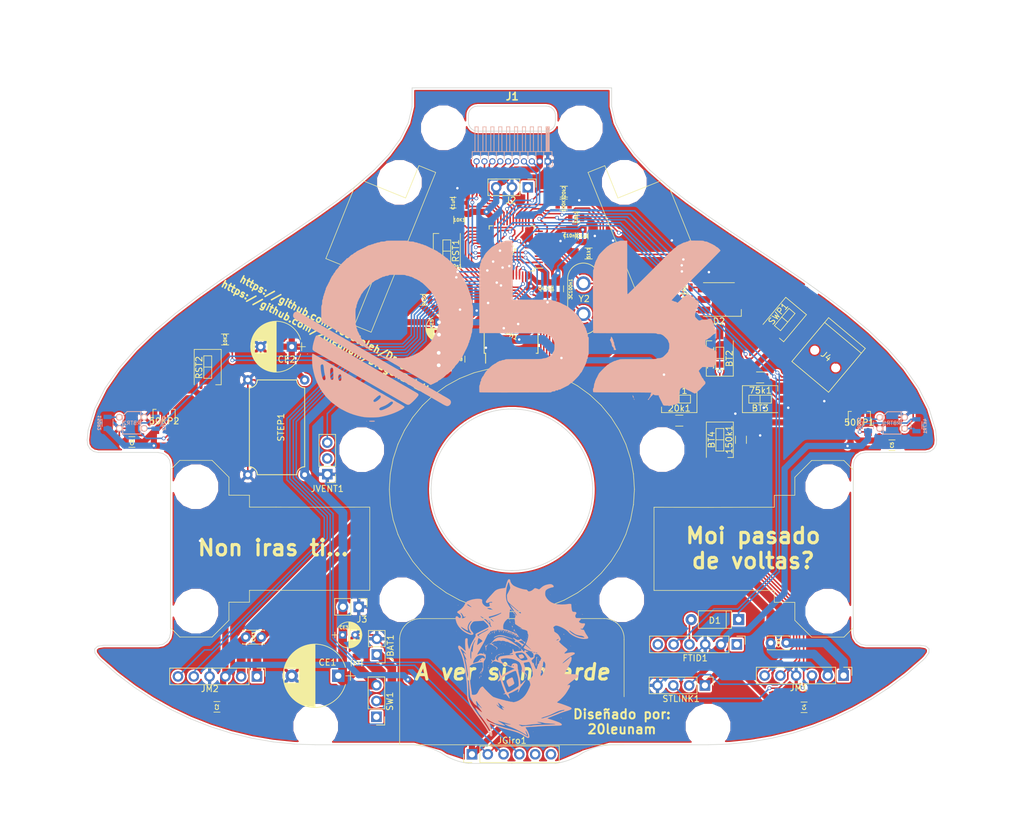
<source format=kicad_pcb>
(kicad_pcb (version 4) (host pcbnew 4.0.7)
  (layers (0 F.Cu signal) (31 B.Cu signal) (34 B.Paste user) (35 F.Paste user) (36 B.SilkS user) (37 F.SilkS user) (38 B.Mask user) (39 F.Mask user) (44 Edge.Cuts user))
  (net 0 "")
  (net 1 +3V3)
  (net 2 GND)
  (net 3 "Net-(4K7R1-Pad1)")
  (net 4 /A1)
  (net 5 "Net-(4K7R2-Pad1)")
  (net 6 /A2)
  (net 7 /RESET)
  (net 8 /BTN_START)
  (net 9 /ABAT)
  (net 10 "Net-(20k1-Pad1)")
  (net 11 /BTNS)
  (net 12 /OSCIN)
  (net 13 /OSCOUT)
  (net 14 "Net-(36k1-Pad1)")
  (net 15 /VMOT)
  (net 16 "Net-(75k1-Pad1)")
  (net 17 /BOOT1)
  (net 18 "Net-(150k1-Pad1)")
  (net 19 "Net-(150R1-Pad2)")
  (net 20 "Net-(150R2-Pad2)")
  (net 21 /MOT1B)
  (net 22 /MOT1A)
  (net 23 /MOT2B)
  (net 24 /MOT2A)
  (net 25 /TX)
  (net 26 "Net-(D1-Pad2)")
  (net 27 /RX)
  (net 28 /SDA)
  (net 29 /SCL)
  (net 30 /A6)
  (net 31 /A7)
  (net 32 /D1)
  (net 33 /D2)
  (net 34 /D3)
  (net 35 /D4)
  (net 36 /ASFRONT)
  (net 37 +BATT)
  (net 38 /ENC1A)
  (net 39 /ENC1B)
  (net 40 /ENC2A)
  (net 41 /ENC2B)
  (net 42 /PWMV)
  (net 43 "Net-(LED_V1-Pad2)")
  (net 44 "Net-(PH1-Pad15)")
  (net 45 "Net-(PH1-Pad16)")
  (net 46 "Net-(PH1-Pad17)")
  (net 47 "Net-(PH1-Pad21)")
  (net 48 "Net-(PH1-Pad22)")
  (net 49 /PWMA)
  (net 50 /ARGB3)
  (net 51 /ARGB2)
  (net 52 /ARGB1)
  (net 53 /SWDIO)
  (net 54 /SWCLK)
  (net 55 /BOOT0)
  (net 56 "Net-(D2-Pad4)")
  (net 57 "Net-(D2-Pad5)")
  (net 58 "Net-(D2-Pad6)")
  (module Housings_QFP:LQFP-48_7x7mm_Pitch0.5mm (layer F.Cu) (at 149.615739 66.002355 180)
    (fp_text reference U1 (at -0.015661 -0.113845 495) (layer F.SilkS))
    (fp_text value STM32F103C8T6)
    (pad 1 smd rect (at -4.35 -2.75 180) (size 1.3 0.25) (layers F.Cu F.Paste F.Mask) (net 1 +3V3))
    (pad 2 smd rect (at -4.35 -2.25 180) (size 1.3 0.25) (layers F.Cu F.Paste F.Mask) (net 8 /BTN_START))
    (pad 3 smd rect (at -4.35 -1.75 180) (size 1.3 0.25) (layers F.Cu F.Paste F.Mask))
    (pad 4 smd rect (at -4.35 -1.25 180) (size 1.3 0.25) (layers F.Cu F.Paste F.Mask))
    (pad 5 smd rect (at -4.35 -0.75 180) (size 1.3 0.25) (layers F.Cu F.Paste F.Mask) (net 12 /OSCIN))
    (pad 6 smd rect (at -4.35 -0.25 180) (size 1.3 0.25) (layers F.Cu F.Paste F.Mask) (net 13 /OSCOUT))
    (pad 7 smd rect (at -4.35 0.25 180) (size 1.3 0.25) (layers F.Cu F.Paste F.Mask) (net 7 /RESET))
    (pad 8 smd rect (at -4.35 0.75 180) (size 1.3 0.25) (layers F.Cu F.Paste F.Mask) (net 2 GND))
    (pad 9 smd rect (at -4.35 1.25 180) (size 1.3 0.25) (layers F.Cu F.Paste F.Mask) (net 1 +3V3))
    (pad 10 smd rect (at -4.35 1.75 180) (size 1.3 0.25) (layers F.Cu F.Paste F.Mask) (net 9 /ABAT))
    (pad 11 smd rect (at -4.35 2.25 180) (size 1.3 0.25) (layers F.Cu F.Paste F.Mask) (net 52 /ARGB1))
    (pad 12 smd rect (at -4.35 2.75 180) (size 1.3 0.25) (layers F.Cu F.Paste F.Mask) (net 51 /ARGB2))
    (pad 13 smd rect (at -2.75 4.35 270) (size 1.3 0.25) (layers F.Cu F.Paste F.Mask) (net 50 /ARGB3))
    (pad 14 smd rect (at -2.25 4.35 270) (size 1.3 0.25) (layers F.Cu F.Paste F.Mask) (net 4 /A1))
    (pad 15 smd rect (at -1.75 4.35 270) (size 1.3 0.25) (layers F.Cu F.Paste F.Mask) (net 6 /A2))
    (pad 16 smd rect (at -1.25 4.35 270) (size 1.3 0.25) (layers F.Cu F.Paste F.Mask) (net 11 /BTNS))
    (pad 17 smd rect (at -0.75 4.35 270) (size 1.3 0.25) (layers F.Cu F.Paste F.Mask) (net 36 /ASFRONT))
    (pad 18 smd rect (at -0.25 4.35 270) (size 1.3 0.25) (layers F.Cu F.Paste F.Mask) (net 30 /A6))
    (pad 19 smd rect (at 0.25 4.35 270) (size 1.3 0.25) (layers F.Cu F.Paste F.Mask) (net 31 /A7))
    (pad 20 smd rect (at 0.75 4.35 270) (size 1.3 0.25) (layers F.Cu F.Paste F.Mask) (net 17 /BOOT1))
    (pad 21 smd rect (at 1.25 4.35 270) (size 1.3 0.25) (layers F.Cu F.Paste F.Mask) (net 32 /D1))
    (pad 22 smd rect (at 1.75 4.35 270) (size 1.3 0.25) (layers F.Cu F.Paste F.Mask) (net 33 /D2))
    (pad 23 smd rect (at 2.25 4.35 270) (size 1.3 0.25) (layers F.Cu F.Paste F.Mask) (net 2 GND))
    (pad 24 smd rect (at 2.75 4.35 270) (size 1.3 0.25) (layers F.Cu F.Paste F.Mask) (net 1 +3V3))
    (pad 25 smd rect (at 4.35 2.75 180) (size 1.3 0.25) (layers F.Cu F.Paste F.Mask) (net 48 "Net-(PH1-Pad22)"))
    (pad 26 smd rect (at 4.35 2.25 180) (size 1.3 0.25) (layers F.Cu F.Paste F.Mask) (net 47 "Net-(PH1-Pad21)"))
    (pad 27 smd rect (at 4.35 1.75 180) (size 1.3 0.25) (layers F.Cu F.Paste F.Mask) (net 46 "Net-(PH1-Pad17)"))
    (pad 28 smd rect (at 4.35 1.25 180) (size 1.3 0.25) (layers F.Cu F.Paste F.Mask) (net 45 "Net-(PH1-Pad16)"))
    (pad 29 smd rect (at 4.35 0.75 180) (size 1.3 0.25) (layers F.Cu F.Paste F.Mask) (net 44 "Net-(PH1-Pad15)"))
    (pad 30 smd rect (at 4.35 0.25 180) (size 1.3 0.25) (layers F.Cu F.Paste F.Mask) (net 27 /RX))
    (pad 31 smd rect (at 4.35 -0.25 180) (size 1.3 0.25) (layers F.Cu F.Paste F.Mask) (net 25 /TX))
    (pad 32 smd rect (at 4.35 -0.75 180) (size 1.3 0.25) (layers F.Cu F.Paste F.Mask) (net 35 /D4))
    (pad 33 smd rect (at 4.35 -1.25 180) (size 1.3 0.25) (layers F.Cu F.Paste F.Mask) (net 34 /D3))
    (pad 34 smd rect (at 4.35 -1.75 180) (size 1.3 0.25) (layers F.Cu F.Paste F.Mask) (net 53 /SWDIO))
    (pad 35 smd rect (at 4.35 -2.25 180) (size 1.3 0.25) (layers F.Cu F.Paste F.Mask) (net 2 GND))
    (pad 36 smd rect (at 4.35 -2.75 180) (size 1.3 0.25) (layers F.Cu F.Paste F.Mask) (net 1 +3V3))
    (pad 37 smd rect (at 2.75 -4.35 270) (size 1.3 0.25) (layers F.Cu F.Paste F.Mask) (net 54 /SWCLK))
    (pad 38 smd rect (at 2.25 -4.35 270) (size 1.3 0.25) (layers F.Cu F.Paste F.Mask) (net 41 /ENC2B))
    (pad 39 smd rect (at 1.75 -4.35 270) (size 1.3 0.25) (layers F.Cu F.Paste F.Mask) (net 40 /ENC2A))
    (pad 40 smd rect (at 1.25 -4.35 270) (size 1.3 0.25) (layers F.Cu F.Paste F.Mask) (net 39 /ENC1B))
    (pad 41 smd rect (at 0.75 -4.35 270) (size 1.3 0.25) (layers F.Cu F.Paste F.Mask) (net 38 /ENC1A))
    (pad 42 smd rect (at 0.25 -4.35 270) (size 1.3 0.25) (layers F.Cu F.Paste F.Mask) (net 29 /SCL))
    (pad 43 smd rect (at -0.25 -4.35 270) (size 1.3 0.25) (layers F.Cu F.Paste F.Mask) (net 28 /SDA))
    (pad 44 smd rect (at -0.75 -4.35 270) (size 1.3 0.25) (layers F.Cu F.Paste F.Mask) (net 55 /BOOT0))
    (pad 45 smd rect (at -1.25 -4.35 270) (size 1.3 0.25) (layers F.Cu F.Paste F.Mask) (net 49 /PWMA))
    (pad 46 smd rect (at -1.75 -4.35 270) (size 1.3 0.25) (layers F.Cu F.Paste F.Mask) (net 42 /PWMV))
    (pad 47 smd rect (at -2.25 -4.35 270) (size 1.3 0.25) (layers F.Cu F.Paste F.Mask) (net 2 GND))
    (pad 48 smd rect (at -2.75 -4.35 270) (size 1.3 0.25) (layers F.Cu F.Paste F.Mask) (net 1 +3V3))
  )
  (module Mounting_Holes:MountingHole_3.2mm_M3 (layer F.Cu) (at 138.62812 46.61916)
    (fp_text reference "" (at 0 -4.2) (layer F.SilkS))
    (fp_text value MountingHole_3.2mm_M3)
    (pad 1 np_thru_hole circle (at 0 0) (size 3.2 3.2) (drill 3.2) (layers *.Cu *.Mask))
  )
  (module Mounting_Holes:MountingHole_3.2mm_M3 (layer F.Cu) (at 160.64484 46.63948)
    (fp_text reference "" (at 0 -4.2) (layer F.SilkS))
    (fp_text value MountingHole_3.2mm_M3)
    (pad 1 np_thru_hole circle (at 0 0) (size 3.2 3.2) (drill 3.2) (layers *.Cu *.Mask))
  )
  (module Mounting_Holes:MountingHole_3.2mm_M3 (layer F.Cu) (at 167.7162 55.39232)
    (fp_text reference "" (at 0 -4.2) (layer F.SilkS))
    (fp_text value MountingHole_3.2mm_M3)
    (pad 1 np_thru_hole circle (at 0 0) (size 3.2 3.2) (drill 3.2) (layers *.Cu *.Mask))
  )
  (module Mounting_Holes:MountingHole_3.2mm_M3 (layer F.Cu) (at 131.56184 55.3974)
    (fp_text reference "" (at 0 -4.2) (layer F.SilkS))
    (fp_text value MountingHole_3.2mm_M3)
    (pad 1 np_thru_hole circle (at 0 0) (size 3.2 3.2) (drill 3.2) (layers *.Cu *.Mask))
  )
  (module Mounting_Holes:MountingHole_3.2mm_M3 (layer F.Cu) (at 173.78172 98.34372)
    (fp_text reference "" (at 0 -4.2) (layer F.SilkS))
    (fp_text value MountingHole_3.2mm_M3)
    (pad 1 np_thru_hole circle (at 0 0) (size 3.2 3.2) (drill 3.2) (layers *.Cu *.Mask))
  )
  (module Mounting_Holes:MountingHole_3.2mm_M3 (layer F.Cu) (at 125.49124 98.35896)
    (fp_text reference "" (at 0 -4.2) (layer F.SilkS))
    (fp_text value MountingHole_3.2mm_M3)
    (pad 1 np_thru_hole circle (at 0 0) (size 3.2 3.2) (drill 3.2) (layers *.Cu *.Mask))
  )
  (module Mounting_Holes:MountingHole_3.2mm_M3 (layer F.Cu) (at 98.8314 124.31776)
    (fp_text reference "" (at 0 -4.2) (layer F.SilkS))
    (fp_text value MountingHole_3.2mm_M3)
    (pad 1 np_thru_hole circle (at 0 0) (size 3.2 3.2) (drill 3.2) (layers *.Cu *.Mask))
  )
  (module Mounting_Holes:MountingHole_3.2mm_M3 (layer F.Cu) (at 98.83648 104.3178)
    (fp_text reference "" (at 0 -4.2) (layer F.SilkS))
    (fp_text value MountingHole_3.2mm_M3)
    (pad 1 np_thru_hole circle (at 0 0) (size 3.2 3.2) (drill 3.2) (layers *.Cu *.Mask))
  )
  (module Mounting_Holes:MountingHole_3.2mm_M3 (layer F.Cu) (at 200.42632 124.32284)
    (fp_text reference "" (at 0 -4.2) (layer F.SilkS))
    (fp_text value MountingHole_3.2mm_M3)
    (pad 1 np_thru_hole circle (at 0 0) (size 3.2 3.2) (drill 3.2) (layers *.Cu *.Mask))
  )
  (module Mounting_Holes:MountingHole_3.2mm_M3 (layer F.Cu) (at 200.42124 104.30764)
    (fp_text reference "" (at 0 -4.2) (layer F.SilkS))
    (fp_text value MountingHole_3.2mm_M3)
    (pad 1 np_thru_hole circle (at 0 0) (size 3.2 3.2) (drill 3.2) (layers *.Cu *.Mask))
  )
  (module Mounting_Holes:MountingHole_3.2mm_M3 (layer F.Cu) (at 118.08968 142.83436)
    (fp_text reference "" (at 0 -4.2) (layer F.SilkS))
    (fp_text value MountingHole_3.2mm_M3)
    (pad 1 np_thru_hole circle (at 0 0) (size 3.2 3.2) (drill 3.2) (layers *.Cu *.Mask))
  )
  (module Mounting_Holes:MountingHole_3.2mm_M3 (layer F.Cu) (at 181.17312 142.82928)
    (fp_text reference "" (at 0 -4.2) (layer F.SilkS))
    (fp_text value MountingHole_3.2mm_M3)
    (pad 1 np_thru_hole circle (at 0 0) (size 3.2 3.2) (drill 3.2) (layers *.Cu *.Mask))
  )
  (module Mounting_Holes:MountingHole_3.2mm_M3 (layer F.Cu) (at 167.30472 122.48896)
    (fp_text reference "" (at 0 -4.2) (layer F.SilkS))
    (fp_text value MountingHole_3.2mm_M3)
    (pad 1 np_thru_hole circle (at 0 0) (size 3.2 3.2) (drill 3.2) (layers *.Cu *.Mask))
  )
  (module Potentiometers:Potentiometer_Trimmer-EVM3E (layer F.Cu) (at 205.500819 93.957595)
    (fp_text reference 50KP1 (at -0.004659 0.027485) (layer F.SilkS))
    (fp_text value POT)
    (pad 1 smd rect (at -1.4 1.62) (size 1.2 1.2) (layers F.Cu F.Paste F.Mask) (net 1 +3V3))
    (pad 3 smd rect (at 1.4 1.62) (size 1.2 1.2) (layers F.Cu F.Paste F.Mask) (net 3 "Net-(4K7R1-Pad1)"))
    (pad 2 smd rect (at 0 -1.62) (size 1.6 1.5) (layers F.Cu F.Paste F.Mask) (net 1 +3V3))
  )
  (module Potentiometers:Potentiometer_Trimmer-EVM3E (layer F.Cu) (at 93.720499 93.622315)
    (fp_text reference 50KP2 (at 0.015661 0.144325) (layer F.SilkS))
    (fp_text value POT)
    (pad 1 smd rect (at -1.4 1.62) (size 1.2 1.2) (layers F.Cu F.Paste F.Mask) (net 1 +3V3))
    (pad 3 smd rect (at 1.4 1.62) (size 1.2 1.2) (layers F.Cu F.Paste F.Mask) (net 5 "Net-(4K7R2-Pad1)"))
    (pad 2 smd rect (at 0 -1.62) (size 1.6 1.5) (layers F.Cu F.Paste F.Mask) (net 1 +3V3))
  )
  (module Buttons_Switches_SMD:SW_DIP_x1_W8.61mm_Slide_LowProfile (layer F.Cu) (at 176.547659 90.233955)
    (fp_text reference BT1 (at -0.027819 -1.349195) (layer F.SilkS))
    (fp_text value SW_Push)
    (pad 1 smd rect (at -4.305 0) (size 2.44 1.12) (layers F.Cu F.Mask) (net 10 "Net-(20k1-Pad1)"))
    (pad 2 smd rect (at 4.305 0) (size 2.44 1.12) (layers F.Cu F.Mask) (net 11 /BTNS))
  )
  (module Buttons_Switches_SMD:SW_DIP_x1_W8.61mm_Slide_LowProfile (layer F.Cu) (at 183.067539 83.703915 270)
    (fp_text reference BT2 (at 0.004325 -1.539661 270) (layer F.SilkS))
    (fp_text value SW_Push)
    (pad 1 smd rect (at -4.305 0 270) (size 2.44 1.12) (layers F.Cu F.Mask) (net 14 "Net-(36k1-Pad1)"))
    (pad 2 smd rect (at 4.305 0 270) (size 2.44 1.12) (layers F.Cu F.Mask) (net 11 /BTNS))
  )
  (module Buttons_Switches_SMD:SW_DIP_x1_W8.61mm_Slide_LowProfile (layer F.Cu) (at 189.544539 90.244115 180)
    (fp_text reference BT3 (at -0.015661 -1.444805 180) (layer F.SilkS))
    (fp_text value SW_Push)
    (pad 1 smd rect (at -4.305 0 180) (size 2.44 1.12) (layers F.Cu F.Mask) (net 16 "Net-(75k1-Pad1)"))
    (pad 2 smd rect (at 4.305 0 180) (size 2.44 1.12) (layers F.Cu F.Mask) (net 11 /BTNS))
  )
  (module Buttons_Switches_SMD:SW_DIP_x1_W8.61mm_Slide_LowProfile (layer F.Cu) (at 183.072619 96.771915 90)
    (fp_text reference BT4 (at 0 -1.335619 90) (layer F.SilkS))
    (fp_text value SW_Push)
    (pad 1 smd rect (at -4.305 0 90) (size 2.44 1.12) (layers F.Cu F.Mask) (net 18 "Net-(150k1-Pad1)"))
    (pad 2 smd rect (at 4.305 0 90) (size 2.44 1.12) (layers F.Cu F.Mask) (net 11 /BTNS))
  )
  (module Capacitors_THT:CP_Radial_D10.0mm_P7.50mm (layer F.Cu) (at 121.728217 134.721911 180)
    (fp_text reference CE1 (at 1.733537 2.154231 180) (layer F.SilkS))
    (fp_text value 1000uf)
    (pad 1 thru_hole rect (at 0 0 180) (size 2 2) (drill 1) (layers *.Cu *.Mask) (net 15 /VMOT))
    (pad 2 thru_hole circle (at 7.5 0 180) (size 2 2) (drill 1) (layers *.Cu *.Mask) (net 2 GND))
  )
  (module Capacitors_THT:CP_Radial_D8.0mm_P5.00mm (layer F.Cu) (at 114.24412 81.80832 180)
    (fp_text reference CE2 (at 0.83312 -2.03708 180) (layer F.SilkS))
    (fp_text value 860uf)
    (pad 1 thru_hole rect (at 0 0 180) (size 1.6 1.6) (drill 0.8) (layers *.Cu *.Mask) (net 1 +3V3))
    (pad 2 thru_hole circle (at 5 0 180) (size 1.6 1.6) (drill 0.8) (layers *.Cu *.Mask) (net 2 GND))
  )
  (module Capacitors_THT:CP_Radial_D4.0mm_P2.00mm (layer F.Cu) (at 122.418939 128.151075)
    (fp_text reference CE3 (at 0.222421 -1.191715) (layer F.SilkS) (effects (font (size 0.5 0.5) (thickness 0.125))))
    (fp_text value 10uf)
    (pad 1 thru_hole rect (at 0 0) (size 1.2 1.2) (drill 0.6) (layers *.Cu *.Mask) (net 15 /VMOT))
    (pad 2 thru_hole circle (at 2 0) (size 1.2 1.2) (drill 0.6) (layers *.Cu *.Mask) (net 2 GND))
  )
  (module Capacitors_THT:CP_Radial_D4.0mm_P2.00mm (layer F.Cu) (at 137.870779 84.798355 90)
    (fp_text reference CE4 (at 0.231595 -1.198459 90) (layer F.SilkS) (effects (font (size 0.5 0.5) (thickness 0.125))))
    (fp_text value 10uf)
    (pad 1 thru_hole rect (at 0 0 90) (size 1.2 1.2) (drill 0.6) (layers *.Cu *.Mask) (net 15 /VMOT))
    (pad 2 thru_hole circle (at 2 0 90) (size 1.2 1.2) (drill 0.6) (layers *.Cu *.Mask) (net 2 GND))
  )
  (module Capacitors_THT:CP_Radial_D4.0mm_P2.00mm (layer F.Cu) (at 137.916499 77.875835 270)
    (fp_text reference CE5 (at 0.229165 1.147659 270) (layer F.SilkS) (effects (font (size 0.5 0.5) (thickness 0.125))))
    (fp_text value 10uf)
    (pad 1 thru_hole rect (at 0 0 270) (size 1.2 1.2) (drill 0.6) (layers *.Cu *.Mask) (net 1 +3V3))
    (pad 2 thru_hole circle (at 2 0 270) (size 1.2 1.2) (drill 0.6) (layers *.Cu *.Mask) (net 2 GND))
  )
  (module Capacitors_THT:C_Disc_D3.4mm_W2.1mm_P2.50mm (layer F.Cu) (at 191.256499 129.426155)
    (fp_text reference CM1 (at 1.275501 -0.033475 90) (layer F.SilkS) (effects (font (size 0.5 0.5) (thickness 0.125))))
    (fp_text value 0.1uf)
    (pad 1 thru_hole circle (at 0 0) (size 1.6 1.6) (drill 0.8) (layers *.Cu *.Mask) (net 21 /MOT1B))
    (pad 2 thru_hole circle (at 2.5 0) (size 1.6 1.6) (drill 0.8) (layers *.Cu *.Mask) (net 22 /MOT1A))
  )
  (module Capacitors_THT:C_Disc_D3.4mm_W2.1mm_P2.50mm (layer F.Cu) (at 106.846977 128.509071)
    (fp_text reference CM3 (at 1.275743 -0.066351 90) (layer F.SilkS) (effects (font (size 0.5 0.5) (thickness 0.125))))
    (fp_text value 0.1uf)
    (pad 1 thru_hole circle (at 0 0) (size 1.6 1.6) (drill 0.8) (layers *.Cu *.Mask) (net 23 /MOT2B))
    (pad 2 thru_hole circle (at 2.5 0) (size 1.6 1.6) (drill 0.8) (layers *.Cu *.Mask) (net 24 /MOT2A))
  )
  (module Diodes_THT:D_A-405_P7.62mm_Horizontal (layer F.Cu) (at 186.089207 125.678621 180)
    (fp_text reference D1 (at 3.823887 -0.142819 180) (layer F.SilkS))
    (fp_text value DIODE)
    (pad 1 thru_hole rect (at 0 0 180) (size 1.8 1.8) (drill 0.9) (layers *.Cu *.Mask) (net 25 /TX))
    (pad 2 thru_hole oval (at 7.62 0 180) (size 1.8 1.8) (drill 0.9) (layers *.Cu *.Mask) (net 26 "Net-(D1-Pad2)"))
  )
  (module Socket_Strips:Socket_Strip_Straight_1x06_Pitch2.54mm (layer F.Cu) (at 185.804727 129.676581 270)
    (fp_text reference FTID1 (at 2.200219 6.699167 360) (layer F.SilkS))
    (fp_text value Conn_01x06_Female)
    (pad 1 thru_hole rect (at 0 0 270) (size 1.7 1.7) (drill 1) (layers *.Cu *.Mask))
    (pad 2 thru_hole oval (at 0 2.54 270) (size 1.7 1.7) (drill 1) (layers *.Cu *.Mask) (net 1 +3V3))
    (pad 3 thru_hole oval (at 0 5.08 270) (size 1.7 1.7) (drill 1) (layers *.Cu *.Mask) (net 2 GND))
    (pad 4 thru_hole oval (at 0 7.62 270) (size 1.7 1.7) (drill 1) (layers *.Cu *.Mask) (net 26 "Net-(D1-Pad2)"))
    (pad 5 thru_hole oval (at 0 10.16 270) (size 1.7 1.7) (drill 1) (layers *.Cu *.Mask) (net 27 /RX))
    (pad 6 thru_hole oval (at 0 12.7 270) (size 1.7 1.7) (drill 1) (layers *.Cu *.Mask))
  )
  (module Pin_Headers:Pin_Header_Angled_1x10_Pitch1.27mm (layer B.Cu) (at 155.391457 52.009351 90)
    (fp_text reference J1 (at 10.429551 -5.694017 180) (layer F.SilkS) (effects (font (size 1.2 1.2) (thickness 0.25))))
    (fp_text value Conn_01x10_Male)
    (pad 1 thru_hole rect (at 0 0 90) (size 1 1) (drill 0.65) (layers *.Cu *.Mask) (net 2 GND))
    (pad 2 thru_hole oval (at 0 -1.27 90) (size 1 1) (drill 0.65) (layers *.Cu *.Mask) (net 1 +3V3))
    (pad 3 thru_hole oval (at 0 -2.54 90) (size 1 1) (drill 0.65) (layers *.Cu *.Mask) (net 28 /SDA))
    (pad 4 thru_hole oval (at 0 -3.81 90) (size 1 1) (drill 0.65) (layers *.Cu *.Mask) (net 29 /SCL))
    (pad 5 thru_hole oval (at 0 -5.08 90) (size 1 1) (drill 0.65) (layers *.Cu *.Mask) (net 30 /A6))
    (pad 6 thru_hole oval (at 0 -6.35 90) (size 1 1) (drill 0.65) (layers *.Cu *.Mask) (net 31 /A7))
    (pad 7 thru_hole oval (at 0 -7.62 90) (size 1 1) (drill 0.65) (layers *.Cu *.Mask) (net 32 /D1))
    (pad 8 thru_hole oval (at 0 -8.89 90) (size 1 1) (drill 0.65) (layers *.Cu *.Mask) (net 33 /D2))
    (pad 9 thru_hole oval (at 0 -10.16 90) (size 1 1) (drill 0.65) (layers *.Cu *.Mask) (net 34 /D3))
    (pad 10 thru_hole oval (at 0 -11.43 90) (size 1 1) (drill 0.65) (layers *.Cu *.Mask) (net 35 /D4))
  )
  (module Pin_Headers:Pin_Header_Straight_1x03_Pitch2.54mm (layer F.Cu) (at 152.196379 56.177635 270)
    (fp_text reference J2 (at 2.105205 2.747859 360) (layer F.SilkS))
    (fp_text value Conn_01x03)
    (pad 1 thru_hole rect (at 0 0 270) (size 1.7 1.7) (drill 1) (layers *.Cu *.Mask) (net 36 /ASFRONT))
    (pad 2 thru_hole oval (at 0 2.54 270) (size 1.7 1.7) (drill 1) (layers *.Cu *.Mask) (net 2 GND))
    (pad 3 thru_hole oval (at 0 5.08 270) (size 1.7 1.7) (drill 1) (layers *.Cu *.Mask) (net 1 +3V3))
  )
  (module Pin_Headers:Pin_Header_Straight_1x02_Pitch2.54mm (layer F.Cu) (at 125.013299 123.634955 270)
    (fp_text reference J3 (at 2.008685 -0.518581 360) (layer F.SilkS))
    (fp_text value Conn_01x02)
    (pad 1 thru_hole rect (at 0 0 270) (size 1.7 1.7) (drill 1) (layers *.Cu *.Mask) (net 2 GND))
    (pad 2 thru_hole oval (at 0 2.54 270) (size 1.7 1.7) (drill 1) (layers *.Cu *.Mask) (net 15 /VMOT))
  )
  (module Connectors:USB_Mini-B (layer F.Cu) (at 200.141419 83.635035 230)
    (fp_text reference J4 (at -0.243973 0.164379 320) (layer F.SilkS))
    (fp_text value USB_OTG)
    (pad 1 smd rect (at 2.8 -1.6 230) (size 2.3 0.5) (layers F.Cu F.Paste F.Mask) (net 1 +3V3))
    (pad 2 smd rect (at 2.8 -0.8 230) (size 2.3 0.5) (layers F.Cu F.Paste F.Mask) (net 27 /RX))
    (pad 3 smd rect (at 2.8 0 230) (size 2.3 0.5) (layers F.Cu F.Paste F.Mask) (net 25 /TX))
    (pad 4 smd rect (at 2.8 0.8 230) (size 2.3 0.5) (layers F.Cu F.Paste F.Mask))
    (pad 5 smd rect (at 2.8 1.6 230) (size 2.3 0.5) (layers F.Cu F.Paste F.Mask) (net 2 GND))
    (pad 6 smd rect (at 2.7 -4.45 230) (size 2.5 2) (layers F.Cu F.Paste F.Mask) (net 2 GND))
    (pad 6 smd rect (at -2.8 -4.45 230) (size 2.5 2) (layers F.Cu F.Paste F.Mask) (net 2 GND))
    (pad 6 smd rect (at 2.7 4.45 230) (size 2.5 2) (layers F.Cu F.Paste F.Mask) (net 2 GND))
    (pad 6 smd rect (at -2.8 4.45 230) (size 2.5 2) (layers F.Cu F.Paste F.Mask) (net 2 GND))
    (pad "" np_thru_hole circle (at 0.2 -2.2 230) (size 0.9 0.9) (drill 0.9) (layers *.Cu *.Mask))
    (pad "" np_thru_hole circle (at 0.2 2.2 230) (size 0.9 0.9) (drill 0.9) (layers *.Cu *.Mask))
  )
  (module Pin_Headers:Pin_Header_Straight_1x02_Pitch2.54mm (layer F.Cu) (at 127.918127 131.312341 180)
    (fp_text reference JBAT1 (at -2.195913 1.061141 270) (layer F.SilkS))
    (fp_text value Conn_01x02_Male)
    (pad 1 thru_hole rect (at 0 0 180) (size 1.7 1.7) (drill 1) (layers *.Cu *.Mask) (net 37 +BATT))
    (pad 2 thru_hole oval (at 0 2.54 180) (size 1.7 1.7) (drill 1) (layers *.Cu *.Mask) (net 2 GND))
  )
  (module Pin_Headers:Pin_Header_Straight_1x06_Pitch2.54mm (layer F.Cu) (at 202.970979 134.678875 270)
    (fp_text reference JM1 (at 1.988365 7.208099 360) (layer F.SilkS))
    (fp_text value Conn_01x06)
    (pad 1 thru_hole rect (at 0 0 270) (size 1.7 1.7) (drill 1) (layers *.Cu *.Mask) (net 22 /MOT1A))
    (pad 2 thru_hole oval (at 0 2.54 270) (size 1.7 1.7) (drill 1) (layers *.Cu *.Mask) (net 21 /MOT1B))
    (pad 3 thru_hole oval (at 0 5.08 270) (size 1.7 1.7) (drill 1) (layers *.Cu *.Mask) (net 1 +3V3))
    (pad 4 thru_hole oval (at 0 7.62 270) (size 1.7 1.7) (drill 1) (layers *.Cu *.Mask) (net 2 GND))
    (pad 5 thru_hole oval (at 0 10.16 270) (size 1.7 1.7) (drill 1) (layers *.Cu *.Mask) (net 38 /ENC1A))
    (pad 6 thru_hole oval (at 0 12.7 270) (size 1.7 1.7) (drill 1) (layers *.Cu *.Mask) (net 39 /ENC1B))
  )
  (module Pin_Headers:Pin_Header_Straight_1x06_Pitch2.54mm (layer F.Cu) (at 108.650377 134.823511 270)
    (fp_text reference JM2 (at 1.991049 7.583777 360) (layer F.SilkS))
    (fp_text value Conn_01x06)
    (pad 1 thru_hole rect (at 0 0 270) (size 1.7 1.7) (drill 1) (layers *.Cu *.Mask) (net 24 /MOT2A))
    (pad 2 thru_hole oval (at 0 2.54 270) (size 1.7 1.7) (drill 1) (layers *.Cu *.Mask) (net 23 /MOT2B))
    (pad 3 thru_hole oval (at 0 5.08 270) (size 1.7 1.7) (drill 1) (layers *.Cu *.Mask) (net 1 +3V3))
    (pad 4 thru_hole oval (at 0 7.62 270) (size 1.7 1.7) (drill 1) (layers *.Cu *.Mask) (net 2 GND))
    (pad 5 thru_hole oval (at 0 10.16 270) (size 1.7 1.7) (drill 1) (layers *.Cu *.Mask) (net 40 /ENC2A))
    (pad 6 thru_hole oval (at 0 12.7 270) (size 1.7 1.7) (drill 1) (layers *.Cu *.Mask) (net 41 /ENC2B))
  )
  (module Pin_Headers:Pin_Header_Straight_1x03_Pitch2.54mm (layer F.Cu) (at 119.958699 102.314195 180)
    (fp_text reference JVENT1 (at 0 -2.33 180) (layer F.SilkS))
    (fp_text value Conn_01x03_Male)
    (pad 1 thru_hole rect (at 0 0 180) (size 1.7 1.7) (drill 1) (layers *.Cu *.Mask) (net 2 GND))
    (pad 2 thru_hole oval (at 0 2.54 180) (size 1.7 1.7) (drill 1) (layers *.Cu *.Mask))
    (pad 3 thru_hole oval (at 0 5.08 180) (size 1.7 1.7) (drill 1) (layers *.Cu *.Mask) (net 42 /PWMV))
  )
  (module LEDs:LED_0805_HandSoldering (layer F.Cu) (at 139.587819 74.292915 180)
    (fp_text reference LED_V1 (at -0.015661 0.008075 270) (layer F.SilkS) (effects (font (size 0.5 0.5) (thickness 0.125))))
    (fp_text value LED)
    (pad 1 smd rect (at -1.35 0 180) (size 1.5 1.3) (layers F.Cu F.Paste F.Mask) (net 2 GND))
    (pad 2 smd rect (at 1.35 0 180) (size 1.5 1.3) (layers F.Cu F.Paste F.Mask) (net 43 "Net-(LED_V1-Pad2)"))
  )
  (module mods:QRE1113 (layer B.Cu) (at 210.778939 94.064275)
    (fp_text reference RBTR1 (at -0.060539 0.027485) (layer B.SilkS) (effects (font (size 0.6 0.6) (thickness 0.1)) (justify mirror)))
    (fp_text value QRE1113)
    (pad 1 thru_hole circle (at -2 -0.9) (size 1.055599 1.055599) (drill 0.7) (layers *.Cu *.Mask B.SilkS) (net 19 "Net-(150R1-Pad2)"))
    (pad 2 thru_hole circle (at 2 -0.9) (size 1.055599 1.055599) (drill 0.7) (layers *.Cu *.Mask B.SilkS) (net 2 GND))
    (pad 3 thru_hole circle (at 2 0.9) (size 1.055599 1.055599) (drill 0.7) (layers *.Cu *.Mask B.SilkS) (net 4 /A1))
    (pad 4 thru_hole circle (at -2 0.9) (size 1.055599 1.055599) (drill 0.7) (layers *.Cu *.Mask B.SilkS) (net 2 GND))
  )
  (module mods:QRE1113 (layer B.Cu) (at 88.518579 94.038875)
    (fp_text reference RBTR2 (at 0.025821 0.047805) (layer B.SilkS) (effects (font (size 0.6 0.6) (thickness 0.1)) (justify mirror)))
    (fp_text value QRE1113)
    (pad 1 thru_hole circle (at -2 -0.9) (size 1.055599 1.055599) (drill 0.7) (layers *.Cu *.Mask B.SilkS) (net 20 "Net-(150R2-Pad2)"))
    (pad 2 thru_hole circle (at 2 -0.9) (size 1.055599 1.055599) (drill 0.7) (layers *.Cu *.Mask B.SilkS) (net 2 GND))
    (pad 3 thru_hole circle (at 2 0.9) (size 1.055599 1.055599) (drill 0.7) (layers *.Cu *.Mask B.SilkS) (net 6 /A2))
    (pad 4 thru_hole circle (at -2 0.9) (size 1.055599 1.055599) (drill 0.7) (layers *.Cu *.Mask B.SilkS) (net 2 GND))
  )
  (module Buttons_Switches_SMD:SW_DIP_x1_W8.61mm_Slide_LowProfile (layer F.Cu) (at 139.171259 66.446555 270)
    (fp_text reference RST1 (at -0.061115 -1.448221 270) (layer F.SilkS))
    (fp_text value SW_Push)
    (pad 1 smd rect (at -4.305 0 270) (size 2.44 1.12) (layers F.Cu F.Mask) (net 7 /RESET))
    (pad 2 smd rect (at 4.305 0 270) (size 2.44 1.12) (layers F.Cu F.Mask) (net 2 GND))
  )
  (module Buttons_Switches_SMD:SW_DIP_x1_W8.61mm_Slide_LowProfile (layer F.Cu) (at 100.735979 85.082835 90)
    (fp_text reference RST2 (at -0.078285 -1.396579 90) (layer F.SilkS))
    (fp_text value SW_Push)
    (pad 1 smd rect (at -4.305 0 90) (size 2.44 1.12) (layers F.Cu F.Mask) (net 1 +3V3))
    (pad 2 smd rect (at 4.305 0 90) (size 2.44 1.12) (layers F.Cu F.Mask) (net 8 /BTN_START))
  )
  (module "Librerias manu:Step_down_chino" (layer F.Cu) (at 116.322499 102.390395 90)
    (fp_text reference STEP1 (at 7.62 -3.81 90) (layer F.SilkS))
    (fp_text value Step_down_chino)
    (pad 1 thru_hole circle (at 0 0 90) (size 1.524 1.524) (drill 0.762) (layers *.Cu *.Mask) (net 15 /VMOT))
    (pad 2 thru_hole circle (at 0 -9.144 90) (size 1.524 1.524) (drill 0.762) (layers *.Cu *.Mask) (net 2 GND))
    (pad 3 thru_hole circle (at 15.24 0 90) (size 1.524 1.524) (drill 0.762) (layers *.Cu *.Mask) (net 1 +3V3))
    (pad 4 thru_hole circle (at 15.24 -9.14 90) (size 1.524 1.524) (drill 0.762) (layers *.Cu *.Mask) (net 2 GND))
  )
  (module Pin_Headers:Pin_Header_Straight_1x04_Pitch2.54mm (layer F.Cu) (at 180.669537 136.271311 270)
    (fp_text reference STLINK1 (at 2.143449 3.824577 360) (layer F.SilkS))
    (fp_text value Conn_01x04)
    (pad 1 thru_hole rect (at 0 0 270) (size 1.7 1.7) (drill 1) (layers *.Cu *.Mask) (net 1 +3V3))
    (pad 2 thru_hole oval (at 0 2.54 270) (size 1.7 1.7) (drill 1) (layers *.Cu *.Mask) (net 53 /SWDIO))
    (pad 3 thru_hole oval (at 0 5.08 270) (size 1.7 1.7) (drill 1) (layers *.Cu *.Mask) (net 54 /SWCLK))
    (pad 4 thru_hole oval (at 0 7.62 270) (size 1.7 1.7) (drill 1) (layers *.Cu *.Mask) (net 2 GND))
  )
  (module Pin_Headers:Pin_Header_Straight_1x03_Pitch2.54mm (layer F.Cu) (at 127.857857 141.310671 180)
    (fp_text reference SW1 (at -2.154583 2.479351 270) (layer F.SilkS))
    (fp_text value ON/OFF)
    (pad 1 thru_hole rect (at 0 0 180) (size 1.7 1.7) (drill 1) (layers *.Cu *.Mask))
    (pad 2 thru_hole oval (at 0 2.54 180) (size 1.7 1.7) (drill 1) (layers *.Cu *.Mask) (net 37 +BATT))
    (pad 3 thru_hole oval (at 0 5.08 180) (size 1.7 1.7) (drill 1) (layers *.Cu *.Mask) (net 15 /VMOT))
  )
  (module Buttons_Switches_SMD:SW_DIP_x1_W8.61mm_Slide_LowProfile (layer F.Cu) (at 193.506939 77.442515 50)
    (fp_text reference SWP1 (at 0.045311 -1.396922 50) (layer F.SilkS))
    (fp_text value SW_Push)
    (pad 1 smd rect (at -4.305 0 50) (size 2.44 1.12) (layers F.Cu F.Mask) (net 55 /BOOT0))
    (pad 2 smd rect (at 4.305 0 50) (size 2.44 1.12) (layers F.Cu F.Mask) (net 1 +3V3))
  )
  (module Crystals:Crystal_HC50_Vertical (layer F.Cu) (at 161.1376 76.54036 90)
    (fp_text reference Y2 (at 2.43332 0.11684 180) (layer F.SilkS))
    (fp_text value Crystal)
    (pad 1 thru_hole circle (at 0 0 90) (size 2.3 2.3) (drill 1.5) (layers *.Cu *.Mask) (net 12 /OSCIN))
    (pad 2 thru_hole circle (at 4.9 0 90) (size 2.3 2.3) (drill 1.5) (layers *.Cu *.Mask) (net 13 /OSCOUT))
  )
  (module Capacitors_SMD:C_0805 (layer F.Cu) (at 141.828099 72.392995 180)
    (fp_text reference 2C100n1 (at 1.904579 3.558995 360) (layer F.SilkS) (effects (font (size 0.5 0.5) (thickness 0.125))))
    (fp_text value C)
    (pad 1 smd rect (at -1 0 180) (size 1 1.25) (layers F.Cu F.Paste F.Mask) (net 1 +3V3))
    (pad 2 smd rect (at 1 0 180) (size 1 1.25) (layers F.Cu F.Paste F.Mask) (net 2 GND))
  )
  (module Capacitors_SMD:C_0805 (layer F.Cu) (at 157.098579 72.494595 270)
    (fp_text reference 3C100n1 (at 0.052885 -1.981621 270) (layer F.SilkS) (effects (font (size 0.5 0.5) (thickness 0.125))))
    (fp_text value 100nf)
    (pad 1 smd rect (at -1 0 270) (size 1 1.25) (layers F.Cu F.Paste F.Mask) (net 1 +3V3))
    (pad 2 smd rect (at 1 0 270) (size 1 1.25) (layers F.Cu F.Paste F.Mask) (net 2 GND))
  )
  (module Resistors_SMD:R_0805 (layer B.Cu) (at 214.685459 94.435115 270)
    (fp_text reference 4K7R1 (at 0.144325 -1.402501 270) (layer B.SilkS) (effects (font (size 0.5 0.5) (thickness 0.125)) (justify mirror)))
    (fp_text value R)
    (pad 1 smd rect (at -0.95 0 270) (size 0.7 1.3) (layers B.Cu B.Paste B.Mask) (net 3 "Net-(4K7R1-Pad1)"))
    (pad 2 smd rect (at 0.95 0 270) (size 0.7 1.3) (layers B.Cu B.Paste B.Mask) (net 4 /A1))
  )
  (module Resistors_SMD:R_0805 (layer B.Cu) (at 92.359059 94.038875 270)
    (fp_text reference 4K7R2 (at 0.037645 -1.377101 270) (layer B.SilkS) (effects (font (size 0.5 0.5) (thickness 0.125)) (justify mirror)))
    (fp_text value R)
    (pad 1 smd rect (at -0.95 0 270) (size 0.7 1.3) (layers B.Cu B.Paste B.Mask) (net 5 "Net-(4K7R2-Pad1)"))
    (pad 2 smd rect (at 0.95 0 270) (size 0.7 1.3) (layers B.Cu B.Paste B.Mask) (net 6 /A2))
  )
  (module Resistors_SMD:R_0805 (layer F.Cu) (at 141.172779 61.415115 90)
    (fp_text reference 10K1 (at -0.017325 0.025821 180) (layer F.SilkS) (effects (font (size 0.5 0.5) (thickness 0.125))))
    (fp_text value R)
    (pad 1 smd rect (at -0.95 0 90) (size 0.7 1.3) (layers F.Cu F.Paste F.Mask) (net 7 /RESET))
    (pad 2 smd rect (at 0.95 0 90) (size 0.7 1.3) (layers F.Cu F.Paste F.Mask) (net 1 +3V3))
  )
  (module Resistors_SMD:R_0805 (layer F.Cu) (at 103.524899 80.642915)
    (fp_text reference 10K2 (at 0.030901 0.007165 90) (layer F.SilkS) (effects (font (size 0.5 0.5) (thickness 0.125))))
    (fp_text value R)
    (pad 1 smd rect (at -0.95 0) (size 0.7 1.3) (layers F.Cu F.Paste F.Mask) (net 8 /BTN_START))
    (pad 2 smd rect (at 0.95 0) (size 0.7 1.3) (layers F.Cu F.Paste F.Mask) (net 2 GND))
  )
  (module Resistors_SMD:R_0805 (layer F.Cu) (at 159.973859 60.993475)
    (fp_text reference 18k1 (at 0.020741 -0.023315 90) (layer F.SilkS) (effects (font (size 0.5 0.5) (thickness 0.125))))
    (fp_text value R)
    (pad 1 smd rect (at -0.95 0) (size 0.7 1.3) (layers F.Cu F.Paste F.Mask) (net 9 /ABAT))
    (pad 2 smd rect (at 0.95 0) (size 0.7 1.3) (layers F.Cu F.Paste F.Mask) (net 2 GND))
  )
  (module Resistors_SMD:R_0805 (layer F.Cu) (at 176.549899 93.703595)
    (fp_text reference 20k1 (at 0.000421 -1.989275) (layer F.SilkS))
    (fp_text value R)
    (pad 1 smd rect (at -0.95 0) (size 0.7 1.3) (layers F.Cu F.Paste F.Mask) (net 10 "Net-(20k1-Pad1)"))
    (pad 2 smd rect (at 0.95 0) (size 0.7 1.3) (layers F.Cu F.Paste F.Mask) (net 1 +3V3))
  )
  (module Resistors_SMD:R_0805 (layer F.Cu) (at 157.957099 58.956395)
    (fp_text reference 20k2 (at 0.051221 -2.080715 90) (layer F.SilkS) (effects (font (size 0.5 0.5) (thickness 0.125))))
    (fp_text value R)
    (pad 1 smd rect (at -0.95 0) (size 0.7 1.3) (layers F.Cu F.Paste F.Mask) (net 11 /BTNS))
    (pad 2 smd rect (at 0.95 0) (size 0.7 1.3) (layers F.Cu F.Paste F.Mask) (net 2 GND))
  )
  (module Capacitors_SMD:C_0805 (layer F.Cu) (at 164.81552 77.91196 270)
    (fp_text reference 20p1 (at 0.01016 -0.00508 360) (layer F.SilkS) (effects (font (size 0.5 0.5) (thickness 0.125))))
    (fp_text value C20p)
    (pad 1 smd rect (at -1 0 270) (size 1 1.25) (layers F.Cu F.Paste F.Mask) (net 2 GND))
    (pad 2 smd rect (at 1 0 270) (size 1 1.25) (layers F.Cu F.Paste F.Mask) (net 12 /OSCIN))
  )
  (module Capacitors_SMD:C_0805 (layer F.Cu) (at 164.80536 74.422 90)
    (fp_text reference 20p2 (at 0.04064 0.01524 180) (layer F.SilkS) (effects (font (size 0.5 0.5) (thickness 0.125))))
    (fp_text value C20p)
    (pad 1 smd rect (at -1 0 90) (size 1 1.25) (layers F.Cu F.Paste F.Mask) (net 2 GND))
    (pad 2 smd rect (at 1 0 90) (size 1 1.25) (layers F.Cu F.Paste F.Mask) (net 13 /OSCOUT))
  )
  (module Resistors_SMD:R_0805 (layer F.Cu) (at 179.572499 83.731555 270)
    (fp_text reference 36k1 (at -0.155395 -2.073061 270) (layer F.SilkS))
    (fp_text value R)
    (pad 1 smd rect (at -0.95 0 270) (size 0.7 1.3) (layers F.Cu F.Paste F.Mask) (net 14 "Net-(36k1-Pad1)"))
    (pad 2 smd rect (at 0.95 0 270) (size 0.7 1.3) (layers F.Cu F.Paste F.Mask) (net 1 +3V3))
  )
  (module Resistors_SMD:R_0805 (layer F.Cu) (at 161.965219 66.815155)
    (fp_text reference 51k1 (at 0.010581 -0.053795 90) (layer F.SilkS) (effects (font (size 0.5 0.5) (thickness 0.125))))
    (fp_text value R)
    (pad 1 smd rect (at -0.95 0) (size 0.7 1.3) (layers F.Cu F.Paste F.Mask) (net 15 /VMOT))
    (pad 2 smd rect (at 0.95 0) (size 0.7 1.3) (layers F.Cu F.Paste F.Mask) (net 9 /ABAT))
  )
  (module Resistors_SMD:R_0805 (layer F.Cu) (at 189.554699 86.743995 180)
    (fp_text reference 75k1 (at -0.041061 -2.095045 180) (layer F.SilkS))
    (fp_text value R)
    (pad 1 smd rect (at -0.95 0 180) (size 0.7 1.3) (layers F.Cu F.Paste F.Mask) (net 16 "Net-(75k1-Pad1)"))
    (pad 2 smd rect (at 0.95 0 180) (size 0.7 1.3) (layers F.Cu F.Paste F.Mask) (net 1 +3V3))
  )
  (module Resistors_SMD:R_0805 (layer F.Cu) (at 157.992659 56.883755 180)
    (fp_text reference 100K1 (at 0.019899 -2.044245 270) (layer F.SilkS) (effects (font (size 0.5 0.5) (thickness 0.125))))
    (fp_text value 100K)
    (pad 1 smd rect (at -0.95 0 180) (size 0.7 1.3) (layers F.Cu F.Paste F.Mask) (net 2 GND))
    (pad 2 smd rect (at 0.95 0 180) (size 0.7 1.3) (layers F.Cu F.Paste F.Mask) (net 17 /BOOT1))
  )
  (module Resistors_SMD:R_0805 (layer F.Cu) (at 186.460979 96.771915 90)
    (fp_text reference 150k1 (at 0.018235 -1.899499 90) (layer F.SilkS))
    (fp_text value R)
    (pad 1 smd rect (at -0.95 0 90) (size 0.7 1.3) (layers F.Cu F.Paste F.Mask) (net 18 "Net-(150k1-Pad1)"))
    (pad 2 smd rect (at 0.95 0 90) (size 0.7 1.3) (layers F.Cu F.Paste F.Mask) (net 1 +3V3))
  )
  (module Resistors_SMD:R_0805 (layer B.Cu) (at 206.902899 94.409715 90)
    (fp_text reference 150R1 (at 0.069035 -1.371179 90) (layer B.SilkS) (effects (font (size 0.5 0.5) (thickness 0.125)) (justify mirror)))
    (fp_text value R)
    (pad 1 smd rect (at -0.95 0 90) (size 0.7 1.3) (layers B.Cu B.Paste B.Mask) (net 1 +3V3))
    (pad 2 smd rect (at 0.95 0 90) (size 0.7 1.3) (layers B.Cu B.Paste B.Mask) (net 19 "Net-(150R1-Pad2)"))
  )
  (module Resistors_SMD:R_0805 (layer B.Cu) (at 84.637459 94.049035 90)
    (fp_text reference 150R2 (at -0.002085 -1.315299 270) (layer B.SilkS) (effects (font (size 0.5 0.5) (thickness 0.125)) (justify mirror)))
    (fp_text value R)
    (pad 1 smd rect (at -0.95 0 90) (size 0.7 1.3) (layers B.Cu B.Paste B.Mask) (net 1 +3V3))
    (pad 2 smd rect (at 0.95 0 90) (size 0.7 1.3) (layers B.Cu B.Paste B.Mask) (net 20 "Net-(150R2-Pad2)"))
  )
  (module Capacitors_SMD:C_0805 (layer F.Cu) (at 161.035579 64.000835 270)
    (fp_text reference C1u1 (at 0.007165 -0.010581 360) (layer F.SilkS) (effects (font (size 0.5 0.5) (thickness 0.125))))
    (fp_text value C)
    (pad 1 smd rect (at -1 0 270) (size 1 1.25) (layers F.Cu F.Paste F.Mask) (net 1 +3V3))
    (pad 2 smd rect (at 1 0 270) (size 1 1.25) (layers F.Cu F.Paste F.Mask) (net 2 GND))
  )
  (module Capacitors_SMD:C_0805 (layer F.Cu) (at 140.172019 58.651595 180)
    (fp_text reference C1uf1 (at -0.005501 -0.022405 270) (layer F.SilkS) (effects (font (size 0.5 0.5) (thickness 0.125))))
    (fp_text value C)
    (pad 1 smd rect (at -1 0 180) (size 1 1.25) (layers F.Cu F.Paste F.Mask) (net 2 GND))
    (pad 2 smd rect (at 1 0 180) (size 1 1.25) (layers F.Cu F.Paste F.Mask) (net 7 /RESET))
  )
  (module Capacitors_SMD:C_0805 (layer F.Cu) (at 102.214017 139.720631)
    (fp_text reference C2 (at 0.010823 0.030169 90) (layer F.SilkS) (effects (font (size 0.5 0.5) (thickness 0.125))))
    (fp_text value 0.1uf)
    (pad 1 smd rect (at -1 0) (size 1 1.25) (layers F.Cu F.Paste F.Mask) (net 2 GND))
    (pad 2 smd rect (at 1 0) (size 1 1.25) (layers F.Cu F.Paste F.Mask) (net 1 +3V3))
  )
  (module Capacitors_SMD:C_0805 (layer F.Cu) (at 196.615899 139.794435)
    (fp_text reference C4 (at 0.041061 -0.023315 90) (layer F.SilkS) (effects (font (size 0.5 0.5) (thickness 0.125))))
    (fp_text value 0.1uf)
    (pad 1 smd rect (at -1 0) (size 1 1.25) (layers F.Cu F.Paste F.Mask) (net 2 GND))
    (pad 2 smd rect (at 1 0) (size 1 1.25) (layers F.Cu F.Paste F.Mask) (net 1 +3V3))
  )
  (module Capacitors_SMD:C_0805 (layer F.Cu) (at 155.163099 72.469195 270)
    (fp_text reference C4.7u1 (at 0.017325 -0.020741 360) (layer F.SilkS) (effects (font (size 0.5 0.5) (thickness 0.125))))
    (fp_text value 4.7uF)
    (pad 1 smd rect (at -1 0 270) (size 1 1.25) (layers F.Cu F.Paste F.Mask) (net 1 +3V3))
    (pad 2 smd rect (at 1 0 270) (size 1 1.25) (layers F.Cu F.Paste F.Mask) (net 2 GND))
  )
  (module Capacitors_SMD:C_0805 (layer F.Cu) (at 210.748459 97.640595)
    (fp_text reference C5 (at 0.015661 -0.013155 90) (layer F.SilkS) (effects (font (size 0.5 0.5) (thickness 0.125))))
    (fp_text value 0.1uf)
    (pad 1 smd rect (at -1 0) (size 1 1.25) (layers F.Cu F.Paste F.Mask) (net 1 +3V3))
    (pad 2 smd rect (at 1 0) (size 1 1.25) (layers F.Cu F.Paste F.Mask) (net 2 GND))
  )
  (module Capacitors_SMD:C_0805 (layer F.Cu) (at 88.538899 97.127515 180)
    (fp_text reference C6 (at -0.030901 -0.083365 270) (layer F.SilkS) (effects (font (size 0.5 0.5) (thickness 0.125))))
    (fp_text value 0.1uf)
    (pad 1 smd rect (at -1 0 180) (size 1 1.25) (layers F.Cu F.Paste F.Mask) (net 1 +3V3))
    (pad 2 smd rect (at 1 0 180) (size 1 1.25) (layers F.Cu F.Paste F.Mask) (net 2 GND))
  )
  (module Capacitors_SMD:C_0805 (layer F.Cu) (at 124.662779 132.682435 270)
    (fp_text reference C7 (at 0.032565 -0.015661 360) (layer F.SilkS) (effects (font (size 0.5 0.5) (thickness 0.125))))
    (fp_text value 0.1uf)
    (pad 1 smd rect (at -1 0 270) (size 1 1.25) (layers F.Cu F.Paste F.Mask) (net 2 GND))
    (pad 2 smd rect (at 1 0 270) (size 1 1.25) (layers F.Cu F.Paste F.Mask) (net 15 /VMOT))
  )
  (module Capacitors_SMD:C_0805 (layer F.Cu) (at 141.228659 83.807755 270)
    (fp_text reference C8 (at 0.032565 0.004659 360) (layer F.SilkS) (effects (font (size 0.5 0.5) (thickness 0.125))))
    (fp_text value 0.1uf)
    (pad 1 smd rect (at -1 0 270) (size 1 1.25) (layers F.Cu F.Paste F.Mask) (net 2 GND))
    (pad 2 smd rect (at 1 0 270) (size 1 1.25) (layers F.Cu F.Paste F.Mask) (net 15 /VMOT))
  )
  (module Capacitors_SMD:C_0805 (layer F.Cu) (at 141.279459 78.809035 90)
    (fp_text reference C9 (at -0.017325 -0.024979 180) (layer F.SilkS) (effects (font (size 0.5 0.5) (thickness 0.125))))
    (fp_text value 0.1uf)
    (pad 1 smd rect (at -1 0 90) (size 1 1.25) (layers F.Cu F.Paste F.Mask) (net 2 GND))
    (pad 2 smd rect (at 1 0 90) (size 1 1.25) (layers F.Cu F.Paste F.Mask) (net 1 +3V3))
  )
  (module Capacitors_SMD:C_0805 (layer F.Cu) (at 158.993419 63.965275 270)
    (fp_text reference C10n1 (at -0.002995 -0.071541 360) (layer F.SilkS) (effects (font (size 0.5 0.5) (thickness 0.125))))
    (fp_text value 10nF)
    (pad 1 smd rect (at -1 0 270) (size 1 1.25) (layers F.Cu F.Paste F.Mask) (net 1 +3V3))
    (pad 2 smd rect (at 1 0 270) (size 1 1.25) (layers F.Cu F.Paste F.Mask) (net 2 GND))
  )
  (module Pin_Headers:Pin_Header_Straight_1x06_Pitch2.54mm (layer F.Cu) (at 143.22044 147.34032 90)
    (fp_text reference JGiro1 (at 2.2098 6.43128 180) (layer F.SilkS))
    (fp_text value Conn_01x06)
    (pad 1 thru_hole rect (at 0 0 90) (size 1.7 1.7) (drill 1) (layers *.Cu *.Mask) (net 1 +3V3))
    (pad 2 thru_hole oval (at 0 2.54 90) (size 1.7 1.7) (drill 1) (layers *.Cu *.Mask) (net 2 GND))
    (pad 3 thru_hole oval (at 0 5.08 90) (size 1.7 1.7) (drill 1) (layers *.Cu *.Mask) (net 29 /SCL))
    (pad 4 thru_hole oval (at 0 7.62 90) (size 1.7 1.7) (drill 1) (layers *.Cu *.Mask) (net 28 /SDA))
    (pad 5 thru_hole oval (at 0 10.16 90) (size 1.7 1.7) (drill 1) (layers *.Cu *.Mask))
    (pad 6 thru_hole oval (at 0 12.7 90) (size 1.7 1.7) (drill 1) (layers *.Cu *.Mask))
  )
  (module "Librerias manu:SSOP-24_5.3x8.2mm_Pitch0.65mm" (layer F.Cu) (at 149.514139 79.992675 90)
    (fp_text reference PH1 (at 0.002995 0.076621 155) (layer F.SilkS) (effects (font (size 0.7 0.7))))
    (fp_text value TB6612FNG)
    (pad 1 smd rect (at -3.6 -3.375 90) (size 1.75 0.8) (layers F.Cu F.Paste F.Mask) (net 23 /MOT2B))
    (pad 2 smd rect (at -3.6 -3.125 90) (size 1.75 0.75) (layers F.Cu F.Paste F.Mask) (net 23 /MOT2B))
    (pad 3 smd rect (at -3.6 -2.275 90) (size 1.75 0.45) (layers F.Cu F.Paste F.Mask) (net 2 GND))
    (pad 4 smd rect (at -3.6 -1.625 90) (size 1.75 0.45) (layers F.Cu F.Paste F.Mask) (net 2 GND))
    (pad 5 smd rect (at -3.6 -0.775 90) (size 1.75 0.75) (layers F.Cu F.Paste F.Mask) (net 24 /MOT2A))
    (pad 6 smd rect (at -3.6 -0.525 90) (size 1.75 0.75) (layers F.Cu F.Paste F.Mask) (net 24 /MOT2A))
    (pad 7 smd rect (at -3.6 0.525 90) (size 1.75 0.75) (layers F.Cu F.Paste F.Mask) (net 21 /MOT1B))
    (pad 8 smd rect (at -3.6 0.775 90) (size 1.75 0.75) (layers F.Cu F.Paste F.Mask) (net 21 /MOT1B))
    (pad 9 smd rect (at -3.6 1.625 90) (size 1.75 0.45) (layers F.Cu F.Paste F.Mask) (net 2 GND))
    (pad 10 smd rect (at -3.6 2.275 90) (size 1.75 0.45) (layers F.Cu F.Paste F.Mask) (net 2 GND))
    (pad 11 smd rect (at -3.6 3.125 90) (size 1.75 0.75) (layers F.Cu F.Paste F.Mask) (net 22 /MOT1A))
    (pad 12 smd rect (at -3.6 3.575 90) (size 1.75 0.8) (layers F.Cu F.Paste F.Mask) (net 22 /MOT1A))
    (pad 13 smd rect (at 3.6 3.375 90) (size 1.75 0.8) (layers F.Cu F.Paste F.Mask) (net 15 /VMOT))
    (pad 14 smd rect (at 3.6 3.125 90) (size 1.75 0.8) (layers F.Cu F.Paste F.Mask) (net 15 /VMOT))
    (pad 15 smd rect (at 3.6 2.275 90) (size 1.75 0.45) (layers F.Cu F.Paste F.Mask) (net 44 "Net-(PH1-Pad15)"))
    (pad 16 smd rect (at 3.6 1.625 90) (size 1.75 0.45) (layers F.Cu F.Paste F.Mask) (net 45 "Net-(PH1-Pad16)"))
    (pad 17 smd rect (at 3.6 0.975 90) (size 1.75 0.45) (layers F.Cu F.Paste F.Mask) (net 46 "Net-(PH1-Pad17)"))
    (pad 18 smd rect (at 3.6 0.325 90) (size 1.75 0.45) (layers F.Cu F.Paste F.Mask) (net 2 GND))
    (pad 19 smd rect (at 3.6 -0.325 90) (size 1.75 0.45) (layers F.Cu F.Paste F.Mask) (net 1 +3V3))
    (pad 20 smd rect (at 3.6 -0.975 90) (size 1.75 0.45) (layers F.Cu F.Paste F.Mask) (net 1 +3V3))
    (pad 21 smd rect (at 3.6 -1.625 90) (size 1.75 0.45) (layers F.Cu F.Paste F.Mask) (net 47 "Net-(PH1-Pad21)"))
    (pad 22 smd rect (at 3.6 -2.275 90) (size 1.75 0.45) (layers F.Cu F.Paste F.Mask) (net 48 "Net-(PH1-Pad22)"))
    (pad 23 smd rect (at 3.6 -2.925 90) (size 1.75 0.45) (layers F.Cu F.Paste F.Mask) (net 49 /PWMA))
    (pad 24 smd rect (at 3.6 -3.575 90) (size 1.75 0.45) (layers F.Cu F.Paste F.Mask) (net 15 /VMOT))
  )
  (module Resistors_SMD:R_0805 (layer F.Cu) (at 135.508579 74.272595)
    (fp_text reference R150 (at 0.035981 0.027485 90) (layer F.SilkS) (effects (font (size 0.5 0.5) (thickness 0.125))))
    (fp_text value R)
    (pad 1 smd rect (at -0.95 0) (size 0.7 1.3) (layers F.Cu F.Paste F.Mask) (net 1 +3V3))
    (pad 2 smd rect (at 0.95 0) (size 0.7 1.3) (layers F.Cu F.Paste F.Mask) (net 43 "Net-(LED_V1-Pad2)"))
  )
  (module Resistors_SMD:R_0805 (layer F.Cu) (at 177.39868 72.28332 180)
    (fp_text reference RB1 (at -0.010581 0.043635 270) (layer F.SilkS) (effects (font (size 0.5 0.5) (thickness 0.125))))
    (fp_text value R)
    (pad 1 smd rect (at -0.95 0 180) (size 0.7 1.3) (layers F.Cu F.Paste F.Mask) (net 56 "Net-(D2-Pad4)"))
    (pad 2 smd rect (at 0.95 0 180) (size 0.7 1.3) (layers F.Cu F.Paste F.Mask) (net 50 /ARGB3))
  )
  (module Resistors_SMD:R_0805 (layer F.Cu) (at 177.40372 74.23404 180)
    (fp_text reference RG1 (at -0.005501 -0.017325 270) (layer F.SilkS) (effects (font (size 0.5 0.5) (thickness 0.125))))
    (fp_text value R)
    (pad 1 smd rect (at -0.95 0 180) (size 0.7 1.3) (layers F.Cu F.Paste F.Mask) (net 57 "Net-(D2-Pad5)"))
    (pad 2 smd rect (at 0.95 0 180) (size 0.7 1.3) (layers F.Cu F.Paste F.Mask) (net 51 /ARGB2))
  )
  (module Mounting_Holes:MountingHole_3.2mm_M3 (layer F.Cu) (at 131.953 122.49404)
    (fp_text reference "" (at 0 -4.2) (layer F.SilkS))
    (fp_text value MountingHole_3.2mm_M3)
    (pad 1 np_thru_hole circle (at 0 0) (size 3.2 3.2) (drill 3.2) (layers *.Cu *.Mask))
  )
  (module LEDs:LED_RGB_5050-6 (layer F.Cu) (at 182.92572 74.2188 180)
    (fp_text reference D2 (at 0 -3.5 360) (layer F.SilkS))
    (fp_text value LED_RGB)
    (pad 1 smd rect (at -2.4 -1.7 270) (size 1.1 2) (layers F.Cu F.Paste F.Mask) (net 2 GND))
    (pad 2 smd rect (at -2.4 0 270) (size 1.1 2) (layers F.Cu F.Paste F.Mask) (net 2 GND))
    (pad 3 smd rect (at -2.4 1.7 270) (size 1.1 2) (layers F.Cu F.Paste F.Mask) (net 2 GND))
    (pad 4 smd rect (at 2.4 1.7 270) (size 1.1 2) (layers F.Cu F.Paste F.Mask) (net 56 "Net-(D2-Pad4)"))
    (pad 5 smd rect (at 2.4 0 270) (size 1.1 2) (layers F.Cu F.Paste F.Mask) (net 57 "Net-(D2-Pad5)"))
    (pad 6 smd rect (at 2.4 -1.7 270) (size 1.1 2) (layers F.Cu F.Paste F.Mask) (net 58 "Net-(D2-Pad6)"))
  )
  (module Resistors_SMD:R_0805 (layer F.Cu) (at 177.39868 76.16952 180)
    (fp_text reference RR1 (at -0.01016 0.00508 270) (layer F.SilkS) (effects (font (size 0.5 0.5) (thickness 0.125))))
    (fp_text value R)
    (pad 1 smd rect (at -0.95 0 180) (size 0.7 1.3) (layers F.Cu F.Paste F.Mask) (net 58 "Net-(D2-Pad6)"))
    (pad 2 smd rect (at 0.95 0 180) (size 0.7 1.3) (layers F.Cu F.Paste F.Mask) (net 52 /ARGB1))
  )
  (module "Librerias manu:opr4" (layer B.Cu) (at 148.12772 79.16164)
    (fp_text reference G*** hide)
    (fp_text value LOGO hide)
  )
  (module "Librerias manu:dragon" (layer B.Cu) (at 151.24684 131.89712)
    (fp_text reference G*** hide)
    (fp_text value LOGO hide)
  )
  (gr_text https://github.com/20leunam/DragonBot_Hw (at 120.0912 80.46212 332.5) (layer F.SilkS) (effects (font (size 1.11 1.11) (thickness 0.25))))
  (gr_text https://github.com/robotaleh/DragonBot (at 121.53392 78.89748 332.5) (layer F.SilkS) (effects (font (size 1.11 1.11) (thickness 0.25))))
  (gr_text "Diseñado por:\n20leunam" (at 167.33012 142.10792) (layer F.SilkS) (effects (font (size 1.5 1.5) (thickness 0.3))))
  (gr_text "A ver si no arde" (at 149.73808 134.11708) (layer F.SilkS) (effects (font (size 2.5 2.5) (thickness 0.5) italic)))
  (gr_text "Moi pasado\nde voltas?" (at 188.43244 114.21364) (layer F.SilkS) (effects (font (size 2.5 2.5) (thickness 0.5))))
  (gr_text "Non iras ti..." (at 111.27232 114.15268) (layer F.SilkS) (effects (font (size 2.5 2.5) (thickness 0.5))))
  (gr_arc (start 164.467833 128.737671) (end 164.467833 125.522031) (angle 92.67191704) (layer F.SilkS) (width 0.1))
  (gr_arc (start 134.949537 128.890071) (end 131.591657 128.737671) (angle 86.56499438) (layer F.SilkS) (width 0.1))
  (gr_line (start 136.647987 104.747094) (end 136.647987 104.624704) (layer Edge.Cuts) (width 0.1))
  (gr_line (start 136.836378 107.015936) (end 136.723299 106.207718) (layer Edge.Cuts) (width 0.1))
  (gr_line (start 132.974911 45.811684) (end 133.59478 43.188541) (layer Edge.Cuts) (width 0.1))
  (gr_line (start 136.723299 106.207718) (end 136.659754 105.375158) (layer Edge.Cuts) (width 0.1))
  (gr_line (start 140.519507 114.065795) (end 140.01756 113.541845) (layer Edge.Cuts) (width 0.1))
  (gr_line (start 136.659754 105.375158) (end 136.647987 104.747094) (layer Edge.Cuts) (width 0.1))
  (gr_line (start 94.601442 128.578068) (end 94.167897 129.226914) (layer Edge.Cuts) (width 0.1))
  (gr_line (start 93.51905 98.964962) (end 94.167897 99.398508) (layer Edge.Cuts) (width 0.1))
  (gr_line (start 94.753683 127.812701) (end 94.601442 128.578068) (layer Edge.Cuts) (width 0.1))
  (gr_line (start 83.58512 132.247027) (end 86.19134 134.509293) (layer Edge.Cuts) (width 0.1))
  (gr_line (start 91.83461 138.476565) (end 94.845513 140.163187) (layer Edge.Cuts) (width 0.1))
  (gr_line (start 94.167897 99.398508) (end 94.601442 100.047354) (layer Edge.Cuts) (width 0.1))
  (gr_line (start 104.466581 143.944228) (end 107.820184 144.758831) (layer Edge.Cuts) (width 0.1))
  (gr_line (start 97.964181 141.64107) (end 101.176165 142.903367) (layer Edge.Cuts) (width 0.1))
  (gr_line (start 137.786507 110.130549) (end 137.475985 109.375844) (layer Edge.Cuts) (width 0.1))
  (gr_line (start 138.143804 110.864266) (end 137.786507 110.130549) (layer Edge.Cuts) (width 0.1))
  (gr_line (start 136.999981 107.815458) (end 136.836378 107.015936) (layer Edge.Cuts) (width 0.1))
  (gr_line (start 137.213465 108.603131) (end 136.999981 107.815458) (layer Edge.Cuts) (width 0.1))
  (gr_line (start 137.475985 109.375844) (end 137.213465 108.603131) (layer Edge.Cuts) (width 0.1))
  (gr_line (start 94.167897 129.226914) (end 93.51905 129.660459) (layer Edge.Cuts) (width 0.1))
  (gr_line (start 145.075666 92.64991) (end 145.848379 92.38739) (layer Edge.Cuts) (width 0.1))
  (gr_line (start 127.459823 53.411415) (end 129.83273 50.911573) (layer Edge.Cuts) (width 0.1))
  (gr_line (start 94.753683 100.81272) (end 94.753683 127.812701) (layer Edge.Cuts) (width 0.1))
  (gr_line (start 142.481013 115.653483) (end 141.81444 115.18265) (layer Edge.Cuts) (width 0.1))
  (gr_line (start 141.178746 114.670893) (end 140.544077 114.09064) (layer Edge.Cuts) (width 0.1))
  (gr_line (start 99.093677 73.73199) (end 102.85445 71.052849) (layer Edge.Cuts) (width 0.1))
  (gr_line (start 86.424373 85.307807) (end 89.086226 82.261869) (layer Edge.Cuts) (width 0.1))
  (gr_line (start 130.047906 50.61947) (end 131.695993 48.382179) (layer Edge.Cuts) (width 0.1))
  (gr_line (start 107.820184 144.758831) (end 111.221435 145.343402) (layer Edge.Cuts) (width 0.1))
  (gr_line (start 89.086226 82.261869) (end 92.134863 79.324952) (layer Edge.Cuts) (width 0.1))
  (gr_line (start 84.224006 88.474313) (end 86.424373 85.307807) (layer Edge.Cuts) (width 0.1))
  (gr_line (start 86.19134 134.509293) (end 88.945423 136.589018) (layer Edge.Cuts) (width 0.1))
  (gr_line (start 93.51905 129.660459) (end 92.753684 129.8127) (layer Edge.Cuts) (width 0.1))
  (gr_line (start 92.753684 98.812721) (end 93.51905 98.964962) (layer Edge.Cuts) (width 0.1))
  (gr_line (start 133.59478 43.188541) (end 133.59478 40.188543) (layer Edge.Cuts) (width 0.1))
  (gr_line (start 136.78214 102.951939) (end 136.924865 102.145421) (layer Edge.Cuts) (width 0.1))
  (gr_line (start 149.450779 117.803523) (end 148.588961 117.760839) (layer Edge.Cuts) (width 0.1))
  (gr_line (start 149.57317 117.803523) (end 149.450779 117.803523) (layer Edge.Cuts) (width 0.1))
  (gr_line (start 149.638793 117.802293) (end 149.57317 117.803523) (layer Edge.Cuts) (width 0.1))
  (gr_line (start 83.042154 129.964941) (end 82.557965 130.398486) (layer Edge.Cuts) (width 0.1))
  (gr_line (start 148.588961 117.760839) (end 147.778014 117.669369) (layer Edge.Cuts) (width 0.1))
  (gr_line (start 145.401877 117.092968) (end 144.639154 116.802697) (layer Edge.Cuts) (width 0.1))
  (gr_line (start 121.483889 58.368632) (end 124.651976 55.893252) (layer Edge.Cuts) (width 0.1))
  (gr_line (start 217.490034 98.226935) (end 216.88212 98.660481) (layer Edge.Cuts) (width 0.1))
  (gr_line (start 215.303367 129.8127) (end 206.523901 129.8127) (layer Edge.Cuts) (width 0.1))
  (gr_line (start 217.934327 96.812723) (end 217.85952 97.578089) (layer Edge.Cuts) (width 0.1))
  (gr_line (start 217.934327 96.812723) (end 217.771048 95.215223) (layer Edge.Cuts) (width 0.1))
  (gr_line (start 217.85952 97.578089) (end 217.490034 98.226935) (layer Edge.Cuts) (width 0.1))
  (gr_line (start 216.71962 130.398486) (end 216.68222 131.047332) (layer Edge.Cuts) (width 0.1))
  (gr_line (start 216.68222 131.047332) (end 216.128926 131.812699) (layer Edge.Cuts) (width 0.1))
  (gr_line (start 204.676143 100.047354) (end 204.523902 100.81272) (layer Edge.Cuts) (width 0.1))
  (gr_line (start 158.733509 114.09064) (end 158.758079 114.065795) (layer Edge.Cuts) (width 0.1))
  (gr_line (start 207.142723 79.324952) (end 203.782005 76.485509) (layer Edge.Cuts) (width 0.1))
  (gr_line (start 161.291183 99.070088) (end 160.907607 98.34976) (layer Edge.Cuts) (width 0.1))
  (gr_line (start 198.10142 142.903367) (end 194.811004 143.944228) (layer Edge.Cuts) (width 0.1))
  (gr_line (start 151.842011 92.010302) (end 151.033793 91.897224) (layer Edge.Cuts) (width 0.1))
  (gr_line (start 156.400176 93.720392) (end 155.690341 93.317729) (layer Edge.Cuts) (width 0.1))
  (gr_line (start 161.919043 100.575802) (end 161.628772 99.813079) (layer Edge.Cuts) (width 0.1))
  (gr_line (start 160.907607 98.34976) (end 160.479558 97.654938) (layer Edge.Cuts) (width 0.1))
  (gr_line (start 159.496968 96.352671) (end 158.916715 95.718001) (layer Edge.Cuts) (width 0.1))
  (gr_line (start 160.731118 111.574101) (end 161.133781 110.864266) (layer Edge.Cuts) (width 0.1))
  (gr_line (start 159.796226 112.911023) (end 160.284679 112.257252) (layer Edge.Cuts) (width 0.1))
  (gr_line (start 154.956624 92.960432) (end 154.201919 92.64991) (layer Edge.Cuts) (width 0.1))
  (gr_line (start 154.638431 116.802697) (end 155.381422 116.465108) (layer Edge.Cuts) (width 0.1))
  (gr_line (start 162.586914 103.762886) (end 162.495445 102.951939) (layer Edge.Cuts) (width 0.1))
  (gr_line (start 162.150033 101.306782) (end 161.919043 100.575802) (layer Edge.Cuts) (width 0.1))
  (gr_line (start 152.641534 92.173906) (end 151.842011 92.010302) (layer Edge.Cuts) (width 0.1))
  (gr_line (start 150.201233 91.833679) (end 149.076352 91.833679) (layer Edge.Cuts) (width 0.1))
  (gr_line (start 161.491078 110.130549) (end 161.8016 109.375844) (layer Edge.Cuts) (width 0.1))
  (gr_line (start 157.463145 115.18265) (end 158.098839 114.670893) (layer Edge.Cuts) (width 0.1))
  (gr_line (start 152.303175 117.527161) (end 153.096264 117.334773) (layer Edge.Cuts) (width 0.1))
  (gr_line (start 151.033793 91.897224) (end 150.201233 91.833679) (layer Edge.Cuts) (width 0.1))
  (gr_line (start 156.10175 116.081532) (end 156.796572 115.653483) (layer Edge.Cuts) (width 0.1))
  (gr_line (start 160.284679 112.257252) (end 160.731118 111.574101) (layer Edge.Cuts) (width 0.1))
  (gr_line (start 210.332162 136.589018) (end 207.442975 138.476565) (layer Edge.Cuts) (width 0.1))
  (gr_line (start 184.911777 63.346212) (end 181.247319 60.849103) (layer Edge.Cuts) (width 0.1))
  (gr_line (start 181.247319 60.849103) (end 177.793696 58.368632) (layer Edge.Cuts) (width 0.1))
  (gr_line (start 158.891871 95.693431) (end 158.367921 95.191485) (layer Edge.Cuts) (width 0.1))
  (gr_line (start 196.423135 71.052849) (end 192.574387 68.436537) (layer Edge.Cuts) (width 0.1))
  (gr_line (start 158.916715 95.718001) (end 158.891871 95.693431) (layer Edge.Cuts) (width 0.1))
  (gr_line (start 161.133781 110.864266) (end 161.491078 110.130549) (layer Edge.Cuts) (width 0.1))
  (gr_line (start 217.771048 95.215223) (end 216.717759 91.772936) (layer Edge.Cuts) (width 0.1))
  (gr_line (start 153.429206 92.38739) (end 152.641534 92.173906) (layer Edge.Cuts) (width 0.1))
  (gr_line (start 169.444855 50.911573) (end 169.229679 50.61947) (layer Edge.Cuts) (width 0.1))
  (gr_line (start 216.717759 91.772936) (end 215.053579 88.474313) (layer Edge.Cuts) (width 0.1))
  (gr_line (start 216.88212 98.660481) (end 216.128327 98.812721) (layer Edge.Cuts) (width 0.1))
  (gr_line (start 215.303367 129.8127) (end 216.235431 129.964941) (layer Edge.Cuts) (width 0.1))
  (gr_line (start 203.782005 76.485509) (end 200.183908 73.73199) (layer Edge.Cuts) (width 0.1))
  (gr_line (start 184.62301 145.695231) (end 181.17389 145.812689) (layer Edge.Cuts) (width 0.1))
  (gr_line (start 157.083327 94.166831) (end 156.400176 93.720392) (layer Edge.Cuts) (width 0.1))
  (gr_line (start 160.479558 97.654938) (end 160.008726 96.988365) (layer Edge.Cuts) (width 0.1))
  (gr_line (start 204.432072 140.163187) (end 201.313404 141.64107) (layer Edge.Cuts) (width 0.1))
  (gr_line (start 216.128327 98.812721) (end 206.523901 98.812721) (layer Edge.Cuts) (width 0.1))
  (gr_line (start 162.167219 101.375778) (end 162.150033 101.306782) (layer Edge.Cuts) (width 0.1))
  (gr_line (start 151.499571 117.669369) (end 152.303175 117.527161) (layer Edge.Cuts) (width 0.1))
  (gr_line (start 161.628772 99.813079) (end 161.291183 99.070088) (layer Edge.Cuts) (width 0.1))
  (gr_line (start 174.625609 55.893252) (end 171.817762 53.411415) (layer Edge.Cuts) (width 0.1))
  (gr_line (start 159.260025 113.541845) (end 159.796226 112.911023) (layer Edge.Cuts) (width 0.1))
  (gr_line (start 155.690341 93.317729) (end 154.956624 92.960432) (layer Edge.Cuts) (width 0.1))
  (gr_line (start 216.128926 131.812699) (end 215.692465 132.247027) (layer Edge.Cuts) (width 0.1))
  (gr_line (start 160.008726 96.988365) (end 159.496968 96.352671) (layer Edge.Cuts) (width 0.1))
  (gr_line (start 153.096264 117.334773) (end 153.875708 117.092968) (layer Edge.Cuts) (width 0.1))
  (gr_line (start 162.35272 102.145421) (end 162.167219 101.375778) (layer Edge.Cuts) (width 0.1))
  (gr_line (start 157.737098 94.655284) (end 157.083327 94.166831) (layer Edge.Cuts) (width 0.1))
  (gr_line (start 155.381422 116.465108) (end 156.10175 116.081532) (layer Edge.Cuts) (width 0.1))
  (gr_line (start 162.629598 104.624704) (end 162.586914 103.762886) (layer Edge.Cuts) (width 0.1))
  (gr_line (start 204.676143 128.578068) (end 205.109688 129.226914) (layer Edge.Cuts) (width 0.1))
  (gr_line (start 171.817762 53.411415) (end 169.444855 50.911573) (layer Edge.Cuts) (width 0.1))
  (gr_line (start 161.8016 109.375844) (end 162.06412 108.603131) (layer Edge.Cuts) (width 0.1))
  (gr_line (start 162.277604 107.815458) (end 162.441208 107.015936) (layer Edge.Cuts) (width 0.1))
  (gr_line (start 158.758079 114.065795) (end 159.260025 113.541845) (layer Edge.Cuts) (width 0.1))
  (gr_line (start 162.617831 105.375158) (end 162.629598 104.747094) (layer Edge.Cuts) (width 0.1))
  (gr_line (start 162.441208 107.015936) (end 162.554286 106.207718) (layer Edge.Cuts) (width 0.1))
  (gr_line (start 166.302674 45.811684) (end 165.682805 43.188541) (layer Edge.Cuts) (width 0.1))
  (gr_line (start 162.06412 108.603131) (end 162.277604 107.815458) (layer Edge.Cuts) (width 0.1))
  (gr_line (start 204.523902 100.81272) (end 204.523902 127.812701) (layer Edge.Cuts) (width 0.1))
  (gr_line (start 194.811004 143.944228) (end 191.457401 144.758831) (layer Edge.Cuts) (width 0.1))
  (gr_line (start 205.109688 129.226914) (end 205.758535 129.660459) (layer Edge.Cuts) (width 0.1))
  (gr_line (start 156.796572 115.653483) (end 157.463145 115.18265) (layer Edge.Cuts) (width 0.1))
  (gr_line (start 154.201919 92.64991) (end 153.429206 92.38739) (layer Edge.Cuts) (width 0.1))
  (gr_line (start 201.313404 141.64107) (end 198.10142 142.903367) (layer Edge.Cuts) (width 0.1))
  (gr_line (start 205.758535 98.964962) (end 205.109688 99.398508) (layer Edge.Cuts) (width 0.1))
  (gr_line (start 204.523902 127.812701) (end 204.676143 128.578068) (layer Edge.Cuts) (width 0.1))
  (gr_line (start 205.109688 99.398508) (end 204.676143 100.047354) (layer Edge.Cuts) (width 0.1))
  (gr_line (start 162.554286 106.207718) (end 162.617831 105.375158) (layer Edge.Cuts) (width 0.1))
  (gr_line (start 162.629598 104.747094) (end 162.629598 104.624704) (layer Edge.Cuts) (width 0.1))
  (gr_line (start 158.098839 114.670893) (end 158.733509 114.09064) (layer Edge.Cuts) (width 0.1))
  (gr_line (start 169.229679 50.61947) (end 167.581592 48.382179) (layer Edge.Cuts) (width 0.1))
  (gr_line (start 206.523901 98.812721) (end 205.758535 98.964962) (layer Edge.Cuts) (width 0.1))
  (gr_line (start 149.704416 117.803523) (end 149.826806 117.803523) (layer Edge.Cuts) (width 0.1))
  (gr_line (start 212.853212 85.307807) (end 210.191359 82.261869) (layer Edge.Cuts) (width 0.1))
  (gr_line (start 207.442975 138.476565) (end 204.432072 140.163187) (layer Edge.Cuts) (width 0.1))
  (gr_line (start 200.183908 73.73199) (end 196.423135 71.052849) (layer Edge.Cuts) (width 0.1))
  (gr_line (start 210.191359 82.261869) (end 207.142723 79.324952) (layer Edge.Cuts) (width 0.1))
  (gr_line (start 165.682805 43.188541) (end 165.682805 40.188543) (layer Edge.Cuts) (width 0.1))
  (gr_line (start 205.758535 129.660459) (end 206.523901 129.8127) (layer Edge.Cuts) (width 0.1))
  (gr_line (start 162.495445 102.951939) (end 162.35272 102.145421) (layer Edge.Cuts) (width 0.1))
  (gr_line (start 215.053579 88.474313) (end 212.853212 85.307807) (layer Edge.Cuts) (width 0.1))
  (gr_line (start 215.692465 132.247027) (end 213.086246 134.509293) (layer Edge.Cuts) (width 0.1))
  (gr_line (start 149.638793 117.802293) (end 149.704416 117.803523) (layer Edge.Cuts) (width 0.1))
  (gr_line (start 153.875708 117.092968) (end 154.638431 116.802697) (layer Edge.Cuts) (width 0.1))
  (gr_line (start 149.826806 117.803523) (end 150.688624 117.760839) (layer Edge.Cuts) (width 0.1))
  (gr_line (start 213.086246 134.509293) (end 210.332162 136.589018) (layer Edge.Cuts) (width 0.1))
  (gr_line (start 216.235431 129.964941) (end 216.71962 130.398486) (layer Edge.Cuts) (width 0.1))
  (gr_line (start 150.688624 117.760839) (end 151.499571 117.669369) (layer Edge.Cuts) (width 0.1))
  (gr_line (start 191.457401 144.758831) (end 188.05615 145.343402) (layer Edge.Cuts) (width 0.1))
  (gr_line (start 177.793696 58.368632) (end 174.625609 55.893252) (layer Edge.Cuts) (width 0.1))
  (gr_arc (start 155.362392 139.008039) (end 156.585991 148.812689) (angle -27.06706926) (layer Edge.Cuts) (width 0.1))
  (gr_line (start 160.913416 147.182051) (end 161.094874 147.070857) (layer Edge.Cuts) (width 0.1))
  (gr_line (start 149.638793 148.812689) (end 149.638793 148.812689) (layer Edge.Cuts) (width 0.1))
  (gr_arc (start 132.917325 157.097871) (end 138.182711 147.070857) (angle -22.87322739) (layer Edge.Cuts) (width 0.1))
  (gr_line (start 149.638793 148.812689) (end 142.691595 148.812689) (layer Edge.Cuts) (width 0.1))
  (gr_line (start 138.364169 147.182051) (end 138.182711 147.070857) (layer Edge.Cuts) (width 0.1))
  (gr_line (start 149.638793 148.812689) (end 149.638793 148.812689) (layer Edge.Cuts) (width 0.1))
  (gr_line (start 133.871244 145.812689) (end 118.103696 145.812689) (layer Edge.Cuts) (width 0.1))
  (gr_arc (start 143.915194 139.008039) (end 138.364169 147.182051) (angle -27.06706926) (layer Edge.Cuts) (width 0.1))
  (gr_line (start 155.712813 43.233656) (end 155.527017 43.170587) (layer Edge.Cuts) (width 0.1))
  (gr_line (start 156.05193 46.844036) (end 155.888788 46.953044) (layer Edge.Cuts) (width 0.1))
  (gr_line (start 156.638788 45.391756) (end 156.587676 46.042235) (layer Edge.Cuts) (width 0.1))
  (gr_line (start 144.138796 47.154005) (end 155.138789 47.154005) (layer Edge.Cuts) (width 0.1))
  (gr_line (start 143.078137 43.558815) (end 143.225655 43.429445) (layer Edge.Cuts) (width 0.1))
  (gr_line (start 156.524607 44.04545) (end 156.437826 43.869475) (layer Edge.Cuts) (width 0.1))
  (gr_line (start 114.654575 145.695231) (end 111.221435 145.343402) (layer Edge.Cuts) (width 0.1))
  (gr_line (start 143.564772 43.233656) (end 143.750568 43.170587) (layer Edge.Cuts) (width 0.1))
  (gr_line (start 142.948767 43.706333) (end 143.078137 43.558815) (layer Edge.Cuts) (width 0.1))
  (gr_line (start 142.839759 43.869475) (end 142.948767 43.706333) (layer Edge.Cuts) (width 0.1))
  (gr_line (start 156.199448 46.714666) (end 156.05193 46.844036) (layer Edge.Cuts) (width 0.1))
  (gr_line (start 156.328818 46.567148) (end 156.199448 46.714666) (layer Edge.Cuts) (width 0.1))
  (gr_line (start 142.948767 46.567148) (end 142.839759 46.404006) (layer Edge.Cuts) (width 0.1))
  (gr_line (start 156.437826 43.869475) (end 156.328818 43.706333) (layer Edge.Cuts) (width 0.1))
  (gr_line (start 144.138796 47.154005) (end 143.750568 47.102894) (layer Edge.Cuts) (width 0.1))
  (gr_line (start 156.328818 43.706333) (end 156.199448 43.558815) (layer Edge.Cuts) (width 0.1))
  (gr_line (start 144.138796 43.119476) (end 155.138789 43.119476) (layer Edge.Cuts) (width 0.1))
  (gr_line (start 156.199448 43.558815) (end 156.05193 43.429445) (layer Edge.Cuts) (width 0.1))
  (gr_line (start 156.524607 46.228031) (end 156.437826 46.404006) (layer Edge.Cuts) (width 0.1))
  (gr_line (start 143.225655 43.429445) (end 143.388797 43.320437) (layer Edge.Cuts) (width 0.1))
  (gr_line (start 156.638788 44.619475) (end 156.587676 44.231246) (layer Edge.Cuts) (width 0.1))
  (gr_line (start 142.638797 44.619475) (end 142.689909 44.231246) (layer Edge.Cuts) (width 0.1))
  (gr_line (start 156.587676 44.231246) (end 156.524607 44.04545) (layer Edge.Cuts) (width 0.1))
  (gr_line (start 142.752978 46.228031) (end 142.689909 46.042235) (layer Edge.Cuts) (width 0.1))
  (gr_line (start 142.839759 46.404006) (end 142.752978 46.228031) (layer Edge.Cuts) (width 0.1))
  (gr_line (start 155.888788 43.320437) (end 155.712813 43.233656) (layer Edge.Cuts) (width 0.1))
  (gr_line (start 165.682805 40.188543) (end 133.59478 40.188543) (layer Edge.Cuts) (width 0.1))
  (gr_line (start 143.750568 47.102894) (end 143.564772 47.039825) (layer Edge.Cuts) (width 0.1))
  (gr_line (start 143.078137 46.714666) (end 142.948767 46.567148) (layer Edge.Cuts) (width 0.1))
  (gr_line (start 143.225655 46.844036) (end 143.078137 46.714666) (layer Edge.Cuts) (width 0.1))
  (gr_line (start 155.712813 47.039825) (end 155.527017 47.102894) (layer Edge.Cuts) (width 0.1))
  (gr_line (start 155.888788 46.953044) (end 155.712813 47.039825) (layer Edge.Cuts) (width 0.1))
  (gr_line (start 156.437826 46.404006) (end 156.328818 46.567148) (layer Edge.Cuts) (width 0.1))
  (gr_arc (start 166.36026 157.097871) (end 165.406341 145.812689) (angle -22.87322739) (layer Edge.Cuts) (width 0.1))
  (gr_line (start 181.17389 145.812689) (end 165.406341 145.812689) (layer Edge.Cuts) (width 0.1))
  (gr_line (start 149.638793 148.812689) (end 156.585991 148.812689) (layer Edge.Cuts) (width 0.1))
  (gr_line (start 143.564772 47.039825) (end 143.388797 46.953044) (layer Edge.Cuts) (width 0.1))
  (gr_line (start 156.587676 46.042235) (end 156.524607 46.228031) (layer Edge.Cuts) (width 0.1))
  (gr_line (start 157.737098 94.655284) (end 158.367921 95.191485) (layer Edge.Cuts) (width 0.1))
  (gr_line (start 184.62301 145.695231) (end 188.05615 145.343402) (layer Edge.Cuts) (width 0.1))
  (gr_line (start 143.388797 43.320437) (end 143.564772 43.233656) (layer Edge.Cuts) (width 0.1))
  (gr_line (start 142.752978 44.04545) (end 142.839759 43.869475) (layer Edge.Cuts) (width 0.1))
  (gr_line (start 155.527017 47.102894) (end 155.138789 47.154005) (layer Edge.Cuts) (width 0.1))
  (gr_line (start 142.689909 44.231246) (end 142.752978 44.04545) (layer Edge.Cuts) (width 0.1))
  (gr_line (start 156.05193 43.429445) (end 155.888788 43.320437) (layer Edge.Cuts) (width 0.1))
  (gr_line (start 156.638788 45.391756) (end 156.638788 44.619475) (layer Edge.Cuts) (width 0.1))
  (gr_line (start 142.638797 45.391756) (end 142.689909 46.042235) (layer Edge.Cuts) (width 0.1))
  (gr_line (start 143.388797 46.953044) (end 143.225655 46.844036) (layer Edge.Cuts) (width 0.1))
  (gr_line (start 142.638797 45.391756) (end 142.638797 44.619475) (layer Edge.Cuts) (width 0.1))
  (gr_line (start 131.695993 48.382179) (end 132.974911 45.811684) (layer Edge.Cuts) (width 0.1))
  (gr_line (start 141.540487 94.655284) (end 140.909664 95.191485) (layer Edge.Cuts) (width 0.1))
  (gr_line (start 114.365808 63.346212) (end 106.703198 68.436537) (layer Edge.Cuts) (width 0.1))
  (gr_line (start 155.527017 43.170587) (end 155.138789 43.119476) (layer Edge.Cuts) (width 0.1))
  (gr_line (start 167.581592 48.382179) (end 166.302674 45.811684) (layer Edge.Cuts) (width 0.1))
  (gr_line (start 184.911777 63.346212) (end 192.574387 68.436537) (layer Edge.Cuts) (width 0.1))
  (gr_line (start 143.750568 43.170587) (end 144.138796 43.119476) (layer Edge.Cuts) (width 0.1))
  (gr_line (start 81.418065 97.578089) (end 81.787551 98.226935) (layer Edge.Cuts) (width 0.1))
  (gr_line (start 81.343258 96.812723) (end 81.506537 95.215223) (layer Edge.Cuts) (width 0.1))
  (gr_line (start 81.787551 98.226935) (end 82.395465 98.660481) (layer Edge.Cuts) (width 0.1))
  (gr_line (start 94.601442 100.047354) (end 94.753683 100.81272) (layer Edge.Cuts) (width 0.1))
  (gr_line (start 137.110367 101.375778) (end 137.127552 101.306782) (layer Edge.Cuts) (width 0.1))
  (gr_line (start 146.181321 117.334773) (end 145.401877 117.092968) (layer Edge.Cuts) (width 0.1))
  (gr_line (start 83.149258 98.812721) (end 92.753684 98.812721) (layer Edge.Cuts) (width 0.1))
  (gr_line (start 144.320961 92.960432) (end 145.075666 92.64991) (layer Edge.Cuts) (width 0.1))
  (gr_line (start 114.365808 63.346212) (end 118.030266 60.849103) (layer Edge.Cuts) (width 0.1))
  (gr_line (start 83.974218 129.8127) (end 92.753684 129.8127) (layer Edge.Cuts) (width 0.1))
  (gr_line (start 137.127552 101.306782) (end 137.358542 100.575802) (layer Edge.Cuts) (width 0.1))
  (gr_line (start 146.97441 117.527161) (end 146.181321 117.334773) (layer Edge.Cuts) (width 0.1))
  (gr_line (start 143.175835 116.081532) (end 142.481013 115.653483) (layer Edge.Cuts) (width 0.1))
  (gr_line (start 82.595365 131.047332) (end 83.148659 131.812699) (layer Edge.Cuts) (width 0.1))
  (gr_line (start 82.559826 91.772936) (end 84.224006 88.474313) (layer Edge.Cuts) (width 0.1))
  (gr_line (start 138.798027 97.654938) (end 139.268859 96.988365) (layer Edge.Cuts) (width 0.1))
  (gr_line (start 147.435574 92.010302) (end 148.243792 91.897224) (layer Edge.Cuts) (width 0.1))
  (gr_line (start 81.343258 96.812723) (end 81.418065 97.578089) (layer Edge.Cuts) (width 0.1))
  (gr_line (start 92.134863 79.324952) (end 95.49558 76.485509) (layer Edge.Cuts) (width 0.1))
  (gr_line (start 140.544077 114.09064) (end 140.519507 114.065795) (layer Edge.Cuts) (width 0.1))
  (gr_line (start 82.557965 130.398486) (end 82.595365 131.047332) (layer Edge.Cuts) (width 0.1))
  (gr_line (start 129.83273 50.911573) (end 130.047906 50.61947) (layer Edge.Cuts) (width 0.1))
  (gr_line (start 145.848379 92.38739) (end 146.636052 92.173906) (layer Edge.Cuts) (width 0.1))
  (gr_line (start 140.01756 113.541845) (end 139.481359 112.911023) (layer Edge.Cuts) (width 0.1))
  (gr_line (start 148.243792 91.897224) (end 149.076352 91.833679) (layer Edge.Cuts) (width 0.1))
  (gr_line (start 88.945423 136.589018) (end 91.83461 138.476565) (layer Edge.Cuts) (width 0.1))
  (gr_line (start 95.49558 76.485509) (end 99.093677 73.73199) (layer Edge.Cuts) (width 0.1))
  (gr_line (start 147.778014 117.669369) (end 146.97441 117.527161) (layer Edge.Cuts) (width 0.1))
  (gr_line (start 146.636052 92.173906) (end 147.435574 92.010302) (layer Edge.Cuts) (width 0.1))
  (gr_line (start 137.648813 99.813079) (end 137.986402 99.070088) (layer Edge.Cuts) (width 0.1))
  (gr_line (start 136.647987 104.624704) (end 136.690671 103.762886) (layer Edge.Cuts) (width 0.1))
  (gr_line (start 144.639154 116.802697) (end 143.896163 116.465108) (layer Edge.Cuts) (width 0.1))
  (gr_line (start 139.481359 112.911023) (end 138.992906 112.257252) (layer Edge.Cuts) (width 0.1))
  (gr_line (start 138.992906 112.257252) (end 138.546467 111.574101) (layer Edge.Cuts) (width 0.1))
  (gr_line (start 118.030266 60.849103) (end 121.483889 58.368632) (layer Edge.Cuts) (width 0.1))
  (gr_line (start 140.385715 95.693431) (end 140.909664 95.191485) (layer Edge.Cuts) (width 0.1))
  (gr_line (start 102.85445 71.052849) (end 106.703198 68.436537) (layer Edge.Cuts) (width 0.1))
  (gr_line (start 81.506537 95.215223) (end 82.559826 91.772936) (layer Edge.Cuts) (width 0.1))
  (gr_line (start 82.395465 98.660481) (end 83.149258 98.812721) (layer Edge.Cuts) (width 0.1))
  (gr_line (start 94.845513 140.163187) (end 97.964181 141.64107) (layer Edge.Cuts) (width 0.1))
  (gr_line (start 101.176165 142.903367) (end 104.466581 143.944228) (layer Edge.Cuts) (width 0.1))
  (gr_line (start 143.896163 116.465108) (end 143.175835 116.081532) (layer Edge.Cuts) (width 0.1))
  (gr_line (start 83.148659 131.812699) (end 83.58512 132.247027) (layer Edge.Cuts) (width 0.1))
  (gr_line (start 137.986402 99.070088) (end 138.369978 98.34976) (layer Edge.Cuts) (width 0.1))
  (gr_line (start 138.369978 98.34976) (end 138.798027 97.654938) (layer Edge.Cuts) (width 0.1))
  (gr_line (start 141.81444 115.18265) (end 141.178746 114.670893) (layer Edge.Cuts) (width 0.1))
  (gr_line (start 140.36087 95.718001) (end 140.385715 95.693431) (layer Edge.Cuts) (width 0.1))
  (gr_line (start 83.974218 129.8127) (end 83.042154 129.964941) (layer Edge.Cuts) (width 0.1))
  (gr_line (start 114.654575 145.695231) (end 118.103696 145.812689) (layer Edge.Cuts) (width 0.1))
  (gr_line (start 139.268859 96.988365) (end 139.780617 96.352671) (layer Edge.Cuts) (width 0.1))
  (gr_line (start 143.587244 93.317729) (end 144.320961 92.960432) (layer Edge.Cuts) (width 0.1))
  (gr_line (start 142.194258 94.166831) (end 142.877409 93.720392) (layer Edge.Cuts) (width 0.1))
  (gr_line (start 138.546467 111.574101) (end 138.143804 110.864266) (layer Edge.Cuts) (width 0.1))
  (gr_line (start 124.651976 55.893252) (end 127.459823 53.411415) (layer Edge.Cuts) (width 0.1))
  (gr_line (start 141.540487 94.655284) (end 142.194258 94.166831) (layer Edge.Cuts) (width 0.1))
  (gr_line (start 142.877409 93.720392) (end 143.587244 93.317729) (layer Edge.Cuts) (width 0.1))
  (gr_line (start 136.924865 102.145421) (end 137.110367 101.375778) (layer Edge.Cuts) (width 0.1))
  (gr_line (start 136.690671 103.762886) (end 136.78214 102.951939) (layer Edge.Cuts) (width 0.1))
  (gr_line (start 137.358542 100.575802) (end 137.648813 99.813079) (layer Edge.Cuts) (width 0.1))
  (gr_line (start 139.780617 96.352671) (end 140.36087 95.718001) (layer Edge.Cuts) (width 0.1))
  (gr_line (start 173.704857 55.087831) (end 174.913897 56.124151) (layer F.SilkS) (width 0.1))
  (gr_line (start 124.337417 56.139391) (end 125.571857 55.067511) (layer F.SilkS) (width 0.1))
  (gr_line (start 181.194617 107.634025) (end 172.488178 107.622973) (layer F.SilkS) (width 0.1))
  (gr_line (start 191.830093 120.993999) (end 191.830093 122.906381) (layer F.SilkS) (width 0.1))
  (gr_line (start 197.833029 128.506372) (end 203.027134 128.506372) (layer F.SilkS) (width 0.1))
  (gr_line (start 204.530076 101.609352) (end 203.027134 100.10641) (layer F.SilkS) (width 0.1))
  (gr_line (start 179.552861 67.643601) (end 174.903737 56.103831) (layer F.SilkS) (width 0.1))
  (gr_line (start 148.397796 85.076204) (end 150.876709 85.076204) (layer F.SilkS) (width 0.1))
  (gr_line (start 107.444412 120.978759) (end 126.786327 120.978781) (layer F.SilkS) (width 0.1))
  (gr_line (start 197.833029 100.10641) (end 195.130088 102.809351) (layer F.SilkS) (width 0.1))
  (gr_line (start 195.130088 102.809351) (end 195.130089 105.702407) (layer F.SilkS) (width 0.1))
  (gr_line (start 194.320512 122.906381) (end 195.130089 122.908103) (layer F.SilkS) (width 0.1))
  (gr_line (start 195.130089 122.908103) (end 195.130088 125.803432) (layer F.SilkS) (width 0.1))
  (gr_line (start 191.830093 105.709933) (end 191.830093 107.622809) (layer F.SilkS) (width 0.1))
  (gr_line (start 181.194617 107.634025) (end 187.548664 107.622344) (layer F.SilkS) (width 0.1))
  (gr_line (start 150.876709 124.400378) (end 148.397796 124.400378) (layer F.SilkS) (width 0.1))
  (gr_line (start 191.830093 122.906381) (end 194.320512 122.906381) (layer F.SilkS) (width 0.1))
  (gr_line (start 172.488178 107.622973) (end 172.488178 120.994021) (layer F.SilkS) (width 0.1))
  (gr_line (start 204.530076 127.003431) (end 204.530076 101.609352) (layer F.SilkS) (width 0.1))
  (gr_line (start 195.130088 125.803432) (end 197.833029 128.506372) (layer F.SilkS) (width 0.1))
  (gr_line (start 191.830093 107.622809) (end 187.548664 107.622344) (layer F.SilkS) (width 0.1))
  (gr_line (start 167.676528 145.811551) (end 131.586577 145.811551) (layer F.SilkS) (width 0.1))
  (gr_line (start 203.027134 128.506372) (end 204.530076 127.003431) (layer F.SilkS) (width 0.1))
  (gr_line (start 195.130089 105.702407) (end 194.31988 105.702594) (layer F.SilkS) (width 0.1))
  (gr_line (start 194.31988 105.702594) (end 191.830093 105.709933) (layer F.SilkS) (width 0.1))
  (gr_line (start 119.721644 67.643601) (end 124.337417 56.134311) (layer F.SilkS) (width 0.1))
  (gr_line (start 191.830093 120.993999) (end 172.488178 120.994021) (layer F.SilkS) (width 0.1))
  (gr_line (start 203.027134 100.10641) (end 197.833029 100.10641) (layer F.SilkS) (width 0.1))
  (gr_line (start 111.725841 107.607104) (end 118.079888 107.618785) (layer F.SilkS) (width 0.1))
  (gr_line (start 145.943237 124.090295) (end 143.546897 123.475019) (layer F.SilkS) (width 0.1))
  (gr_line (start 130.089215 107.207476) (end 129.933867 104.738291) (layer F.SilkS) (width 0.1))
  (gr_line (start 137.076963 89.558438) (end 139.078526 88.104218) (layer F.SilkS) (width 0.1))
  (gr_line (start 104.144416 105.687167) (end 104.954625 105.687354) (layer F.SilkS) (width 0.1))
  (gr_line (start 104.144417 125.788192) (end 101.441476 128.491132) (layer F.SilkS) (width 0.1))
  (gr_line (start 155.727608 86.001562) (end 153.331268 85.386287) (layer F.SilkS) (width 0.1))
  (gr_line (start 173.704857 55.082751) (end 166.689377 57.897071) (layer F.SilkS) (width 0.1))
  (gr_line (start 172.264154 79.478995) (end 174.958872 78.390258) (layer F.SilkS) (width 0.1))
  (gr_line (start 131.591657 128.737671) (end 131.591657 145.811551) (layer F.SilkS) (width 0.1))
  (gr_line (start 167.679977 128.890071) (end 167.679977 138.094283) (layer F.SilkS) (width 0.1))
  (gr_line (start 150.876709 124.400378) (end 153.331268 124.090295) (layer F.SilkS) (width 0.1))
  (gr_line (start 153.331268 124.090295) (end 155.727608 123.475019) (layer F.SilkS) (width 0.1))
  (gr_line (start 155.727608 123.475019) (end 158.027938 122.564254) (layer F.SilkS) (width 0.1))
  (gr_line (start 160.195979 121.372363) (end 162.197542 119.918143) (layer F.SilkS) (width 0.1))
  (gr_line (start 164.001059 118.224528) (end 165.578089 116.318226) (layer F.SilkS) (width 0.1))
  (gr_line (start 167.957167 111.990699) (end 168.721696 109.637721) (layer F.SilkS) (width 0.1))
  (gr_line (start 148.397796 124.400378) (end 145.943237 124.090295) (layer F.SilkS) (width 0.1))
  (gr_line (start 168.721696 109.637721) (end 169.18529 107.207476) (layer F.SilkS) (width 0.1))
  (gr_line (start 169.18529 102.269106) (end 168.721696 99.838861) (layer F.SilkS) (width 0.1))
  (gr_line (start 168.721696 99.838861) (end 167.957167 97.485883) (layer F.SilkS) (width 0.1))
  (gr_line (start 171.87092 70.747307) (end 179.552861 67.643601) (layer F.SilkS) (width 0.1))
  (gr_line (start 143.546897 123.475019) (end 141.246567 122.564254) (layer F.SilkS) (width 0.1))
  (gr_line (start 167.957167 97.485883) (end 166.903761 95.24728) (layer F.SilkS) (width 0.1))
  (gr_line (start 164.001059 91.252054) (end 162.197542 89.558438) (layer F.SilkS) (width 0.1))
  (gr_line (start 162.197542 89.558438) (end 160.195979 88.104218) (layer F.SilkS) (width 0.1))
  (gr_line (start 160.195979 88.104218) (end 158.027938 86.912327) (layer F.SilkS) (width 0.1))
  (gr_line (start 174.958872 78.390258) (end 171.87092 70.747307) (layer F.SilkS) (width 0.1))
  (gr_line (start 172.264154 79.478995) (end 161.884803 53.789199) (layer F.SilkS) (width 0.1))
  (gr_line (start 129.933867 104.738291) (end 130.089215 102.269106) (layer F.SilkS) (width 0.1))
  (gr_line (start 124.315633 78.390258) (end 127.403585 70.747307) (layer F.SilkS) (width 0.1))
  (gr_line (start 125.566777 55.067511) (end 132.551777 57.897071) (layer F.SilkS) (width 0.1))
  (gr_line (start 166.903761 95.24728) (end 165.578089 93.158356) (layer F.SilkS) (width 0.1))
  (gr_line (start 132.370744 114.229302) (end 131.317338 111.990699) (layer F.SilkS) (width 0.1))
  (gr_line (start 130.089215 102.269106) (end 130.552809 99.838861) (layer F.SilkS) (width 0.1))
  (gr_line (start 94.744429 126.988191) (end 94.744429 101.594112) (layer F.SilkS) (width 0.1))
  (gr_line (start 165.578089 93.158356) (end 164.001059 91.252054) (layer F.SilkS) (width 0.1))
  (gr_line (start 132.370744 95.24728) (end 133.696416 93.158356) (layer F.SilkS) (width 0.1))
  (gr_line (start 153.331268 85.386287) (end 150.876709 85.076204) (layer F.SilkS) (width 0.1))
  (gr_line (start 133.696416 93.158356) (end 135.273446 91.252054) (layer F.SilkS) (width 0.1))
  (gr_line (start 131.317338 111.990699) (end 130.552809 109.637721) (layer F.SilkS) (width 0.1))
  (gr_line (start 127.010351 79.478995) (end 137.389702 53.789199) (layer F.SilkS) (width 0.1))
  (gr_line (start 104.144416 122.892863) (end 104.144417 125.788192) (layer F.SilkS) (width 0.1))
  (gr_line (start 94.744429 101.594112) (end 96.247371 100.09117) (layer F.SilkS) (width 0.1))
  (gr_line (start 135.273446 91.252054) (end 137.076963 89.558438) (layer F.SilkS) (width 0.1))
  (gr_line (start 158.027938 122.564254) (end 160.195979 121.372363) (layer F.SilkS) (width 0.1))
  (gr_line (start 162.197542 119.918143) (end 164.001059 118.224528) (layer F.SilkS) (width 0.1))
  (gr_line (start 165.578089 116.318226) (end 166.903761 114.229302) (layer F.SilkS) (width 0.1))
  (gr_line (start 166.903761 114.229302) (end 167.957167 111.990699) (layer F.SilkS) (width 0.1))
  (gr_line (start 169.340638 104.738291) (end 169.18529 102.269106) (layer F.SilkS) (width 0.1))
  (gr_line (start 164.579521 52.700462) (end 161.884803 53.789199) (layer F.SilkS) (width 0.1))
  (gr_line (start 135.273446 118.224528) (end 133.696416 116.318226) (layer F.SilkS) (width 0.1))
  (gr_line (start 169.18529 107.207476) (end 169.340638 104.738291) (layer F.SilkS) (width 0.1))
  (gr_line (start 158.027938 86.912327) (end 155.727608 86.001562) (layer F.SilkS) (width 0.1))
  (gr_line (start 143.546897 86.001562) (end 145.943237 85.386287) (layer F.SilkS) (width 0.1))
  (gr_line (start 101.441476 100.09117) (end 104.144417 102.794111) (layer F.SilkS) (width 0.1))
  (gr_line (start 166.689377 57.897071) (end 164.579521 52.700462) (layer F.SilkS) (width 0.1))
  (gr_line (start 130.552809 109.637721) (end 130.089215 107.207476) (layer F.SilkS) (width 0.1))
  (gr_line (start 101.441476 128.491132) (end 96.247371 128.491132) (layer F.SilkS) (width 0.1))
  (gr_line (start 104.954625 105.687354) (end 107.444412 105.694693) (layer F.SilkS) (width 0.1))
  (gr_line (start 118.079888 107.618785) (end 126.786327 107.607733) (layer F.SilkS) (width 0.1))
  (gr_line (start 141.246567 122.564254) (end 139.078526 121.372363) (layer F.SilkS) (width 0.1))
  (gr_line (start 139.078526 88.104218) (end 141.246567 86.912327) (layer F.SilkS) (width 0.1))
  (gr_line (start 107.444412 122.891141) (end 104.953993 122.891141) (layer F.SilkS) (width 0.1))
  (gr_line (start 96.247371 128.491132) (end 94.744429 126.988191) (layer F.SilkS) (width 0.1))
  (gr_line (start 127.403585 70.747307) (end 119.721644 67.643601) (layer F.SilkS) (width 0.1))
  (gr_line (start 126.786327 107.607733) (end 126.786327 120.978781) (layer F.SilkS) (width 0.1))
  (gr_line (start 107.444412 105.694693) (end 107.444412 107.607569) (layer F.SilkS) (width 0.1))
  (gr_line (start 141.246567 86.912327) (end 143.546897 86.001562) (layer F.SilkS) (width 0.1))
  (gr_line (start 131.317338 97.485883) (end 132.370744 95.24728) (layer F.SilkS) (width 0.1))
  (gr_line (start 137.076963 119.918143) (end 135.273446 118.224528) (layer F.SilkS) (width 0.1))
  (gr_line (start 130.552809 99.838861) (end 131.317338 97.485883) (layer F.SilkS) (width 0.1))
  (gr_line (start 104.953993 122.891141) (end 104.144416 122.892863) (layer F.SilkS) (width 0.1))
  (gr_line (start 132.556857 57.897071) (end 134.694984 52.700462) (layer F.SilkS) (width 0.1))
  (gr_line (start 133.696416 116.318226) (end 132.370744 114.229302) (layer F.SilkS) (width 0.1))
  (gr_line (start 107.444412 107.607569) (end 111.725841 107.607104) (layer F.SilkS) (width 0.1))
  (gr_line (start 145.943237 85.386287) (end 148.397796 85.076204) (layer F.SilkS) (width 0.1))
  (gr_line (start 96.247371 100.09117) (end 101.441476 100.09117) (layer F.SilkS) (width 0.1))
  (gr_line (start 139.078526 121.372363) (end 137.076963 119.918143) (layer F.SilkS) (width 0.1))
  (gr_line (start 134.694984 52.700462) (end 137.389702 53.789199) (layer F.SilkS) (width 0.1))
  (gr_line (start 134.883497 125.527111) (end 164.474497 125.522031) (layer F.SilkS) (width 0.1))
  (gr_line (start 107.444412 120.978759) (end 107.444412 122.891141) (layer F.SilkS) (width 0.1))
  (gr_line (start 127.010351 79.478995) (end 124.315633 78.390258) (layer F.SilkS) (width 0.1))
  (gr_line (start 104.144417 102.794111) (end 104.144416 105.687167) (layer F.SilkS) (width 0.1))
  (segment (start 146.865739 61.652355) (end 146.570214 61.652355) (width 0.25) (layer F.Cu) (net 1))
  (segment (start 146.570214 61.652355) (end 146.510729 61.71184) (width 0.25) (layer F.Cu) (net 1))
  (segment (start 157.04312 69.97192) (end 157.04312 68.8594) (width 0.25) (layer B.Cu) (net 1))
  (segment (start 157.34792 68.56476) (end 161.035579 64.877101) (width 0.25) (layer B.Cu) (net 1))
  (segment (start 157.04312 68.8594) (end 157.33776 68.56476) (width 0.25) (layer B.Cu) (net 1))
  (segment (start 157.33776 68.56476) (end 157.34792 68.56476) (width 0.25) (layer B.Cu) (net 1))
  (segment (start 161.035579 64.877101) (end 161.035579 63.000835) (width 0.25) (layer B.Cu) (net 1))
  (via (at 161.035579 63.000835) (size 0.6) (drill 0.4) (layers F.Cu B.Cu) (net 1))
  (segment (start 149.189139 76.392675) (end 148.84414 76.392675) (width 0.25) (layer F.Cu) (net 1))
  (segment (start 148.539139 76.392675) (end 149.189139 76.392675) (width 0.25) (layer F.Cu) (net 1))
  (segment (start 148.036001 78.536521) (end 148.336 78.83652) (width 1) (layer B.Cu) (net 1))
  (segment (start 147.375315 77.875835) (end 148.036001 78.536521) (width 1) (layer B.Cu) (net 1))
  (segment (start 137.916499 77.875835) (end 147.375315 77.875835) (width 1) (layer B.Cu) (net 1))
  (segment (start 154.30126 69.107356) (end 154.30126 69.087876) (width 0.25) (layer F.Cu) (net 1))
  (segment (start 154.30126 69.087876) (end 153.965739 68.752355) (width 0.25) (layer F.Cu) (net 1))
  (segment (start 152.621259 70.352355) (end 152.365739 70.352355) (width 0.25) (layer F.Cu) (net 1))
  (segment (start 199.766925 87.008059) (end 199.766924 87.008059) (width 0.25) (layer F.Cu) (net 1))
  (segment (start 199.766924 87.008059) (end 199.567285 86.80842) (width 0.25) (layer F.Cu) (net 1))
  (segment (start 208.727977 96.222075) (end 208.727977 96.620113) (width 1) (layer F.Cu) (net 1))
  (segment (start 208.727977 96.620113) (end 209.748459 97.640595) (width 1) (layer F.Cu) (net 1))
  (segment (start 132.92328 135.31596) (end 132.22799 134.62067) (width 1) (layer B.Cu) (net 1))
  (segment (start 123.336218 132.96191) (end 105.431978 132.96191) (width 1) (layer B.Cu) (net 1))
  (segment (start 132.22799 134.62067) (end 124.994978 134.62067) (width 1) (layer B.Cu) (net 1))
  (segment (start 105.431978 132.96191) (end 104.420376 133.973512) (width 1) (layer B.Cu) (net 1))
  (segment (start 124.994978 134.62067) (end 123.336218 132.96191) (width 1) (layer B.Cu) (net 1))
  (segment (start 104.420376 133.973512) (end 103.570377 134.823511) (width 1) (layer B.Cu) (net 1))
  (segment (start 143.22044 147.34032) (end 143.22044 145.49032) (width 1) (layer F.Cu) (net 1))
  (segment (start 143.22044 145.49032) (end 133.04608 135.31596) (width 1) (layer F.Cu) (net 1))
  (segment (start 133.04608 135.31596) (end 132.92328 135.31596) (width 1) (layer F.Cu) (net 1))
  (via (at 132.92328 135.31596) (size 0.6) (drill 0.4) (layers F.Cu B.Cu) (net 1))
  (segment (start 196.27414 74.144694) (end 196.742342 74.612896) (width 1) (layer F.Cu) (net 1))
  (segment (start 196.742342 76.956352) (end 188.604699 85.093995) (width 1) (layer F.Cu) (net 1))
  (segment (start 196.742342 74.612896) (end 196.742342 76.956352) (width 1) (layer F.Cu) (net 1))
  (segment (start 188.604699 85.093995) (end 188.604699 86.743995) (width 1) (layer F.Cu) (net 1))
  (segment (start 141.279459 77.495693) (end 141.279459 77.809035) (width 1) (layer F.Cu) (net 1))
  (segment (start 142.828099 72.392995) (end 142.828099 75.947053) (width 1) (layer F.Cu) (net 1))
  (segment (start 142.828099 75.947053) (end 141.279459 77.495693) (width 1) (layer F.Cu) (net 1))
  (segment (start 145.68932 69.55028) (end 145.68932 69.175936) (width 0.25) (layer F.Cu) (net 1))
  (segment (start 145.68932 69.175936) (end 145.265739 68.752355) (width 0.25) (layer F.Cu) (net 1))
  (segment (start 145.47088 69.76872) (end 145.68932 69.55028) (width 0.25) (layer B.Cu) (net 1))
  (segment (start 140.91412 69.76872) (end 145.47088 69.76872) (width 0.25) (layer B.Cu) (net 1))
  (via (at 145.68932 69.55028) (size 0.6) (drill 0.4) (layers F.Cu B.Cu) (net 1))
  (segment (start 142.828099 72.392995) (end 142.828099 71.517995) (width 0.25) (layer F.Cu) (net 1))
  (segment (start 142.828099 71.517995) (end 141.078824 69.76872) (width 0.25) (layer F.Cu) (net 1))
  (segment (start 141.078824 69.76872) (end 140.91412 69.76872) (width 0.25) (layer F.Cu) (net 1))
  (via (at 140.91412 69.76872) (size 0.6) (drill 0.4) (layers F.Cu B.Cu) (net 1))
  (segment (start 147.116379 56.177635) (end 147.116379 58.551221) (width 1) (layer B.Cu) (net 1))
  (segment (start 147.116379 58.551221) (end 145.54136 60.12624) (width 1) (layer B.Cu) (net 1))
  (via (at 145.54136 60.12624) (size 0.8) (drill 0.4) (layers F.Cu B.Cu) (net 1))
  (segment (start 143.161654 60.12624) (end 145.54136 60.12624) (width 1) (layer F.Cu) (net 1))
  (segment (start 181.76748 130.90652) (end 182.034788 130.90652) (width 1) (layer F.Cu) (net 1))
  (segment (start 182.034788 130.90652) (end 183.264727 129.676581) (width 1) (layer F.Cu) (net 1))
  (segment (start 179.78101 134.69131) (end 181.76748 132.70484) (width 1) (layer F.Cu) (net 1))
  (segment (start 181.76748 132.70484) (end 181.76748 130.90652) (width 1) (layer F.Cu) (net 1))
  (segment (start 179.089536 134.69131) (end 179.78101 134.69131) (width 1) (layer F.Cu) (net 1))
  (segment (start 143.22044 147.34032) (end 143.422038 147.34032) (width 1) (layer F.Cu) (net 1))
  (segment (start 143.422038 147.34032) (end 156.071048 134.69131) (width 1) (layer F.Cu) (net 1))
  (segment (start 156.071048 134.69131) (end 179.089536 134.69131) (width 1) (layer F.Cu) (net 1))
  (segment (start 179.089536 134.69131) (end 180.669537 136.271311) (width 1) (layer F.Cu) (net 1))
  (segment (start 204.100819 95.577595) (end 204.100819 97.275261) (width 1) (layer F.Cu) (net 1))
  (segment (start 204.100819 97.275261) (end 203.6064 97.76968) (width 1) (layer F.Cu) (net 1))
  (segment (start 204.12456 97.76968) (end 205.842934 97.76968) (width 1) (layer B.Cu) (net 1))
  (segment (start 197.1294 97.76968) (end 204.12456 97.76968) (width 1) (layer B.Cu) (net 1))
  (segment (start 204.12456 97.76968) (end 203.6064 97.76968) (width 1) (layer B.Cu) (net 1))
  (via (at 203.6064 97.76968) (size 0.8) (drill 0.4) (layers F.Cu B.Cu) (net 1))
  (segment (start 205.842934 97.76968) (end 206.902899 96.709715) (width 1) (layer B.Cu) (net 1))
  (segment (start 206.902899 96.709715) (end 206.902899 95.359715) (width 1) (layer B.Cu) (net 1))
  (segment (start 193.48196 101.41712) (end 197.1294 97.76968) (width 1) (layer B.Cu) (net 1))
  (segment (start 193.48196 121.39987) (end 193.48196 101.41712) (width 1) (layer B.Cu) (net 1))
  (segment (start 183.264727 129.676581) (end 184.114726 128.826582) (width 1) (layer B.Cu) (net 1))
  (segment (start 184.114726 128.826582) (end 184.114726 128.35258) (width 1) (layer B.Cu) (net 1))
  (segment (start 187.573208 127.308622) (end 193.48196 121.39987) (width 1) (layer B.Cu) (net 1))
  (segment (start 184.114726 128.35258) (end 185.158684 127.308622) (width 1) (layer B.Cu) (net 1))
  (segment (start 185.158684 127.308622) (end 187.573208 127.308622) (width 1) (layer B.Cu) (net 1))
  (segment (start 183.264727 129.676581) (end 183.264727 133.676121) (width 1) (layer F.Cu) (net 1))
  (segment (start 183.264727 133.676121) (end 180.669537 136.271311) (width 1) (layer F.Cu) (net 1))
  (segment (start 183.264727 129.676581) (end 183.264727 130.878662) (width 1) (layer F.Cu) (net 1))
  (segment (start 183.264727 130.878662) (end 193.535501 141.149436) (width 1) (layer F.Cu) (net 1))
  (segment (start 197.615899 140.233437) (end 197.615899 139.794435) (width 1) (layer F.Cu) (net 1))
  (segment (start 193.535501 141.149436) (end 196.6999 141.149436) (width 1) (layer F.Cu) (net 1))
  (segment (start 196.6999 141.149436) (end 197.615899 140.233437) (width 1) (layer F.Cu) (net 1))
  (segment (start 197.890979 134.678875) (end 197.890979 139.519355) (width 1) (layer F.Cu) (net 1))
  (segment (start 197.890979 139.519355) (end 197.615899 139.794435) (width 1) (layer F.Cu) (net 1))
  (segment (start 171.7802 83.99272) (end 174.0916 86.30412) (width 1) (layer B.Cu) (net 1))
  (segment (start 161.56432 83.99272) (end 171.7802 83.99272) (width 1) (layer B.Cu) (net 1))
  (segment (start 156.40812 78.83652) (end 161.56432 83.99272) (width 1) (layer B.Cu) (net 1))
  (segment (start 155.163099 71.469195) (end 155.163099 69.949715) (width 0.8) (layer F.Cu) (net 1))
  (segment (start 155.163099 69.949715) (end 154.220749 69.007365) (width 0.8) (layer F.Cu) (net 1))
  (segment (start 155.163099 71.469195) (end 153.738099 71.469195) (width 0.8) (layer F.Cu) (net 1))
  (segment (start 153.738099 71.469195) (end 152.621259 70.352355) (width 0.8) (layer F.Cu) (net 1))
  (segment (start 152.621259 70.352355) (end 152.620749 70.352355) (width 0.8) (layer F.Cu) (net 1))
  (segment (start 156.053758 79.190882) (end 156.40812 78.83652) (width 1) (layer B.Cu) (net 1))
  (segment (start 148.690362 79.190882) (end 156.053758 79.190882) (width 1) (layer B.Cu) (net 1))
  (segment (start 148.336 78.83652) (end 148.690362 79.190882) (width 1) (layer B.Cu) (net 1))
  (segment (start 156.40812 78.83652) (end 156.40812 70.60692) (width 0.8) (layer B.Cu) (net 1))
  (segment (start 156.40812 70.60692) (end 157.04312 69.97192) (width 0.8) (layer B.Cu) (net 1))
  (segment (start 157.04312 69.97192) (end 157.04312 71.439136) (width 0.8) (layer F.Cu) (net 1))
  (segment (start 157.04312 71.439136) (end 157.098579 71.494595) (width 0.8) (layer F.Cu) (net 1))
  (segment (start 157.04312 69.6214) (end 157.04312 69.97192) (width 0.8) (layer B.Cu) (net 1))
  (via (at 157.04312 69.97192) (size 0.6) (drill 0.4) (layers F.Cu B.Cu) (net 1))
  (segment (start 158.993419 62.965275) (end 157.568419 62.965275) (width 0.8) (layer F.Cu) (net 1))
  (segment (start 157.568419 62.965275) (end 156.18968 64.344014) (width 0.8) (layer F.Cu) (net 1))
  (segment (start 156.18968 64.344014) (end 156.18968 64.53124) (width 0.8) (layer F.Cu) (net 1))
  (segment (start 155.968565 64.752355) (end 156.18968 64.53124) (width 0.25) (layer F.Cu) (net 1))
  (segment (start 153.965739 64.752355) (end 155.968565 64.752355) (width 0.25) (layer F.Cu) (net 1))
  (segment (start 158.993419 62.965275) (end 161.000019 62.965275) (width 1) (layer F.Cu) (net 1))
  (segment (start 161.000019 62.965275) (end 161.035579 63.000835) (width 1) (layer F.Cu) (net 1))
  (segment (start 204.100819 95.577595) (end 205.43082 96.907596) (width 1) (layer F.Cu) (net 1))
  (segment (start 205.43082 96.907596) (end 208.042456 96.907596) (width 1) (layer F.Cu) (net 1))
  (segment (start 208.042456 96.907596) (end 208.727977 96.222075) (width 1) (layer F.Cu) (net 1))
  (segment (start 199.86244 92.337595) (end 205.500819 92.337595) (width 1) (layer F.Cu) (net 1))
  (segment (start 195.474885 92.337595) (end 199.86244 92.337595) (width 1) (layer F.Cu) (net 1))
  (segment (start 199.86244 92.337595) (end 199.86244 92.939216) (width 1) (layer F.Cu) (net 1))
  (segment (start 202.500819 95.577595) (end 204.100819 95.577595) (width 1) (layer F.Cu) (net 1))
  (segment (start 199.86244 92.939216) (end 202.500819 95.577595) (width 1) (layer F.Cu) (net 1))
  (segment (start 193.834285 93.978195) (end 195.474885 92.337595) (width 1) (layer F.Cu) (net 1))
  (segment (start 193.834285 93.978195) (end 198.79564 89.01684) (width 1) (layer F.Cu) (net 1))
  (segment (start 198.79564 89.01684) (end 198.79564 87.979344) (width 1) (layer F.Cu) (net 1))
  (segment (start 198.79564 87.979344) (end 199.766925 87.008059) (width 1) (layer F.Cu) (net 1))
  (segment (start 188.604699 93.978195) (end 193.834285 93.978195) (width 1) (layer F.Cu) (net 1))
  (segment (start 188.604699 86.743995) (end 188.604699 93.978195) (width 1) (layer F.Cu) (net 1))
  (segment (start 188.604699 93.978195) (end 186.760979 95.821915) (width 1) (layer F.Cu) (net 1))
  (segment (start 186.760979 95.821915) (end 186.460979 95.821915) (width 1) (layer F.Cu) (net 1))
  (segment (start 179.572499 84.681555) (end 186.842259 84.681555) (width 1) (layer F.Cu) (net 1))
  (segment (start 186.842259 84.681555) (end 188.604699 86.443995) (width 1) (layer F.Cu) (net 1))
  (segment (start 188.604699 86.443995) (end 188.604699 86.743995) (width 1) (layer F.Cu) (net 1))
  (segment (start 177.499899 93.703595) (end 179.618219 95.821915) (width 1) (layer F.Cu) (net 1))
  (segment (start 179.618219 95.821915) (end 186.460979 95.821915) (width 1) (layer F.Cu) (net 1))
  (segment (start 174.0916 87.05088) (end 177.499899 90.459179) (width 1) (layer F.Cu) (net 1))
  (segment (start 177.499899 90.459179) (end 177.499899 93.703595) (width 1) (layer F.Cu) (net 1))
  (segment (start 174.0916 86.30412) (end 174.0916 87.05088) (width 1) (layer F.Cu) (net 1))
  (segment (start 174.0916 86.30412) (end 177.949934 86.30412) (width 1) (layer F.Cu) (net 1))
  (segment (start 177.949934 86.30412) (end 179.572499 84.681555) (width 1) (layer F.Cu) (net 1))
  (via (at 174.0916 86.30412) (size 0.6) (drill 0.4) (layers F.Cu B.Cu) (net 1))
  (segment (start 103.570377 134.823511) (end 103.570377 99.491137) (width 1) (layer F.Cu) (net 1))
  (segment (start 103.570377 99.491137) (end 101.79812 97.71888) (width 1) (layer F.Cu) (net 1))
  (segment (start 101.79812 97.71888) (end 92.06992 97.71888) (width 1) (layer F.Cu) (net 1))
  (segment (start 92.06992 97.71888) (end 92.06992 95.492894) (width 1) (layer F.Cu) (net 1))
  (segment (start 92.06992 95.492894) (end 92.320499 95.242315) (width 1) (layer F.Cu) (net 1))
  (segment (start 84.637459 94.999035) (end 87.357304 97.71888) (width 1) (layer B.Cu) (net 1))
  (segment (start 87.357304 97.71888) (end 92.06992 97.71888) (width 1) (layer B.Cu) (net 1))
  (via (at 92.06992 97.71888) (size 0.6) (drill 0.4) (layers F.Cu B.Cu) (net 1))
  (segment (start 89.538899 97.127515) (end 90.435299 97.127515) (width 1) (layer F.Cu) (net 1))
  (segment (start 90.435299 97.127515) (end 92.320499 95.242315) (width 1) (layer F.Cu) (net 1))
  (segment (start 93.720499 92.002315) (end 93.720499 93.842315) (width 1) (layer F.Cu) (net 1))
  (segment (start 93.720499 93.842315) (end 92.320499 95.242315) (width 1) (layer F.Cu) (net 1))
  (segment (start 98.61804 88.829896) (end 96.942918 88.829896) (width 1) (layer F.Cu) (net 1))
  (segment (start 96.942918 88.829896) (end 93.770499 92.002315) (width 1) (layer F.Cu) (net 1))
  (segment (start 93.770499 92.002315) (end 93.720499 92.002315) (width 1) (layer F.Cu) (net 1))
  (segment (start 114.24412 81.80832) (end 114.24412 80.00832) (width 1) (layer F.Cu) (net 1))
  (segment (start 114.24412 80.00832) (end 117.7832 76.46924) (width 1) (layer F.Cu) (net 1))
  (segment (start 117.7832 76.46924) (end 132.661934 76.46924) (width 1) (layer F.Cu) (net 1))
  (segment (start 132.661934 76.46924) (end 134.558579 74.572595) (width 1) (layer F.Cu) (net 1))
  (segment (start 134.558579 74.572595) (end 134.558579 74.272595) (width 1) (layer F.Cu) (net 1))
  (segment (start 120.9802 77.875835) (end 137.916499 77.875835) (width 1) (layer F.Cu) (net 1))
  (segment (start 114.24412 81.80832) (end 116.04412 81.80832) (width 1) (layer F.Cu) (net 1))
  (segment (start 116.04412 81.80832) (end 119.976605 77.875835) (width 1) (layer F.Cu) (net 1))
  (segment (start 119.976605 77.875835) (end 120.9802 77.875835) (width 1) (layer F.Cu) (net 1))
  (segment (start 100.487532 77.93228) (end 108.56808 77.93228) (width 1) (layer F.Cu) (net 1))
  (segment (start 108.56808 77.93228) (end 112.44412 81.80832) (width 1) (layer F.Cu) (net 1))
  (segment (start 112.44412 81.80832) (end 114.24412 81.80832) (width 1) (layer F.Cu) (net 1))
  (segment (start 98.61804 88.829896) (end 98.61804 79.801772) (width 1) (layer F.Cu) (net 1))
  (segment (start 98.61804 79.801772) (end 100.487532 77.93228) (width 1) (layer F.Cu) (net 1))
  (segment (start 100.735979 89.387835) (end 99.175979 89.387835) (width 1) (layer F.Cu) (net 1))
  (segment (start 99.175979 89.387835) (end 98.61804 88.829896) (width 1) (layer F.Cu) (net 1))
  (segment (start 134.558579 74.272595) (end 134.558579 72.622595) (width 1) (layer F.Cu) (net 1))
  (segment (start 137.47496 70.36816) (end 137.47496 56.11876) (width 1) (layer F.Cu) (net 1))
  (segment (start 134.558579 72.622595) (end 135.776694 71.40448) (width 1) (layer F.Cu) (net 1))
  (segment (start 135.776694 71.40448) (end 136.43864 71.40448) (width 1) (layer F.Cu) (net 1))
  (segment (start 136.43864 71.40448) (end 137.47496 70.36816) (width 1) (layer F.Cu) (net 1))
  (segment (start 137.47496 56.11876) (end 143.24076 50.35296) (width 1) (layer F.Cu) (net 1))
  (segment (start 143.24076 50.35296) (end 153.30424 50.35296) (width 1) (layer F.Cu) (net 1))
  (segment (start 153.30424 50.35296) (end 154.121457 51.170177) (width 1) (layer F.Cu) (net 1))
  (segment (start 154.121457 51.170177) (end 154.121457 51.302245) (width 1) (layer F.Cu) (net 1))
  (segment (start 154.121457 51.302245) (end 154.121457 52.009351) (width 1) (layer F.Cu) (net 1))
  (segment (start 147.116379 56.177635) (end 147.966378 55.327636) (width 1) (layer F.Cu) (net 1))
  (segment (start 153.508074 53.32984) (end 154.121457 52.716457) (width 1) (layer F.Cu) (net 1))
  (segment (start 154.121457 52.716457) (end 154.121457 52.009351) (width 1) (layer F.Cu) (net 1))
  (segment (start 147.966378 55.327636) (end 148.202338 55.327636) (width 1) (layer F.Cu) (net 1))
  (segment (start 150.200134 53.32984) (end 153.508074 53.32984) (width 1) (layer F.Cu) (net 1))
  (segment (start 148.202338 55.327636) (end 150.200134 53.32984) (width 1) (layer F.Cu) (net 1))
  (segment (start 134.558579 74.272595) (end 134.558579 74.517915) (width 1) (layer F.Cu) (net 1))
  (segment (start 134.558579 74.517915) (end 137.916499 77.875835) (width 1) (layer F.Cu) (net 1))
  (segment (start 148.336 78.83652) (end 148.84414 78.32838) (width 1) (layer F.Cu) (net 1))
  (segment (start 148.84414 78.32838) (end 148.84414 77.851676) (width 1) (layer F.Cu) (net 1))
  (segment (start 148.84414 77.851676) (end 148.84414 76.392675) (width 1) (layer F.Cu) (net 1))
  (via (at 148.336 78.83652) (size 0.6) (drill 0.4) (layers F.Cu B.Cu) (net 1))
  (segment (start 137.916499 77.875835) (end 141.212659 77.875835) (width 1) (layer F.Cu) (net 1))
  (segment (start 141.212659 77.875835) (end 141.279459 77.809035) (width 1) (layer F.Cu) (net 1))
  (segment (start 155.163099 71.469195) (end 155.163099 69.969195) (width 1) (layer F.Cu) (net 1))
  (segment (start 155.163099 69.969195) (end 154.30126 69.107356) (width 1) (layer F.Cu) (net 1))
  (segment (start 154.30126 69.107356) (end 153.965739 69.107356) (width 1) (layer F.Cu) (net 1))
  (segment (start 155.163099 71.469195) (end 157.073179 71.469195) (width 1) (layer F.Cu) (net 1))
  (segment (start 157.073179 71.469195) (end 157.098579 71.494595) (width 1) (layer F.Cu) (net 1))
  (segment (start 145.54136 60.12624) (end 146.510729 61.095609) (width 1) (layer F.Cu) (net 1))
  (segment (start 146.510729 61.095609) (end 146.510729 61.71184) (width 1) (layer F.Cu) (net 1))
  (segment (start 146.510729 61.71184) (end 146.510729 61.652355) (width 1) (layer F.Cu) (net 1))
  (segment (start 141.172779 60.465115) (end 142.822779 60.465115) (width 1) (layer F.Cu) (net 1))
  (segment (start 142.822779 60.465115) (end 143.161654 60.12624) (width 1) (layer F.Cu) (net 1))
  (segment (start 103.214017 139.720631) (end 103.214017 135.179871) (width 1) (layer F.Cu) (net 1))
  (segment (start 103.214017 135.179871) (end 103.570377 134.823511) (width 1) (layer F.Cu) (net 1))
  (segment (start 116.322499 87.150395) (end 114.24412 85.072016) (width 1) (layer F.Cu) (net 1))
  (segment (start 114.24412 85.072016) (end 114.24412 81.80832) (width 1) (layer F.Cu) (net 1))
  (segment (start 185.582779 73.590235) (end 185.582779 73.961741) (width 0.25) (layer F.Cu) (net 2))
  (segment (start 185.582779 73.961741) (end 185.32572 74.2188) (width 0.25) (layer F.Cu) (net 2))
  (segment (start 151.139139 83.592675) (end 151.789139 83.592675) (width 0.25) (layer F.Cu) (net 2))
  (segment (start 147.239139 83.592675) (end 147.889139 83.592675) (width 0.25) (layer F.Cu) (net 2))
  (segment (start 185.05424 72.840235) (end 184.336075 72.840235) (width 0.25) (layer F.Cu) (net 2))
  (segment (start 185.582779 72.840235) (end 185.05424 72.840235) (width 0.25) (layer F.Cu) (net 2))
  (segment (start 182.942534 76.23048) (end 184.97296 76.23048) (width 0.25) (layer F.Cu) (net 2))
  (segment (start 184.97296 76.23048) (end 185.58256 76.23048) (width 0.25) (layer F.Cu) (net 2))
  (segment (start 185.05424 72.840235) (end 185.05424 76.1492) (width 0.25) (layer F.Cu) (net 2))
  (segment (start 185.05424 76.1492) (end 184.97296 76.23048) (width 0.25) (layer F.Cu) (net 2))
  (segment (start 189.55512 96.07804) (end 189.55512 102.87508) (width 0.25) (layer F.Cu) (net 2))
  (segment (start 173.07052 84.22132) (end 174.951694 84.22132) (width 0.25) (layer F.Cu) (net 2))
  (segment (start 189.55512 102.87508) (end 187.49772 104.93248) (width 0.25) (layer F.Cu) (net 2))
  (segment (start 187.49772 104.93248) (end 174.95012 104.93248) (width 0.25) (layer F.Cu) (net 2))
  (segment (start 174.95012 104.93248) (end 169.9768 99.95916) (width 0.25) (layer F.Cu) (net 2))
  (segment (start 169.9768 99.95916) (end 169.9768 87.31504) (width 0.25) (layer F.Cu) (net 2))
  (segment (start 169.9768 87.31504) (end 173.07052 84.22132) (width 0.25) (layer F.Cu) (net 2))
  (segment (start 174.951694 84.22132) (end 182.942534 76.23048) (width 0.25) (layer F.Cu) (net 2))
  (segment (start 185.58256 76.23048) (end 185.582779 76.230261) (width 0.25) (layer F.Cu) (net 2))
  (segment (start 185.582779 76.230261) (end 185.582779 73.590235) (width 0.25) (layer F.Cu) (net 2))
  (segment (start 185.582779 73.590235) (end 185.582779 72.840235) (width 0.25) (layer F.Cu) (net 2))
  (segment (start 160.46704 58.27268) (end 155.391457 53.197097) (width 0.25) (layer B.Cu) (net 2))
  (segment (start 155.391457 53.197097) (end 155.391457 52.009351) (width 0.25) (layer B.Cu) (net 2))
  (segment (start 158.942659 56.883755) (end 159.078115 56.883755) (width 0.25) (layer F.Cu) (net 2))
  (segment (start 159.078115 56.883755) (end 160.46704 58.27268) (width 0.25) (layer F.Cu) (net 2))
  (segment (start 175.35652 64.7192) (end 165.95344 64.7192) (width 0.25) (layer F.Cu) (net 2))
  (segment (start 165.95344 64.7192) (end 165.9128 64.75984) (width 0.25) (layer F.Cu) (net 2))
  (segment (start 181.31536 69.81952) (end 176.21504 64.7192) (width 0.25) (layer B.Cu) (net 2))
  (segment (start 176.21504 64.7192) (end 175.35652 64.7192) (width 0.25) (layer B.Cu) (net 2))
  (via (at 175.35652 64.7192) (size 0.6) (drill 0.4) (layers F.Cu B.Cu) (net 2))
  (segment (start 184.336075 72.840235) (end 181.31536 69.81952) (width 0.25) (layer F.Cu) (net 2))
  (via (at 181.31536 69.81952) (size 0.6) (drill 0.4) (layers F.Cu B.Cu) (net 2))
  (segment (start 189.55512 96.07804) (end 189.55512 92.20708) (width 0.25) (layer B.Cu) (net 2))
  (segment (start 189.55512 92.20708) (end 190.13424 91.62796) (width 0.25) (layer B.Cu) (net 2))
  (segment (start 189.55512 96.07804) (end 189.06744 96.07804) (width 0.25) (layer B.Cu) (net 2))
  (segment (start 189.06744 96.07804) (end 185.56732 92.57792) (width 0.25) (layer B.Cu) (net 2))
  (via (at 189.55512 96.07804) (size 0.6) (drill 0.4) (layers F.Cu B.Cu) (net 2))
  (segment (start 185.582779 72.840235) (end 185.299965 72.840235) (width 0.25) (layer F.Cu) (net 2))
  (segment (start 185.282779 72.840235) (end 185.582779 72.840235) (width 0.25) (layer F.Cu) (net 2))
  (segment (start 163.7284 64.75984) (end 164.6428 64.75984) (width 0.25) (layer B.Cu) (net 2))
  (segment (start 164.6428 64.75984) (end 165.9128 64.75984) (width 0.25) (layer B.Cu) (net 2))
  (via (at 152.185321 65.200465) (size 0.6) (drill 0.4) (layers F.Cu B.Cu) (net 2))
  (segment (start 151.885322 65.500464) (end 152.185321 65.200465) (width 0.25) (layer B.Cu) (net 2))
  (segment (start 152.71613 72.09028) (end 152.71613 69.33301) (width 0.25) (layer B.Cu) (net 2))
  (segment (start 150.9776 66.408186) (end 151.885322 65.500464) (width 0.25) (layer B.Cu) (net 2))
  (segment (start 152.71613 69.33301) (end 150.9776 67.59448) (width 0.25) (layer B.Cu) (net 2))
  (segment (start 152.237211 65.252355) (end 152.185321 65.200465) (width 0.25) (layer F.Cu) (net 2))
  (segment (start 153.965739 65.252355) (end 152.237211 65.252355) (width 0.25) (layer F.Cu) (net 2))
  (segment (start 150.9776 67.59448) (end 150.9776 66.408186) (width 0.25) (layer B.Cu) (net 2))
  (segment (start 151.865739 70.352355) (end 151.865739 71.252355) (width 0.25) (layer F.Cu) (net 2))
  (segment (start 145.265739 68.252355) (end 146.491622 68.252355) (width 0.25) (layer F.Cu) (net 2))
  (segment (start 146.491622 68.252355) (end 146.622956 68.121021) (width 0.25) (layer F.Cu) (net 2))
  (segment (start 147.365739 60.78728) (end 147.365739 60.559961) (width 0.25) (layer F.Cu) (net 2))
  (segment (start 147.365739 60.78728) (end 147.365739 61.652355) (width 0.25) (layer F.Cu) (net 2))
  (segment (start 162.97148 64.00292) (end 163.7284 64.75984) (width 0.25) (layer B.Cu) (net 2))
  (via (at 165.9128 64.75984) (size 0.6) (drill 0.4) (layers F.Cu B.Cu) (net 2))
  (segment (start 162.11804 64.043374) (end 162.931026 64.043374) (width 0.25) (layer F.Cu) (net 2))
  (segment (start 162.931026 64.043374) (end 162.97148 64.00292) (width 0.25) (layer F.Cu) (net 2))
  (via (at 162.97148 64.00292) (size 0.6) (drill 0.4) (layers F.Cu B.Cu) (net 2))
  (segment (start 161.523859 60.993475) (end 162.11804 61.587656) (width 0.25) (layer F.Cu) (net 2))
  (segment (start 162.11804 61.587656) (end 162.11804 64.043374) (width 0.25) (layer F.Cu) (net 2))
  (segment (start 162.11804 64.043374) (end 161.160579 65.000835) (width 0.25) (layer F.Cu) (net 2))
  (segment (start 161.160579 65.000835) (end 161.035579 65.000835) (width 0.25) (layer F.Cu) (net 2))
  (segment (start 160.923859 60.993475) (end 161.523859 60.993475) (width 0.25) (layer F.Cu) (net 2))
  (segment (start 199.86752 90.56116) (end 195.13804 90.56116) (width 0.25) (layer B.Cu) (net 2))
  (segment (start 195.13804 90.56116) (end 194.07124 91.62796) (width 0.25) (layer B.Cu) (net 2))
  (segment (start 192.92824 91.62796) (end 190.13424 91.62796) (width 0.25) (layer F.Cu) (net 2))
  (segment (start 192.92824 91.62796) (end 194.07124 91.62796) (width 0.25) (layer F.Cu) (net 2))
  (via (at 194.07124 91.62796) (size 0.6) (drill 0.4) (layers F.Cu B.Cu) (net 2))
  (segment (start 190.13424 91.62796) (end 186.51728 91.62796) (width 0.25) (layer B.Cu) (net 2))
  (segment (start 186.51728 91.62796) (end 185.56732 92.57792) (width 0.25) (layer B.Cu) (net 2))
  (via (at 185.56732 92.57792) (size 0.6) (drill 0.4) (layers F.Cu B.Cu) (net 2))
  (via (at 190.13424 91.62796) (size 0.6) (drill 0.4) (layers F.Cu B.Cu) (net 2))
  (segment (start 201.81479 88.56376) (end 199.86752 90.51103) (width 0.25) (layer F.Cu) (net 2))
  (segment (start 199.86752 90.51103) (end 199.86752 90.56116) (width 0.25) (layer F.Cu) (net 2))
  (via (at 199.86752 90.56116) (size 0.6) (drill 0.4) (layers F.Cu B.Cu) (net 2))
  (segment (start 106.4165 104.77942) (end 99.50196 111.69396) (width 0.25) (layer B.Cu) (net 2))
  (segment (start 99.50196 111.69396) (end 99.50196 113.01476) (width 0.25) (layer B.Cu) (net 2))
  (via (at 99.50196 113.01476) (size 0.6) (drill 0.4) (layers F.Cu B.Cu) (net 2))
  (segment (start 107.178499 102.390395) (end 106.4165 103.152394) (width 0.25) (layer B.Cu) (net 2))
  (segment (start 106.4165 103.152394) (end 106.4165 104.77942) (width 0.25) (layer B.Cu) (net 2))
  (segment (start 146.927504 81.98104) (end 150.38832 81.98104) (width 0.25) (layer F.Cu) (net 2))
  (segment (start 150.38832 81.98104) (end 150.652504 81.98104) (width 0.25) (layer F.Cu) (net 2))
  (segment (start 150.827504 81.98104) (end 150.38832 81.98104) (width 0.25) (layer F.Cu) (net 2))
  (segment (start 150.652504 81.98104) (end 150.827504 81.98104) (width 0.25) (layer F.Cu) (net 2))
  (segment (start 150.827504 81.98104) (end 151.789139 82.942675) (width 0.25) (layer F.Cu) (net 2))
  (segment (start 150.652504 81.98104) (end 151.139139 82.467675) (width 0.25) (layer F.Cu) (net 2))
  (segment (start 151.139139 82.467675) (end 151.139139 83.592675) (width 0.25) (layer F.Cu) (net 2))
  (segment (start 146.927504 81.98104) (end 147.889139 82.942675) (width 0.25) (layer F.Cu) (net 2))
  (segment (start 147.889139 82.942675) (end 147.889139 83.592675) (width 0.25) (layer F.Cu) (net 2))
  (segment (start 145.4658 81.98104) (end 146.927504 81.98104) (width 0.25) (layer F.Cu) (net 2))
  (segment (start 146.927504 81.98104) (end 147.239139 82.292675) (width 0.25) (layer F.Cu) (net 2))
  (segment (start 147.239139 82.292675) (end 147.239139 82.467675) (width 0.25) (layer F.Cu) (net 2))
  (segment (start 147.239139 82.467675) (end 147.239139 83.592675) (width 0.25) (layer F.Cu) (net 2))
  (segment (start 137.916499 79.875835) (end 143.360595 79.875835) (width 0.25) (layer B.Cu) (net 2))
  (segment (start 143.360595 79.875835) (end 145.4658 81.98104) (width 0.25) (layer B.Cu) (net 2))
  (via (at 145.4658 81.98104) (size 0.6) (drill 0.4) (layers F.Cu B.Cu) (net 2))
  (segment (start 140.87348 56.32196) (end 140.87348 57.10936) (width 0.25) (layer F.Cu) (net 2))
  (segment (start 141.172019 58.651595) (end 141.172019 57.407899) (width 0.25) (layer F.Cu) (net 2))
  (segment (start 141.172019 57.407899) (end 140.87348 57.10936) (width 0.25) (layer F.Cu) (net 2))
  (segment (start 156.95676 65.715275) (end 156.305969 65.715275) (width 0.25) (layer F.Cu) (net 2))
  (segment (start 158.118419 65.715275) (end 156.95676 65.715275) (width 0.25) (layer F.Cu) (net 2))
  (segment (start 156.95676 65.715275) (end 156.95676 65.31864) (width 0.25) (layer F.Cu) (net 2))
  (segment (start 156.95676 65.31864) (end 157.4546 64.8208) (width 0.25) (layer F.Cu) (net 2))
  (via (at 157.4546 64.8208) (size 0.6) (drill 0.4) (layers F.Cu B.Cu) (net 2))
  (segment (start 208.778939 94.964275) (end 211.455259 97.640595) (width 0.25) (layer F.Cu) (net 2))
  (segment (start 211.455259 97.640595) (end 211.748459 97.640595) (width 0.25) (layer F.Cu) (net 2))
  (segment (start 119.958699 102.314195) (end 121.058699 102.314195) (width 0.25) (layer B.Cu) (net 2))
  (segment (start 121.058699 102.314195) (end 125.013299 106.268795) (width 0.25) (layer B.Cu) (net 2))
  (segment (start 125.013299 106.268795) (end 125.013299 122.534955) (width 0.25) (layer B.Cu) (net 2))
  (segment (start 125.013299 122.534955) (end 125.013299 123.634955) (width 0.25) (layer B.Cu) (net 2))
  (segment (start 158.907099 58.956395) (end 159.783325 58.956395) (width 0.25) (layer F.Cu) (net 2))
  (segment (start 159.783325 58.956395) (end 160.46704 58.27268) (width 0.25) (layer F.Cu) (net 2))
  (via (at 160.46704 58.27268) (size 0.6) (drill 0.4) (layers F.Cu B.Cu) (net 2))
  (segment (start 157.098579 73.494595) (end 157.098579 74.713941) (width 0.25) (layer F.Cu) (net 2))
  (segment (start 157.098579 74.713941) (end 162.77844 80.393802) (width 0.25) (layer F.Cu) (net 2))
  (segment (start 162.77844 80.393802) (end 165.610278 80.393802) (width 0.25) (layer F.Cu) (net 2))
  (segment (start 165.68036 75.422) (end 164.80536 75.422) (width 0.25) (layer F.Cu) (net 2))
  (segment (start 165.610278 80.393802) (end 166.25824 79.74584) (width 0.25) (layer F.Cu) (net 2))
  (segment (start 166.25824 79.74584) (end 166.25824 75.99988) (width 0.25) (layer F.Cu) (net 2))
  (segment (start 166.25824 75.99988) (end 165.68036 75.422) (width 0.25) (layer F.Cu) (net 2))
  (segment (start 143.98244 76.00188) (end 142.25946 77.72486) (width 0.25) (layer F.Cu) (net 2))
  (segment (start 142.25946 77.72486) (end 142.25946 78.954034) (width 0.25) (layer F.Cu) (net 2))
  (segment (start 142.25946 78.954034) (end 141.404459 79.809035) (width 0.25) (layer F.Cu) (net 2))
  (segment (start 141.404459 79.809035) (end 141.279459 79.809035) (width 0.25) (layer F.Cu) (net 2))
  (segment (start 141.3002 75.84948) (end 143.83004 75.84948) (width 0.25) (layer B.Cu) (net 2))
  (segment (start 143.83004 75.84948) (end 143.98244 76.00188) (width 0.25) (layer B.Cu) (net 2))
  (via (at 143.98244 76.00188) (size 0.6) (drill 0.4) (layers F.Cu B.Cu) (net 2))
  (segment (start 140.937819 74.292915) (end 140.937819 75.487099) (width 0.25) (layer F.Cu) (net 2))
  (segment (start 140.937819 75.487099) (end 141.3002 75.84948) (width 0.25) (layer F.Cu) (net 2))
  (via (at 141.3002 75.84948) (size 0.6) (drill 0.4) (layers F.Cu B.Cu) (net 2))
  (segment (start 149.656379 56.177635) (end 148.451378 54.972634) (width 0.25) (layer B.Cu) (net 2))
  (via (at 140.87348 56.32196) (size 0.6) (drill 0.4) (layers F.Cu B.Cu) (net 2))
  (segment (start 148.451378 54.972634) (end 142.222806 54.972634) (width 0.25) (layer B.Cu) (net 2))
  (segment (start 142.222806 54.972634) (end 140.87348 56.32196) (width 0.25) (layer B.Cu) (net 2))
  (segment (start 146.344322 69.864682) (end 146.344322 68.399655) (width 0.25) (layer B.Cu) (net 2))
  (segment (start 145.556364 70.65264) (end 146.344322 69.864682) (width 0.25) (layer B.Cu) (net 2))
  (via (at 146.622956 68.121021) (size 0.6) (drill 0.4) (layers F.Cu B.Cu) (net 2))
  (segment (start 146.344322 68.399655) (end 146.622956 68.121021) (width 0.25) (layer B.Cu) (net 2))
  (segment (start 140.70584 70.65264) (end 145.556364 70.65264) (width 0.25) (layer B.Cu) (net 2))
  (segment (start 140.70584 70.65264) (end 139.270174 70.65264) (width 0.25) (layer F.Cu) (net 2))
  (segment (start 139.270174 70.65264) (end 139.171259 70.751555) (width 0.25) (layer F.Cu) (net 2))
  (segment (start 140.70584 70.65264) (end 140.70584 72.270736) (width 0.25) (layer F.Cu) (net 2))
  (segment (start 140.70584 72.270736) (end 140.828099 72.392995) (width 0.25) (layer F.Cu) (net 2))
  (via (at 140.70584 70.65264) (size 0.6) (drill 0.4) (layers F.Cu B.Cu) (net 2))
  (segment (start 145.265739 68.252355) (end 146.484325 68.252355) (width 0.25) (layer F.Cu) (net 2))
  (segment (start 201.643616 84.407376) (end 202.07976 84.407376) (width 0.25) (layer F.Cu) (net 2))
  (segment (start 202.07976 84.407376) (end 202.772759 85.100375) (width 0.25) (layer F.Cu) (net 2))
  (segment (start 202.772759 85.100375) (end 202.772759 87.605791) (width 0.25) (layer F.Cu) (net 2))
  (segment (start 202.772759 87.605791) (end 201.81479 88.56376) (width 0.25) (layer F.Cu) (net 2))
  (segment (start 197.115943 84.751499) (end 197.115943 84.262569) (width 0.25) (layer F.Cu) (net 2))
  (segment (start 197.115943 84.262569) (end 197.499441 83.879071) (width 0.25) (layer F.Cu) (net 2))
  (segment (start 197.499441 83.879071) (end 201.115311 83.879071) (width 0.25) (layer F.Cu) (net 2))
  (segment (start 201.115311 83.879071) (end 201.643616 84.407376) (width 0.25) (layer F.Cu) (net 2))
  (segment (start 198.532327 78.629706) (end 204.253136 84.350515) (width 0.25) (layer F.Cu) (net 2))
  (segment (start 204.253136 84.350515) (end 205.350122 84.350515) (width 0.25) (layer F.Cu) (net 2))
  (segment (start 194.996995 82.84295) (end 198.532327 79.307618) (width 0.25) (layer F.Cu) (net 2))
  (segment (start 198.532327 79.307618) (end 198.532327 78.629706) (width 0.25) (layer F.Cu) (net 2))
  (segment (start 194.996995 82.84295) (end 196.905544 84.751499) (width 0.25) (layer F.Cu) (net 2))
  (segment (start 196.905544 84.751499) (end 197.115943 84.751499) (width 0.25) (layer F.Cu) (net 2))
  (segment (start 206.128045 88.56376) (end 205.350122 87.785837) (width 0.25) (layer F.Cu) (net 2))
  (segment (start 205.350122 87.785837) (end 205.350122 84.350515) (width 0.25) (layer F.Cu) (net 2))
  (segment (start 210.72856 93.164275) (end 212.778939 93.164275) (width 0.25) (layer F.Cu) (net 2))
  (segment (start 206.128045 88.56376) (end 201.81479 88.56376) (width 0.25) (layer F.Cu) (net 2))
  (segment (start 210.578939 93.164275) (end 210.72856 93.164275) (width 0.25) (layer F.Cu) (net 2))
  (segment (start 210.72856 93.164275) (end 206.128045 88.56376) (width 0.25) (layer F.Cu) (net 2))
  (segment (start 208.778939 94.964275) (end 210.578939 93.164275) (width 0.25) (layer F.Cu) (net 2))
  (segment (start 118.491 137.03808) (end 116.544386 137.03808) (width 0.25) (layer B.Cu) (net 2))
  (segment (start 116.544386 137.03808) (end 114.228217 134.721911) (width 0.25) (layer B.Cu) (net 2))
  (segment (start 123.958592 142.505672) (end 118.491 137.03808) (width 0.25) (layer B.Cu) (net 2))
  (segment (start 145.76044 147.34032) (end 140.925792 142.505672) (width 0.25) (layer B.Cu) (net 2))
  (segment (start 140.925792 142.505672) (end 123.958592 142.505672) (width 0.25) (layer B.Cu) (net 2))
  (segment (start 114.228217 134.721911) (end 115.02136 135.515054) (width 0.25) (layer F.Cu) (net 2))
  (segment (start 122.677792 140.005672) (end 118.187174 135.515054) (width 0.25) (layer F.Cu) (net 2))
  (segment (start 118.187174 135.515054) (end 115.02136 135.515054) (width 0.25) (layer F.Cu) (net 2))
  (segment (start 131.38257 138.7856) (end 131.38257 132.236784) (width 0.25) (layer F.Cu) (net 2))
  (segment (start 131.38257 138.7856) (end 130.596914 138.7856) (width 0.25) (layer F.Cu) (net 2))
  (segment (start 130.596914 138.7856) (end 129.376842 140.005672) (width 0.25) (layer F.Cu) (net 2))
  (segment (start 129.376842 140.005672) (end 122.677792 140.005672) (width 0.25) (layer F.Cu) (net 2))
  (segment (start 145.76044 147.34032) (end 156.829449 136.271311) (width 0.25) (layer F.Cu) (net 2))
  (segment (start 156.829449 136.271311) (end 173.049537 136.271311) (width 0.25) (layer F.Cu) (net 2))
  (segment (start 152.71613 72.09028) (end 154.095045 73.469195) (width 0.25) (layer F.Cu) (net 2))
  (segment (start 154.095045 73.469195) (end 155.163099 73.469195) (width 0.25) (layer F.Cu) (net 2))
  (segment (start 150.6474 74.43216) (end 151.80564 73.27392) (width 0.25) (layer B.Cu) (net 2))
  (segment (start 151.80564 73.27392) (end 152.44064 72.63892) (width 0.25) (layer B.Cu) (net 2))
  (segment (start 152.71613 72.09028) (end 152.54114 72.26527) (width 0.25) (layer B.Cu) (net 2))
  (segment (start 152.54114 72.26527) (end 152.54114 72.53842) (width 0.25) (layer B.Cu) (net 2))
  (segment (start 152.54114 72.53842) (end 151.80564 73.27392) (width 0.25) (layer B.Cu) (net 2))
  (segment (start 151.865739 71.252355) (end 151.878205 71.252355) (width 0.25) (layer F.Cu) (net 2))
  (segment (start 151.878205 71.252355) (end 152.71613 72.09028) (width 0.25) (layer F.Cu) (net 2))
  (via (at 152.71613 72.09028) (size 0.6) (drill 0.4) (layers F.Cu B.Cu) (net 2))
  (segment (start 150.6474 78.16088) (end 150.6474 74.43216) (width 0.25) (layer B.Cu) (net 2))
  (segment (start 180.724727 129.676581) (end 179.529726 130.871582) (width 0.25) (layer B.Cu) (net 2))
  (segment (start 179.529726 130.871582) (end 178.449266 130.871582) (width 0.25) (layer B.Cu) (net 2))
  (segment (start 178.449266 130.871582) (end 173.899536 135.421312) (width 0.25) (layer B.Cu) (net 2))
  (segment (start 173.899536 135.421312) (end 173.049537 136.271311) (width 0.25) (layer B.Cu) (net 2))
  (segment (start 192.995944 132.32384) (end 183.371986 132.32384) (width 0.25) (layer B.Cu) (net 2))
  (segment (start 183.371986 132.32384) (end 180.724727 129.676581) (width 0.25) (layer B.Cu) (net 2))
  (segment (start 195.350979 134.678875) (end 192.995944 132.32384) (width 0.25) (layer B.Cu) (net 2))
  (segment (start 195.350979 134.678875) (end 195.350979 139.529515) (width 0.25) (layer F.Cu) (net 2))
  (segment (start 195.350979 139.529515) (end 195.615899 139.794435) (width 0.25) (layer F.Cu) (net 2))
  (segment (start 153.90876 73.295376) (end 154.082579 73.469195) (width 0.25) (layer F.Cu) (net 2))
  (segment (start 154.288099 73.469195) (end 155.163099 73.469195) (width 0.25) (layer F.Cu) (net 2))
  (segment (start 154.082579 73.469195) (end 154.288099 73.469195) (width 0.25) (layer F.Cu) (net 2))
  (segment (start 150.6474 78.16088) (end 149.839139 77.352619) (width 0.25) (layer F.Cu) (net 2))
  (segment (start 149.839139 77.352619) (end 149.839139 76.392675) (width 0.25) (layer F.Cu) (net 2))
  (via (at 150.6474 78.16088) (size 0.6) (drill 0.4) (layers F.Cu B.Cu) (net 2))
  (segment (start 154.865739 65.252355) (end 153.965739 65.252355) (width 0.25) (layer F.Cu) (net 2))
  (segment (start 156.305969 65.715275) (end 155.843049 65.252355) (width 0.25) (layer F.Cu) (net 2))
  (segment (start 155.843049 65.252355) (end 154.865739 65.252355) (width 0.25) (layer F.Cu) (net 2))
  (segment (start 158.868419 64.965275) (end 158.118419 65.715275) (width 0.25) (layer F.Cu) (net 2))
  (segment (start 158.993419 64.965275) (end 158.868419 64.965275) (width 0.25) (layer F.Cu) (net 2))
  (segment (start 158.993419 64.965275) (end 161.000019 64.965275) (width 0.25) (layer F.Cu) (net 2))
  (segment (start 161.000019 64.965275) (end 161.035579 65.000835) (width 0.25) (layer F.Cu) (net 2))
  (segment (start 158.942659 56.883755) (end 158.942659 58.920835) (width 0.25) (layer F.Cu) (net 2))
  (segment (start 158.942659 58.920835) (end 158.907099 58.956395) (width 0.25) (layer F.Cu) (net 2))
  (segment (start 141.922019 58.651595) (end 141.172019 58.651595) (width 0.25) (layer F.Cu) (net 2))
  (segment (start 142.541654 59.27123) (end 141.922019 58.651595) (width 0.25) (layer F.Cu) (net 2))
  (segment (start 146.077008 59.27123) (end 142.541654 59.27123) (width 0.25) (layer F.Cu) (net 2))
  (segment (start 147.365739 60.559961) (end 146.077008 59.27123) (width 0.25) (layer F.Cu) (net 2))
  (segment (start 107.182499 87.150395) (end 107.182499 102.386395) (width 0.25) (layer F.Cu) (net 2))
  (segment (start 107.182499 102.386395) (end 107.178499 102.390395) (width 0.25) (layer F.Cu) (net 2))
  (segment (start 109.24412 81.80832) (end 101.849134 81.80832) (width 0.25) (layer B.Cu) (net 2))
  (segment (start 101.849134 81.80832) (end 90.518579 93.138875) (width 0.25) (layer B.Cu) (net 2))
  (segment (start 86.518579 94.938875) (end 88.718579 94.938875) (width 0.25) (layer F.Cu) (net 2))
  (segment (start 88.718579 94.938875) (end 90.518579 93.138875) (width 0.25) (layer F.Cu) (net 2))
  (segment (start 87.538899 97.127515) (end 86.788899 97.127515) (width 0.25) (layer F.Cu) (net 2))
  (segment (start 86.788899 97.127515) (end 86.518579 96.857195) (width 0.25) (layer F.Cu) (net 2))
  (segment (start 86.518579 95.685295) (end 86.518579 94.938875) (width 0.25) (layer F.Cu) (net 2))
  (segment (start 86.518579 96.857195) (end 86.518579 95.685295) (width 0.25) (layer F.Cu) (net 2))
  (segment (start 107.83824 82.17408) (end 107.83824 82.08283) (width 0.25) (layer F.Cu) (net 2))
  (segment (start 107.83824 82.08283) (end 108.11275 81.80832) (width 0.25) (layer F.Cu) (net 2))
  (segment (start 108.11275 81.80832) (end 109.24412 81.80832) (width 0.25) (layer F.Cu) (net 2))
  (segment (start 105.706064 82.17408) (end 107.83824 82.17408) (width 0.25) (layer F.Cu) (net 2))
  (segment (start 104.474899 80.642915) (end 104.474899 80.942915) (width 0.25) (layer F.Cu) (net 2))
  (segment (start 104.474899 80.942915) (end 105.706064 82.17408) (width 0.25) (layer F.Cu) (net 2))
  (segment (start 140.828099 72.392995) (end 140.828099 74.183195) (width 0.25) (layer F.Cu) (net 2))
  (segment (start 140.828099 74.183195) (end 140.937819 74.292915) (width 0.25) (layer F.Cu) (net 2))
  (segment (start 139.171259 70.751555) (end 139.171259 71.411555) (width 0.25) (layer F.Cu) (net 2))
  (segment (start 139.171259 71.411555) (end 140.152699 72.392995) (width 0.25) (layer F.Cu) (net 2))
  (segment (start 140.152699 72.392995) (end 140.828099 72.392995) (width 0.25) (layer F.Cu) (net 2))
  (segment (start 137.870779 82.798355) (end 140.860099 79.809035) (width 0.25) (layer F.Cu) (net 2))
  (segment (start 140.860099 79.809035) (end 141.279459 79.809035) (width 0.25) (layer F.Cu) (net 2))
  (segment (start 137.916499 79.875835) (end 140.848419 82.807755) (width 0.25) (layer F.Cu) (net 2))
  (segment (start 140.848419 82.807755) (end 141.228659 82.807755) (width 0.25) (layer F.Cu) (net 2))
  (segment (start 137.870779 82.798355) (end 137.870779 79.921555) (width 0.25) (layer F.Cu) (net 2))
  (segment (start 137.870779 79.921555) (end 137.916499 79.875835) (width 0.25) (layer F.Cu) (net 2))
  (segment (start 141.228659 82.807755) (end 137.880179 82.807755) (width 0.25) (layer F.Cu) (net 2))
  (segment (start 137.880179 82.807755) (end 137.870779 82.798355) (width 0.25) (layer F.Cu) (net 2))
  (segment (start 141.279459 79.809035) (end 141.279459 82.756955) (width 0.25) (layer F.Cu) (net 2))
  (segment (start 141.279459 82.756955) (end 141.228659 82.807755) (width 0.25) (layer F.Cu) (net 2))
  (segment (start 137.916499 79.875835) (end 141.212659 79.875835) (width 0.25) (layer F.Cu) (net 2))
  (segment (start 141.212659 79.875835) (end 141.279459 79.809035) (width 0.25) (layer F.Cu) (net 2))
  (segment (start 120.501675 78.730845) (end 136.771509 78.730845) (width 0.25) (layer F.Cu) (net 2))
  (segment (start 136.771509 78.730845) (end 137.916499 79.875835) (width 0.25) (layer F.Cu) (net 2))
  (segment (start 118.27764 86.848416) (end 118.27764 80.95488) (width 0.25) (layer F.Cu) (net 2))
  (segment (start 118.27764 80.95488) (end 120.501675 78.730845) (width 0.25) (layer F.Cu) (net 2))
  (segment (start 107.182499 87.150395) (end 108.260129 87.150395) (width 0.25) (layer F.Cu) (net 2))
  (segment (start 108.260129 87.150395) (end 109.37713 88.267396) (width 0.25) (layer F.Cu) (net 2))
  (segment (start 109.37713 88.267396) (end 116.85866 88.267396) (width 0.25) (layer F.Cu) (net 2))
  (segment (start 116.85866 88.267396) (end 118.27764 86.848416) (width 0.25) (layer F.Cu) (net 2))
  (segment (start 164.80536 75.422) (end 164.80536 76.9018) (width 0.25) (layer F.Cu) (net 2))
  (segment (start 164.80536 76.9018) (end 164.81552 76.91196) (width 0.25) (layer F.Cu) (net 2))
  (segment (start 155.163099 73.469195) (end 157.073179 73.469195) (width 0.25) (layer F.Cu) (net 2))
  (segment (start 157.073179 73.469195) (end 157.098579 73.494595) (width 0.25) (layer F.Cu) (net 2))
  (segment (start 131.38257 132.236784) (end 128.768126 129.62234) (width 0.25) (layer F.Cu) (net 2))
  (segment (start 128.768126 129.62234) (end 127.918127 128.772341) (width 0.25) (layer F.Cu) (net 2))
  (segment (start 101.214017 139.720631) (end 101.214017 139.845631) (width 0.25) (layer F.Cu) (net 2))
  (segment (start 101.214017 139.845631) (end 102.069018 140.700632) (width 0.25) (layer F.Cu) (net 2))
  (segment (start 108.249496 140.700632) (end 113.228218 135.72191) (width 0.25) (layer F.Cu) (net 2))
  (segment (start 102.069018 140.700632) (end 108.249496 140.700632) (width 0.25) (layer F.Cu) (net 2))
  (segment (start 113.228218 135.72191) (end 114.228217 134.721911) (width 0.25) (layer F.Cu) (net 2))
  (segment (start 101.030377 134.823511) (end 101.030377 139.536991) (width 0.25) (layer F.Cu) (net 2))
  (segment (start 101.030377 139.536991) (end 101.214017 139.720631) (width 0.25) (layer F.Cu) (net 2))
  (segment (start 126.650059 128.772341) (end 124.662779 130.759621) (width 0.25) (layer F.Cu) (net 2))
  (segment (start 124.662779 130.759621) (end 124.662779 131.682435) (width 0.25) (layer F.Cu) (net 2))
  (segment (start 127.918127 128.772341) (end 126.650059 128.772341) (width 0.25) (layer F.Cu) (net 2))
  (segment (start 127.918127 128.772341) (end 127.918127 125.439783) (width 0.25) (layer F.Cu) (net 2))
  (segment (start 127.918127 125.439783) (end 126.113299 123.634955) (width 0.25) (layer F.Cu) (net 2))
  (segment (start 126.113299 123.634955) (end 125.013299 123.634955) (width 0.25) (layer F.Cu) (net 2))
  (segment (start 124.418939 128.151075) (end 127.296861 128.151075) (width 0.25) (layer F.Cu) (net 2))
  (segment (start 127.296861 128.151075) (end 127.918127 128.772341) (width 0.25) (layer F.Cu) (net 2))
  (segment (start 125.013299 123.634955) (end 125.013299 127.556715) (width 0.25) (layer F.Cu) (net 2))
  (segment (start 125.013299 127.556715) (end 124.418939 128.151075) (width 0.25) (layer F.Cu) (net 2))
  (segment (start 124.662779 131.682435) (end 124.662779 128.394915) (width 0.25) (layer F.Cu) (net 2))
  (segment (start 124.662779 128.394915) (end 124.418939 128.151075) (width 0.25) (layer F.Cu) (net 2))
  (segment (start 107.182499 87.150395) (end 109.24412 85.088774) (width 0.25) (layer F.Cu) (net 2))
  (segment (start 109.24412 85.088774) (end 109.24412 81.80832) (width 0.25) (layer F.Cu) (net 2))
  (segment (start 205.5622 95.504) (end 206.827224 95.504) (width 0.25) (layer F.Cu) (net 3))
  (segment (start 206.827224 95.504) (end 206.900819 95.577595) (width 0.25) (layer F.Cu) (net 3))
  (segment (start 214.685459 93.485115) (end 213.785459 93.485115) (width 0.25) (layer B.Cu) (net 3))
  (segment (start 207.8979 94.085716) (end 207.8289 94.154716) (width 0.25) (layer B.Cu) (net 3))
  (segment (start 213.785459 93.485115) (end 213.184858 94.085716) (width 0.25) (layer B.Cu) (net 3))
  (segment (start 213.184858 94.085716) (end 207.8979 94.085716) (width 0.25) (layer B.Cu) (net 3))
  (segment (start 207.8289 94.154716) (end 206.468896 94.154716) (width 0.25) (layer B.Cu) (net 3))
  (segment (start 206.468896 94.154716) (end 205.5622 95.061412) (width 0.25) (layer B.Cu) (net 3))
  (segment (start 205.5622 95.061412) (end 205.5622 95.504) (width 0.25) (layer B.Cu) (net 3))
  (via (at 205.5622 95.504) (size 0.6) (drill 0.4) (layers F.Cu B.Cu) (net 3))
  (segment (start 151.865739 61.652355) (end 151.865739 60.752355) (width 0.25) (layer F.Cu) (net 4))
  (segment (start 164.326151 65.382991) (end 164.67328 65.73012) (width 0.25) (layer F.Cu) (net 4))
  (segment (start 151.865739 60.752355) (end 152.973878 59.644216) (width 0.25) (layer F.Cu) (net 4))
  (segment (start 190.94704 72.84212) (end 194.89928 72.84212) (width 0.25) (layer F.Cu) (net 4))
  (segment (start 165.9128 66.97472) (end 182.83936 66.97472) (width 0.25) (layer F.Cu) (net 4))
  (segment (start 152.973878 59.644216) (end 154.78045 59.644216) (width 0.25) (layer F.Cu) (net 4))
  (segment (start 154.78045 59.644216) (end 155.087628 59.951395) (width 0.25) (layer F.Cu) (net 4))
  (segment (start 198.53656 74.117253) (end 200.707473 76.288166) (width 0.25) (layer F.Cu) (net 4))
  (segment (start 159.824176 59.528463) (end 162.067478 59.528463) (width 0.25) (layer F.Cu) (net 4))
  (segment (start 155.087628 59.951395) (end 159.401244 59.951396) (width 0.25) (layer F.Cu) (net 4))
  (segment (start 197.09892 72.3138) (end 198.53656 73.75144) (width 0.25) (layer F.Cu) (net 4))
  (segment (start 200.707473 76.288166) (end 200.707473 76.684353) (width 0.25) (layer F.Cu) (net 4))
  (segment (start 159.401244 59.951396) (end 159.824176 59.528463) (width 0.25) (layer F.Cu) (net 4))
  (segment (start 162.49041 59.951396) (end 162.6362 59.951396) (width 0.25) (layer F.Cu) (net 4))
  (segment (start 162.067478 59.528463) (end 162.49041 59.951396) (width 0.25) (layer F.Cu) (net 4))
  (segment (start 164.67328 65.73012) (end 164.67328 65.7352) (width 0.25) (layer F.Cu) (net 4))
  (segment (start 162.6362 59.951396) (end 162.6362 60.097186) (width 0.25) (layer F.Cu) (net 4))
  (segment (start 162.6362 60.097186) (end 164.326151 61.787137) (width 0.25) (layer F.Cu) (net 4))
  (segment (start 164.326151 61.787137) (end 164.326151 65.382991) (width 0.25) (layer F.Cu) (net 4))
  (segment (start 186.40552 68.3006) (end 190.94704 72.84212) (width 0.25) (layer F.Cu) (net 4))
  (segment (start 195.4276 72.3138) (end 197.09892 72.3138) (width 0.25) (layer F.Cu) (net 4))
  (segment (start 164.67328 65.7352) (end 165.9128 66.97472) (width 0.25) (layer F.Cu) (net 4))
  (segment (start 182.83936 66.97472) (end 184.16524 68.3006) (width 0.25) (layer F.Cu) (net 4))
  (segment (start 209.1182 85.09508) (end 209.1182 85.74532) (width 0.25) (layer F.Cu) (net 4))
  (segment (start 184.16524 68.3006) (end 186.40552 68.3006) (width 0.25) (layer F.Cu) (net 4))
  (segment (start 194.89928 72.84212) (end 195.4276 72.3138) (width 0.25) (layer F.Cu) (net 4))
  (segment (start 198.53656 73.75144) (end 198.53656 74.117253) (width 0.25) (layer F.Cu) (net 4))
  (segment (start 200.707473 76.684353) (end 209.1182 85.09508) (width 0.25) (layer F.Cu) (net 4))
  (segment (start 209.1182 85.74532) (end 214.15756 90.78468) (width 0.25) (layer F.Cu) (net 4))
  (segment (start 214.15756 90.78468) (end 214.15756 93.585654) (width 0.25) (layer F.Cu) (net 4))
  (segment (start 214.15756 93.585654) (end 212.778939 94.964275) (width 0.25) (layer F.Cu) (net 4))
  (segment (start 212.778939 94.964275) (end 214.264619 94.964275) (width 0.25) (layer B.Cu) (net 4))
  (segment (start 214.264619 94.964275) (end 214.685459 95.385115) (width 0.25) (layer B.Cu) (net 4))
  (segment (start 93.64472 96.5454) (end 93.817414 96.5454) (width 0.25) (layer F.Cu) (net 5))
  (segment (start 93.817414 96.5454) (end 95.120499 95.242315) (width 0.25) (layer F.Cu) (net 5))
  (segment (start 92.359059 93.088875) (end 92.059059 93.088875) (width 0.25) (layer B.Cu) (net 5))
  (segment (start 92.059059 93.088875) (end 91.081859 94.066075) (width 0.25) (layer B.Cu) (net 5))
  (segment (start 91.081859 94.066075) (end 90.099634 94.066075) (width 0.25) (layer B.Cu) (net 5))
  (segment (start 89.645779 94.51993) (end 89.645779 95.35782) (width 0.25) (layer B.Cu) (net 5))
  (segment (start 90.099634 94.066075) (end 89.645779 94.51993) (width 0.25) (layer B.Cu) (net 5))
  (segment (start 89.645779 95.35782) (end 90.833359 96.5454) (width 0.25) (layer B.Cu) (net 5))
  (segment (start 90.833359 96.5454) (end 93.64472 96.5454) (width 0.25) (layer B.Cu) (net 5))
  (via (at 93.64472 96.5454) (size 0.6) (drill 0.4) (layers F.Cu B.Cu) (net 5))
  (segment (start 148.147976 66.369589) (end 147.723712 66.369589) (width 0.25) (layer F.Cu) (net 6))
  (segment (start 150.266559 64.277519) (end 150.266559 64.441523) (width 0.25) (layer F.Cu) (net 6))
  (segment (start 150.266559 64.441523) (end 148.338493 66.369589) (width 0.25) (layer F.Cu) (net 6))
  (segment (start 151.365739 61.652355) (end 151.365739 63.178339) (width 0.25) (layer F.Cu) (net 6))
  (segment (start 148.338493 66.369589) (end 148.147976 66.369589) (width 0.25) (layer F.Cu) (net 6))
  (segment (start 151.365739 63.178339) (end 150.266559 64.277519) (width 0.25) (layer F.Cu) (net 6))
  (segment (start 147.723712 66.369589) (end 147.423713 66.669588) (width 0.25) (layer B.Cu) (net 6))
  (segment (start 147.423713 66.669588) (end 147.423713 69.604833) (width 0.25) (layer B.Cu) (net 6))
  (segment (start 147.423713 69.604833) (end 145.718156 71.31039) (width 0.25) (layer B.Cu) (net 6))
  (segment (start 138.64758 71.310392) (end 133.48915 76.468822) (width 0.25) (layer B.Cu) (net 6))
  (segment (start 133.46176 79.95805) (end 132.056538 81.363272) (width 0.25) (layer B.Cu) (net 6))
  (segment (start 145.718156 71.31039) (end 139.60856 71.31039) (width 0.25) (layer B.Cu) (net 6))
  (segment (start 133.48915 78.59577) (end 133.46176 78.62316) (width 0.25) (layer B.Cu) (net 6))
  (segment (start 133.46176 78.62316) (end 133.46176 79.95805) (width 0.25) (layer B.Cu) (net 6))
  (segment (start 139.60856 71.31039) (end 138.64758 71.310392) (width 0.25) (layer B.Cu) (net 6))
  (segment (start 124.12938 81.363272) (end 122.144933 83.347719) (width 0.25) (layer B.Cu) (net 6))
  (segment (start 133.48915 76.468822) (end 133.48915 78.59577) (width 0.25) (layer B.Cu) (net 6))
  (segment (start 122.144933 83.347719) (end 104.300215 83.347719) (width 0.25) (layer B.Cu) (net 6))
  (segment (start 132.056538 81.363272) (end 124.12938 81.363272) (width 0.25) (layer B.Cu) (net 6))
  (segment (start 104.300215 83.347719) (end 92.659059 94.988875) (width 0.25) (layer B.Cu) (net 6))
  (segment (start 92.659059 94.988875) (end 92.359059 94.988875) (width 0.25) (layer B.Cu) (net 6))
  (via (at 147.723712 66.369589) (size 0.6) (drill 0.4) (layers F.Cu B.Cu) (net 6))
  (segment (start 151.33828 61.679814) (end 151.365739 61.652355) (width 0.25) (layer F.Cu) (net 6))
  (segment (start 90.518579 94.938875) (end 92.309059 94.938875) (width 0.25) (layer B.Cu) (net 6))
  (segment (start 92.309059 94.938875) (end 92.359059 94.988875) (width 0.25) (layer B.Cu) (net 6))
  (segment (start 149.98192 64.84112) (end 150.77948 64.84112) (width 0.25) (layer B.Cu) (net 7))
  (segment (start 149.46376 64.31788) (end 149.763759 64.617879) (width 0.25) (layer B.Cu) (net 7))
  (segment (start 149.763759 64.617879) (end 149.763759 64.622959) (width 0.25) (layer B.Cu) (net 7))
  (segment (start 149.763759 64.622959) (end 149.98192 64.84112) (width 0.25) (layer B.Cu) (net 7))
  (segment (start 147.533785 62.647356) (end 149.59598 62.647356) (width 0.25) (layer F.Cu) (net 7))
  (segment (start 147.514103 62.667038) (end 147.533785 62.647356) (width 0.25) (layer F.Cu) (net 7))
  (segment (start 142.072779 62.365115) (end 142.374702 62.667038) (width 0.25) (layer F.Cu) (net 7))
  (segment (start 141.172779 62.365115) (end 142.072779 62.365115) (width 0.25) (layer F.Cu) (net 7))
  (segment (start 150.098104 63.14948) (end 150.098104 63.683536) (width 0.25) (layer F.Cu) (net 7))
  (segment (start 142.374702 62.667038) (end 147.514103 62.667038) (width 0.25) (layer F.Cu) (net 7))
  (segment (start 149.59598 62.647356) (end 150.098104 63.14948) (width 0.25) (layer F.Cu) (net 7))
  (segment (start 150.098104 63.683536) (end 149.46376 64.31788) (width 0.25) (layer F.Cu) (net 7))
  (segment (start 150.77948 64.84112) (end 151.079479 65.141119) (width 0.25) (layer F.Cu) (net 7))
  (segment (start 152.633401 65.872201) (end 152.753247 65.752355) (width 0.25) (layer F.Cu) (net 7))
  (segment (start 151.079479 65.141119) (end 151.090077 65.141119) (width 0.25) (layer F.Cu) (net 7))
  (segment (start 151.090077 65.141119) (end 151.821159 65.872201) (width 0.25) (layer F.Cu) (net 7))
  (segment (start 151.821159 65.872201) (end 152.633401 65.872201) (width 0.25) (layer F.Cu) (net 7))
  (segment (start 152.753247 65.752355) (end 153.965739 65.752355) (width 0.25) (layer F.Cu) (net 7))
  (via (at 150.77948 64.84112) (size 0.6) (drill 0.4) (layers F.Cu B.Cu) (net 7))
  (via (at 149.46376 64.31788) (size 0.6) (drill 0.4) (layers F.Cu B.Cu) (net 7))
  (segment (start 139.171259 62.141555) (end 140.949219 62.141555) (width 0.25) (layer F.Cu) (net 7))
  (segment (start 140.949219 62.141555) (end 141.172779 62.365115) (width 0.25) (layer F.Cu) (net 7))
  (segment (start 139.171259 62.141555) (end 139.171259 58.652355) (width 0.25) (layer F.Cu) (net 7))
  (segment (start 139.171259 58.652355) (end 139.172019 58.651595) (width 0.25) (layer F.Cu) (net 7))
  (segment (start 148.142611 69.087651) (end 148.142611 69.55063) (width 0.25) (layer B.Cu) (net 8))
  (segment (start 148.142611 69.55063) (end 145.91284 71.780401) (width 0.25) (layer B.Cu) (net 8))
  (segment (start 145.91284 71.780401) (end 138.842265 71.780401) (width 0.25) (layer B.Cu) (net 8))
  (segment (start 138.842265 71.780401) (end 133.95916 76.663506) (width 0.25) (layer B.Cu) (net 8))
  (segment (start 132.251222 81.833282) (end 124.324064 81.833282) (width 0.25) (layer B.Cu) (net 8))
  (segment (start 124.324064 81.833282) (end 122.164626 83.99272) (width 0.25) (layer B.Cu) (net 8))
  (segment (start 133.95916 76.663506) (end 133.95916 80.125344) (width 0.25) (layer B.Cu) (net 8))
  (segment (start 133.95916 80.125344) (end 132.251222 81.833282) (width 0.25) (layer B.Cu) (net 8))
  (segment (start 122.164626 83.99272) (end 104.69372 83.99272) (width 0.25) (layer B.Cu) (net 8))
  (segment (start 153.965739 68.252355) (end 153.065739 68.252355) (width 0.25) (layer F.Cu) (net 8))
  (segment (start 153.065739 68.252355) (end 153.032892 68.285202) (width 0.25) (layer F.Cu) (net 8))
  (segment (start 153.032892 68.285202) (end 151.460478 68.285202) (width 0.25) (layer F.Cu) (net 8))
  (segment (start 151.460478 68.285202) (end 151.602282 68.285202) (width 0.25) (layer F.Cu) (net 8))
  (segment (start 151.008525 67.833249) (end 151.460478 68.285202) (width 0.25) (layer F.Cu) (net 8))
  (segment (start 149.331671 67.833249) (end 151.008525 67.833249) (width 0.25) (layer F.Cu) (net 8))
  (segment (start 148.44261 68.72231) (end 149.331671 67.833249) (width 0.25) (layer F.Cu) (net 8))
  (segment (start 148.44261 68.787652) (end 148.44261 68.72231) (width 0.25) (layer F.Cu) (net 8))
  (segment (start 148.142611 69.087651) (end 148.44261 68.787652) (width 0.25) (layer F.Cu) (net 8))
  (via (at 148.142611 69.087651) (size 0.6) (drill 0.4) (layers F.Cu B.Cu) (net 8))
  (segment (start 102.574899 80.642915) (end 100.870899 80.642915) (width 0.25) (layer F.Cu) (net 8))
  (segment (start 100.870899 80.642915) (end 100.735979 80.777835) (width 0.25) (layer F.Cu) (net 8))
  (segment (start 104.69372 83.99272) (end 104.69372 82.761736) (width 0.25) (layer F.Cu) (net 8))
  (segment (start 104.69372 82.761736) (end 103.474899 81.542915) (width 0.25) (layer F.Cu) (net 8))
  (segment (start 103.474899 81.542915) (end 103.174899 81.542915) (width 0.25) (layer F.Cu) (net 8))
  (segment (start 103.174899 81.542915) (end 102.574899 80.942915) (width 0.25) (layer F.Cu) (net 8))
  (segment (start 102.574899 80.942915) (end 102.574899 80.642915) (width 0.25) (layer F.Cu) (net 8))
  (via (at 104.69372 83.99272) (size 0.6) (drill 0.4) (layers F.Cu B.Cu) (net 8))
  (segment (start 153.965739 68.252355) (end 153.139155 68.252355) (width 0.25) (layer F.Cu) (net 8))
  (segment (start 159.023859 60.993475) (end 160.01886 59.998474) (width 0.25) (layer F.Cu) (net 9))
  (segment (start 163.856141 61.981821) (end 163.856141 64.974233) (width 0.25) (layer F.Cu) (net 9))
  (segment (start 162.915219 65.915155) (end 162.915219 66.815155) (width 0.25) (layer F.Cu) (net 9))
  (segment (start 163.856141 64.974233) (end 162.915219 65.915155) (width 0.25) (layer F.Cu) (net 9))
  (segment (start 160.01886 59.998474) (end 161.872794 59.998474) (width 0.25) (layer F.Cu) (net 9))
  (segment (start 161.872794 59.998474) (end 163.856141 61.981821) (width 0.25) (layer F.Cu) (net 9))
  (segment (start 159.023859 60.993475) (end 158.423859 60.993475) (width 0.25) (layer F.Cu) (net 9))
  (segment (start 158.423859 60.993475) (end 155.164979 64.252355) (width 0.25) (layer F.Cu) (net 9))
  (segment (start 155.164979 64.252355) (end 154.865739 64.252355) (width 0.25) (layer F.Cu) (net 9))
  (segment (start 154.865739 64.252355) (end 153.965739 64.252355) (width 0.25) (layer F.Cu) (net 9))
  (segment (start 172.242659 90.233955) (end 172.902659 90.233955) (width 0.25) (layer F.Cu) (net 10))
  (segment (start 172.902659 90.233955) (end 175.599899 92.931195) (width 0.25) (layer F.Cu) (net 10))
  (segment (start 175.599899 92.931195) (end 175.599899 93.703595) (width 0.25) (layer F.Cu) (net 10))
  (segment (start 162.201298 58.8518) (end 162.201298 58.521392) (width 0.25) (layer F.Cu) (net 11))
  (segment (start 162.201298 58.521392) (end 159.56866 55.888754) (width 0.25) (layer F.Cu) (net 11))
  (segment (start 157.73766 56.467752) (end 157.73766 57.925834) (width 0.25) (layer F.Cu) (net 11))
  (segment (start 157.73766 57.925834) (end 157.007099 58.656395) (width 0.25) (layer F.Cu) (net 11))
  (segment (start 159.56866 55.888754) (end 158.316658 55.888754) (width 0.25) (layer F.Cu) (net 11))
  (segment (start 158.316658 55.888754) (end 157.73766 56.467752) (width 0.25) (layer F.Cu) (net 11))
  (segment (start 157.007099 58.656395) (end 157.007099 58.956395) (width 0.25) (layer F.Cu) (net 11))
  (segment (start 166.83228 63.4846) (end 166.532281 63.184601) (width 0.25) (layer F.Cu) (net 11))
  (segment (start 166.532281 63.184601) (end 166.532281 63.182783) (width 0.25) (layer F.Cu) (net 11))
  (segment (start 166.532281 63.182783) (end 162.201298 58.8518) (width 0.25) (layer F.Cu) (net 11))
  (segment (start 183.04256 79.170228) (end 167.356932 63.4846) (width 0.25) (layer B.Cu) (net 11))
  (segment (start 167.356932 63.4846) (end 166.83228 63.4846) (width 0.25) (layer B.Cu) (net 11))
  (via (at 166.83228 63.4846) (size 0.6) (drill 0.4) (layers F.Cu B.Cu) (net 11))
  (segment (start 183.04256 85.76564) (end 183.04256 79.170228) (width 0.25) (layer B.Cu) (net 11))
  (segment (start 183.067539 88.008915) (end 183.067539 85.790619) (width 0.25) (layer F.Cu) (net 11))
  (segment (start 183.067539 85.790619) (end 183.04256 85.76564) (width 0.25) (layer F.Cu) (net 11))
  (via (at 183.04256 85.76564) (size 0.6) (drill 0.4) (layers F.Cu B.Cu) (net 11))
  (segment (start 157.007099 58.956395) (end 152.665697 58.956395) (width 0.25) (layer F.Cu) (net 11))
  (segment (start 150.86827 61.48513) (end 150.86827 61.649824) (width 0.25) (layer F.Cu) (net 11))
  (segment (start 152.665697 58.956395) (end 150.895738 60.726354) (width 0.25) (layer F.Cu) (net 11))
  (segment (start 150.895738 60.726354) (end 150.895738 61.457662) (width 0.25) (layer F.Cu) (net 11))
  (segment (start 150.895738 61.457662) (end 150.86827 61.48513) (width 0.25) (layer F.Cu) (net 11))
  (segment (start 150.86827 61.649824) (end 150.865739 61.652355) (width 0.25) (layer F.Cu) (net 11))
  (segment (start 183.067539 88.008915) (end 183.067539 88.668915) (width 0.25) (layer F.Cu) (net 11))
  (segment (start 183.067539 88.668915) (end 181.502499 90.233955) (width 0.25) (layer F.Cu) (net 11))
  (segment (start 181.502499 90.233955) (end 180.852659 90.233955) (width 0.25) (layer F.Cu) (net 11))
  (segment (start 180.852659 90.233955) (end 181.512659 90.233955) (width 0.25) (layer F.Cu) (net 11))
  (segment (start 183.067539 88.008915) (end 183.067539 88.732115) (width 0.25) (layer F.Cu) (net 11))
  (segment (start 183.067539 88.732115) (end 184.579539 90.244115) (width 0.25) (layer F.Cu) (net 11))
  (segment (start 184.579539 90.244115) (end 185.239539 90.244115) (width 0.25) (layer F.Cu) (net 11))
  (segment (start 183.072619 92.466915) (end 183.072619 91.806915) (width 0.25) (layer F.Cu) (net 11))
  (segment (start 184.635419 90.244115) (end 185.239539 90.244115) (width 0.25) (layer F.Cu) (net 11))
  (segment (start 183.072619 91.806915) (end 184.635419 90.244115) (width 0.25) (layer F.Cu) (net 11))
  (segment (start 183.072619 91.793915) (end 183.072619 92.466915) (width 0.25) (layer F.Cu) (net 11))
  (segment (start 181.512659 90.233955) (end 183.072619 91.793915) (width 0.25) (layer F.Cu) (net 11))
  (segment (start 161.1376 76.54036) (end 159.4358 74.83856) (width 0.25) (layer F.Cu) (net 12))
  (segment (start 159.4358 74.83856) (end 159.4358 68.976909) (width 0.25) (layer F.Cu) (net 12))
  (segment (start 159.4358 68.976909) (end 157.181256 66.722365) (width 0.25) (layer F.Cu) (net 12))
  (segment (start 157.181256 66.722365) (end 157.151266 66.752355) (width 0.25) (layer F.Cu) (net 12))
  (segment (start 157.151266 66.752355) (end 153.965739 66.752355) (width 0.25) (layer F.Cu) (net 12))
  (segment (start 161.1376 76.54036) (end 163.5092 78.91196) (width 0.25) (layer F.Cu) (net 12))
  (segment (start 163.5092 78.91196) (end 164.81552 78.91196) (width 0.25) (layer F.Cu) (net 12))
  (segment (start 163.77372 71.64036) (end 161.1376 71.64036) (width 0.25) (layer F.Cu) (net 13))
  (segment (start 159.987601 70.490361) (end 161.1376 71.64036) (width 0.25) (layer F.Cu) (net 13))
  (segment (start 153.965739 66.252355) (end 157.37594 66.252355) (width 0.25) (layer F.Cu) (net 13))
  (segment (start 157.37594 66.252355) (end 159.987601 68.864016) (width 0.25) (layer F.Cu) (net 13))
  (segment (start 159.987601 68.864016) (end 159.987601 70.490361) (width 0.25) (layer F.Cu) (net 13))
  (segment (start 164.80536 73.422) (end 164.80536 72.672) (width 0.25) (layer F.Cu) (net 13))
  (segment (start 164.80536 72.672) (end 163.77372 71.64036) (width 0.25) (layer F.Cu) (net 13))
  (segment (start 183.067539 79.398915) (end 183.067539 80.058915) (width 0.25) (layer F.Cu) (net 14))
  (segment (start 183.067539 80.058915) (end 180.344899 82.781555) (width 0.25) (layer F.Cu) (net 14))
  (segment (start 180.344899 82.781555) (end 179.572499 82.781555) (width 0.25) (layer F.Cu) (net 14))
  (segment (start 135.870779 84.798355) (end 137.870779 84.798355) (width 1.4) (layer B.Cu) (net 15))
  (segment (start 116.322499 94.050461) (end 125.574605 84.798355) (width 1.4) (layer B.Cu) (net 15))
  (segment (start 125.574605 84.798355) (end 135.870779 84.798355) (width 1.4) (layer B.Cu) (net 15))
  (segment (start 116.322499 102.390395) (end 116.322499 94.050461) (width 1.4) (layer B.Cu) (net 15))
  (segment (start 145.404138 76.627422) (end 145.404138 76.452676) (width 0.25) (layer F.Cu) (net 15))
  (segment (start 145.404138 76.452676) (end 145.464139 76.392675) (width 0.25) (layer F.Cu) (net 15))
  (segment (start 145.464139 76.392675) (end 145.939139 76.392675) (width 0.25) (layer F.Cu) (net 15))
  (segment (start 164.660199 83.126961) (end 167.4368 80.35036) (width 1.4) (layer F.Cu) (net 15))
  (segment (start 167.4368 72.08012) (end 164.09416 68.73748) (width 1.4) (layer F.Cu) (net 15))
  (segment (start 164.09416 68.73748) (end 161.22396 68.73748) (width 1.4) (layer F.Cu) (net 15))
  (segment (start 157.607 83.62696) (end 158.106999 83.126961) (width 1.4) (layer F.Cu) (net 15))
  (segment (start 158.106999 83.126961) (end 164.660199 83.126961) (width 1.4) (layer F.Cu) (net 15))
  (segment (start 167.4368 80.35036) (end 167.4368 72.08012) (width 1.4) (layer F.Cu) (net 15))
  (segment (start 150.81504 80.65516) (end 154.6352 80.65516) (width 1.4) (layer B.Cu) (net 15))
  (segment (start 154.6352 80.65516) (end 157.607 83.62696) (width 1.4) (layer B.Cu) (net 15))
  (via (at 157.607 83.62696) (size 1) (drill 0.4) (layers F.Cu B.Cu) (net 15))
  (via (at 150.81504 80.65516) (size 1) (drill 0.4) (layers F.Cu B.Cu) (net 15))
  (segment (start 152.929064 76.6826) (end 152.639139 76.392675) (width 0.5) (layer F.Cu) (net 15))
  (segment (start 161.015219 66.815155) (end 161.015219 68.528739) (width 0.5) (layer F.Cu) (net 15))
  (segment (start 161.015219 68.528739) (end 161.22396 68.73748) (width 0.5) (layer F.Cu) (net 15))
  (segment (start 150.81504 80.65516) (end 152.97414 78.49606) (width 1.4) (layer F.Cu) (net 15))
  (segment (start 152.97414 78.49606) (end 152.97414 78.035676) (width 1.4) (layer F.Cu) (net 15))
  (segment (start 152.97414 78.035676) (end 152.97414 76.392675) (width 1.4) (layer F.Cu) (net 15))
  (segment (start 143.69796 80.65516) (end 143.69796 78.3336) (width 1.4) (layer F.Cu) (net 15))
  (segment (start 143.69796 83.191456) (end 143.69796 80.65516) (width 1.4) (layer F.Cu) (net 15))
  (segment (start 143.69796 80.65516) (end 150.81504 80.65516) (width 1.4) (layer F.Cu) (net 15))
  (segment (start 143.69796 78.3336) (end 145.404138 76.627422) (width 1.4) (layer F.Cu) (net 15))
  (segment (start 145.404138 76.627422) (end 145.404138 76.392675) (width 1.4) (layer F.Cu) (net 15))
  (segment (start 141.228659 84.807755) (end 142.081661 84.807755) (width 1.4) (layer F.Cu) (net 15))
  (segment (start 142.081661 84.807755) (end 143.69796 83.191456) (width 1.4) (layer F.Cu) (net 15))
  (segment (start 137.870779 84.798355) (end 141.219259 84.798355) (width 1.4) (layer F.Cu) (net 15))
  (segment (start 141.219259 84.798355) (end 141.228659 84.807755) (width 1.4) (layer F.Cu) (net 15))
  (segment (start 122.473299 123.634955) (end 122.473299 108.541195) (width 1.4) (layer B.Cu) (net 15))
  (segment (start 122.473299 108.541195) (end 116.322499 102.390395) (width 1.4) (layer B.Cu) (net 15))
  (segment (start 121.728217 134.900657) (end 123.058231 136.230671) (width 1.4) (layer F.Cu) (net 15))
  (segment (start 123.058231 136.230671) (end 127.857857 136.230671) (width 1.4) (layer F.Cu) (net 15))
  (segment (start 121.728217 134.721911) (end 121.728217 134.900657) (width 1.4) (layer F.Cu) (net 15))
  (segment (start 124.662779 133.682435) (end 125.309621 133.682435) (width 1.4) (layer F.Cu) (net 15))
  (segment (start 125.309621 133.682435) (end 127.857857 136.230671) (width 1.4) (layer F.Cu) (net 15))
  (segment (start 121.728217 134.721911) (end 123.623303 134.721911) (width 1.4) (layer F.Cu) (net 15))
  (segment (start 123.623303 134.721911) (end 124.662779 133.682435) (width 1.4) (layer F.Cu) (net 15))
  (segment (start 122.418939 128.151075) (end 122.418939 134.031189) (width 1.4) (layer F.Cu) (net 15))
  (segment (start 122.418939 134.031189) (end 121.728217 134.721911) (width 1.4) (layer F.Cu) (net 15))
  (segment (start 122.473299 123.634955) (end 122.473299 128.096715) (width 1.4) (layer F.Cu) (net 15))
  (segment (start 122.473299 128.096715) (end 122.418939 128.151075) (width 1.4) (layer F.Cu) (net 15))
  (segment (start 193.849539 90.244115) (end 192.379539 90.244115) (width 0.25) (layer F.Cu) (net 16))
  (segment (start 192.379539 90.244115) (end 190.504699 88.369275) (width 0.25) (layer F.Cu) (net 16))
  (segment (start 190.504699 88.369275) (end 190.504699 87.643995) (width 0.25) (layer F.Cu) (net 16))
  (segment (start 190.504699 87.643995) (end 190.504699 86.743995) (width 0.25) (layer F.Cu) (net 16))
  (segment (start 150.249082 58.28284) (end 149.159864 59.372058) (width 0.25) (layer B.Cu) (net 17))
  (segment (start 148.865739 59.677931) (end 148.859865 59.672057) (width 0.25) (layer F.Cu) (net 17))
  (via (at 148.859865 59.672057) (size 0.6) (drill 0.4) (layers F.Cu B.Cu) (net 17))
  (segment (start 152.89784 58.28284) (end 150.249082 58.28284) (width 0.25) (layer B.Cu) (net 17))
  (segment (start 148.865739 61.652355) (end 148.865739 59.677931) (width 0.25) (layer F.Cu) (net 17))
  (segment (start 149.159864 59.372058) (end 148.859865 59.672057) (width 0.25) (layer B.Cu) (net 17))
  (segment (start 152.89784 58.28284) (end 154.296925 56.883755) (width 0.25) (layer F.Cu) (net 17))
  (segment (start 154.296925 56.883755) (end 157.042659 56.883755) (width 0.25) (layer F.Cu) (net 17))
  (via (at 152.89784 58.28284) (size 0.6) (drill 0.4) (layers F.Cu B.Cu) (net 17))
  (segment (start 183.072619 101.076915) (end 183.072619 99.606915) (width 0.25) (layer F.Cu) (net 18))
  (segment (start 183.072619 99.606915) (end 184.957619 97.721915) (width 0.25) (layer F.Cu) (net 18))
  (segment (start 184.957619 97.721915) (end 185.560979 97.721915) (width 0.25) (layer F.Cu) (net 18))
  (segment (start 185.560979 97.721915) (end 186.460979 97.721915) (width 0.25) (layer F.Cu) (net 18))
  (segment (start 206.902899 93.459715) (end 208.483499 93.459715) (width 0.25) (layer B.Cu) (net 19))
  (segment (start 208.483499 93.459715) (end 208.778939 93.164275) (width 0.25) (layer B.Cu) (net 19))
  (segment (start 86.518579 93.138875) (end 84.677299 93.138875) (width 0.25) (layer B.Cu) (net 20))
  (segment (start 84.677299 93.138875) (end 84.637459 93.099035) (width 0.25) (layer B.Cu) (net 20))
  (segment (start 191.256499 129.426155) (end 191.256499 130.557525) (width 1.4) (layer B.Cu) (net 21))
  (segment (start 191.256499 130.557525) (end 191.937804 131.23883) (width 1.4) (layer B.Cu) (net 21))
  (segment (start 191.937804 131.23883) (end 198.193015 131.23883) (width 1.4) (layer B.Cu) (net 21))
  (segment (start 198.193015 131.23883) (end 200.430979 133.476794) (width 1.4) (layer B.Cu) (net 21))
  (segment (start 200.430979 133.476794) (end 200.430979 134.678875) (width 1.4) (layer B.Cu) (net 21))
  (segment (start 150.45829 85.77465) (end 151.0792 86.39556) (width 1.4) (layer F.Cu) (net 21))
  (segment (start 154.39644 89.69248) (end 156.6164 89.69248) (width 1.4) (layer F.Cu) (net 21))
  (segment (start 180.5432 117.94744) (end 184.581152 117.94744) (width 1.4) (layer F.Cu) (net 21))
  (segment (start 151.0792 86.39556) (end 151.09952 86.39556) (width 1.4) (layer F.Cu) (net 21))
  (segment (start 151.09952 86.39556) (end 154.39644 89.69248) (width 1.4) (layer F.Cu) (net 21))
  (segment (start 156.6164 89.69248) (end 162.7378 95.81388) (width 1.4) (layer F.Cu) (net 21))
  (segment (start 162.7378 95.81388) (end 162.7378 97.34804) (width 1.4) (layer F.Cu) (net 21))
  (segment (start 191.236179 124.602467) (end 191.256499 124.602467) (width 1.4) (layer F.Cu) (net 21))
  (segment (start 162.7378 97.34804) (end 164.73424 99.34448) (width 1.4) (layer F.Cu) (net 21))
  (segment (start 164.73424 99.34448) (end 164.73424 102.13848) (width 1.4) (layer F.Cu) (net 21))
  (segment (start 191.256499 124.602467) (end 191.256499 129.426155) (width 1.4) (layer F.Cu) (net 21))
  (segment (start 164.73424 102.13848) (end 180.5432 117.94744) (width 1.4) (layer F.Cu) (net 21))
  (segment (start 184.581152 117.94744) (end 191.236179 124.602467) (width 1.4) (layer F.Cu) (net 21))
  (segment (start 150.45829 85.77465) (end 150.45829 85.289828) (width 0.9) (layer F.Cu) (net 21))
  (segment (start 150.45829 85.289828) (end 150.204138 85.035676) (width 0.9) (layer F.Cu) (net 21))
  (segment (start 150.204138 85.035676) (end 150.204138 83.592675) (width 0.9) (layer F.Cu) (net 21))
  (segment (start 150.45829 85.77465) (end 150.45829 85.427676) (width 1.4) (layer F.Cu) (net 21))
  (segment (start 153.089139 83.592675) (end 152.639139 83.592675) (width 0.25) (layer F.Cu) (net 22))
  (segment (start 193.756499 129.426155) (end 199.968259 129.426155) (width 1.4) (layer B.Cu) (net 22))
  (segment (start 199.968259 129.426155) (end 202.970979 132.428875) (width 1.4) (layer B.Cu) (net 22))
  (segment (start 202.970979 132.428875) (end 202.970979 134.678875) (width 1.4) (layer B.Cu) (net 22))
  (segment (start 153.089139 83.592675) (end 153.089139 85.867675) (width 1.4) (layer F.Cu) (net 22))
  (segment (start 153.089139 85.867675) (end 155.253934 88.03247) (width 1.4) (layer F.Cu) (net 22))
  (segment (start 155.253934 88.03247) (end 157.303999 88.032471) (width 1.4) (layer F.Cu) (net 22))
  (segment (start 157.303999 88.032471) (end 164.39781 95.126282) (width 1.4) (layer F.Cu) (net 22))
  (segment (start 164.39781 95.126282) (end 164.39781 96.660442) (width 1.4) (layer F.Cu) (net 22))
  (segment (start 164.39781 96.660442) (end 166.39425 98.656882) (width 1.4) (layer F.Cu) (net 22))
  (segment (start 166.39425 98.656882) (end 166.39425 101.450882) (width 1.4) (layer F.Cu) (net 22))
  (segment (start 166.39425 101.450882) (end 181.230798 116.28743) (width 1.4) (layer F.Cu) (net 22))
  (segment (start 185.28907 116.28743) (end 191.53632 122.53468) (width 1.4) (layer F.Cu) (net 22))
  (segment (start 181.230798 116.28743) (end 185.28907 116.28743) (width 1.4) (layer F.Cu) (net 22))
  (segment (start 153.089139 83.592675) (end 153.089139 84.067675) (width 1.4) (layer F.Cu) (net 22))
  (segment (start 193.756499 124.754859) (end 193.756499 129.426155) (width 1.4) (layer F.Cu) (net 22))
  (segment (start 191.516 122.53468) (end 191.53632 122.53468) (width 1.4) (layer F.Cu) (net 22))
  (segment (start 191.53632 122.53468) (end 193.756499 124.754859) (width 1.4) (layer F.Cu) (net 22))
  (segment (start 106.846977 128.509071) (end 107.646976 127.709072) (width 1.4) (layer F.Cu) (net 23))
  (segment (start 107.646976 127.709072) (end 107.646976 126.982336) (width 1.4) (layer F.Cu) (net 23))
  (segment (start 107.646976 126.982336) (end 131.33439 103.294922) (width 1.4) (layer F.Cu) (net 23))
  (segment (start 131.33439 103.294922) (end 131.33439 97.371642) (width 1.4) (layer F.Cu) (net 23))
  (segment (start 131.33439 97.371642) (end 140.917402 87.78863) (width 1.4) (layer F.Cu) (net 23))
  (segment (start 140.917402 87.78863) (end 143.88985 87.78863) (width 1.4) (layer F.Cu) (net 23))
  (segment (start 143.88985 87.78863) (end 146.054138 85.624342) (width 1.4) (layer F.Cu) (net 23))
  (segment (start 146.054138 85.624342) (end 146.054138 85.235676) (width 1.4) (layer F.Cu) (net 23))
  (segment (start 146.054138 85.235676) (end 146.054138 83.592675) (width 1.4) (layer F.Cu) (net 23))
  (segment (start 106.846977 128.509071) (end 106.110377 129.245671) (width 1.4) (layer F.Cu) (net 23))
  (segment (start 106.110377 129.245671) (end 106.110377 134.823511) (width 1.4) (layer F.Cu) (net 23))
  (segment (start 148.79828 85.26272) (end 148.954138 85.106862) (width 0.9) (layer F.Cu) (net 24))
  (segment (start 148.954138 85.106862) (end 148.954138 85.035676) (width 0.9) (layer F.Cu) (net 24))
  (segment (start 148.954138 85.035676) (end 148.954138 83.592675) (width 0.9) (layer F.Cu) (net 24))
  (segment (start 148.79828 86.6648) (end 148.79828 85.26272) (width 1.4) (layer F.Cu) (net 24))
  (segment (start 146.01444 89.44864) (end 148.79828 86.6648) (width 1.4) (layer F.Cu) (net 24))
  (segment (start 141.605 89.44864) (end 146.01444 89.44864) (width 1.4) (layer F.Cu) (net 24))
  (segment (start 132.9944 98.05924) (end 141.605 89.44864) (width 1.4) (layer F.Cu) (net 24))
  (segment (start 132.9944 103.98252) (end 132.9944 98.05924) (width 1.4) (layer F.Cu) (net 24))
  (segment (start 110.146976 126.829944) (end 132.9944 103.98252) (width 1.4) (layer F.Cu) (net 24))
  (segment (start 109.346977 128.509071) (end 110.146976 127.709072) (width 1.4) (layer F.Cu) (net 24))
  (segment (start 110.146976 127.709072) (end 110.146976 126.829944) (width 1.4) (layer F.Cu) (net 24))
  (segment (start 108.650377 134.823511) (end 108.650377 129.205671) (width 1.4) (layer F.Cu) (net 24))
  (segment (start 108.650377 129.205671) (end 109.346977 128.509071) (width 1.4) (layer F.Cu) (net 24))
  (segment (start 159.85322 61.884401) (end 149.748174 61.884401) (width 0.25) (layer B.Cu) (net 25))
  (segment (start 149.748174 61.884401) (end 148.51365 63.118925) (width 0.25) (layer B.Cu) (net 25))
  (segment (start 160.331809 61.405811) (end 159.85322 61.884401) (width 0.25) (layer B.Cu) (net 25))
  (segment (start 167.759774 61.405811) (end 160.331809 61.405811) (width 0.25) (layer B.Cu) (net 25))
  (segment (start 148.51365 63.338113) (end 148.51365 63.762377) (width 0.25) (layer B.Cu) (net 25))
  (segment (start 148.51365 63.118925) (end 148.51365 63.338113) (width 0.25) (layer B.Cu) (net 25))
  (segment (start 192.326373 85.97241) (end 167.759774 61.405811) (width 0.25) (layer B.Cu) (net 25))
  (segment (start 148.42236 64.05372) (end 148.42236 63.853667) (width 0.25) (layer F.Cu) (net 25))
  (segment (start 148.42236 63.853667) (end 148.51365 63.762377) (width 0.25) (layer F.Cu) (net 25))
  (segment (start 148.215729 64.260351) (end 148.42236 64.05372) (width 0.25) (layer F.Cu) (net 25))
  (segment (start 148.213651 64.260351) (end 148.215729 64.260351) (width 0.25) (layer F.Cu) (net 25))
  (segment (start 146.386424 66.087578) (end 147.4216 65.052402) (width 0.25) (layer F.Cu) (net 25))
  (segment (start 147.4216 65.052402) (end 148.213651 64.260351) (width 0.25) (layer F.Cu) (net 25))
  (segment (start 145.265739 66.252355) (end 146.221647 66.252355) (width 0.25) (layer F.Cu) (net 25))
  (segment (start 146.221647 66.252355) (end 147.4216 65.052402) (width 0.25) (layer F.Cu) (net 25))
  (via (at 148.51365 63.762377) (size 0.6) (drill 0.4) (layers F.Cu B.Cu) (net 25))
  (segment (start 146.165739 66.252355) (end 146.165739 66.248357) (width 0.25) (layer F.Cu) (net 25))
  (segment (start 186.089207 125.678621) (end 186.089207 124.528621) (width 0.25) (layer B.Cu) (net 25))
  (segment (start 186.089207 124.528621) (end 192.626372 117.991456) (width 0.25) (layer B.Cu) (net 25))
  (segment (start 192.626372 117.991456) (end 192.626372 86.272409) (width 0.25) (layer B.Cu) (net 25))
  (segment (start 192.626372 86.272409) (end 192.326373 85.97241) (width 0.25) (layer B.Cu) (net 25))
  (segment (start 146.165739 66.252355) (end 145.265739 66.252355) (width 0.25) (layer F.Cu) (net 25))
  (segment (start 198.341614 85.779959) (end 197.454626 86.666947) (width 0.25) (layer F.Cu) (net 25))
  (segment (start 193.02091 86.666947) (end 192.326373 85.97241) (width 0.25) (layer F.Cu) (net 25))
  (segment (start 197.454626 86.666947) (end 193.02091 86.666947) (width 0.25) (layer F.Cu) (net 25))
  (via (at 192.326373 85.97241) (size 0.6) (drill 0.4) (layers F.Cu B.Cu) (net 25))
  (segment (start 178.184727 129.676581) (end 178.184727 125.963101) (width 0.25) (layer F.Cu) (net 26))
  (segment (start 178.184727 125.963101) (end 178.469207 125.678621) (width 0.25) (layer F.Cu) (net 26))
  (segment (start 149.645813 63.009373) (end 149.345814 63.309372) (width 0.25) (layer B.Cu) (net 27))
  (segment (start 146.056952 65.752355) (end 146.26074 65.548567) (width 0.25) (layer F.Cu) (net 27))
  (segment (start 146.26074 64.585096) (end 147.728469 63.117367) (width 0.25) (layer F.Cu) (net 27))
  (segment (start 150.300774 62.354412) (end 149.645813 63.009373) (width 0.25) (layer B.Cu) (net 27))
  (segment (start 160.047903 62.354412) (end 150.300774 62.354412) (width 0.25) (layer B.Cu) (net 27))
  (segment (start 167.077542 61.875822) (end 160.526493 61.875822) (width 0.25) (layer B.Cu) (net 27))
  (segment (start 146.26074 65.548567) (end 146.26074 64.585096) (width 0.25) (layer F.Cu) (net 27))
  (segment (start 149.153809 63.117367) (end 149.345814 63.309372) (width 0.25) (layer F.Cu) (net 27))
  (segment (start 160.526493 61.875822) (end 160.047903 62.354412) (width 0.25) (layer B.Cu) (net 27))
  (segment (start 147.728469 63.117367) (end 149.153809 63.117367) (width 0.25) (layer F.Cu) (net 27))
  (segment (start 145.265739 65.752355) (end 146.056952 65.752355) (width 0.25) (layer F.Cu) (net 27))
  (segment (start 191.81572 86.614) (end 167.077542 61.875822) (width 0.25) (layer B.Cu) (net 27))
  (via (at 149.345814 63.309372) (size 0.6) (drill 0.4) (layers F.Cu B.Cu) (net 27))
  (segment (start 192.156362 117.796772) (end 192.156362 86.954642) (width 0.25) (layer B.Cu) (net 27))
  (segment (start 192.156362 86.954642) (end 191.81572 86.614) (width 0.25) (layer B.Cu) (net 27))
  (segment (start 185.980814 123.97232) (end 192.156362 117.796772) (width 0.25) (layer B.Cu) (net 27))
  (segment (start 175.644727 129.676581) (end 176.494726 128.826582) (width 0.25) (layer B.Cu) (net 27))
  (segment (start 176.494726 128.826582) (end 177.266124 128.826582) (width 0.25) (layer B.Cu) (net 27))
  (segment (start 177.266124 128.826582) (end 182.120386 123.97232) (width 0.25) (layer B.Cu) (net 27))
  (segment (start 182.120386 123.97232) (end 185.980814 123.97232) (width 0.25) (layer B.Cu) (net 27))
  (segment (start 191.81572 86.614) (end 192.382898 87.181178) (width 0.25) (layer F.Cu) (net 27))
  (segment (start 192.382898 87.181178) (end 198.067461 87.181178) (width 0.25) (layer F.Cu) (net 27))
  (segment (start 198.067461 87.181178) (end 198.954449 86.29419) (width 0.25) (layer F.Cu) (net 27))
  (via (at 191.81572 86.614) (size 0.6) (drill 0.4) (layers F.Cu B.Cu) (net 27))
  (segment (start 143.909405 65.752355) (end 143.83512 65.82664) (width 0.25) (layer F.Cu) (net 27))
  (segment (start 145.265739 65.752355) (end 143.909405 65.752355) (width 0.25) (layer F.Cu) (net 27))
  (via (at 143.83512 65.82664) (size 0.6) (drill 0.4) (layers F.Cu B.Cu) (net 27))
  (segment (start 154.08656 58.71464) (end 154.08656 53.244454) (width 0.25) (layer B.Cu) (net 28))
  (segment (start 149.9055 67.997886) (end 149.9055 66.81194) (width 0.25) (layer B.Cu) (net 28))
  (segment (start 149.9616 68.053986) (end 149.9055 67.997886) (width 0.25) (layer B.Cu) (net 28))
  (segment (start 149.9616 68.47825) (end 149.9616 68.053986) (width 0.25) (layer B.Cu) (net 28))
  (segment (start 149.9055 66.81194) (end 147.83816 64.7446) (width 0.25) (layer B.Cu) (net 28))
  (segment (start 147.83816 62.34176) (end 150.77948 59.40044) (width 0.25) (layer B.Cu) (net 28))
  (segment (start 150.77948 59.40044) (end 153.40076 59.40044) (width 0.25) (layer B.Cu) (net 28))
  (segment (start 153.40076 59.40044) (end 154.08656 58.71464) (width 0.25) (layer B.Cu) (net 28))
  (segment (start 154.08656 53.244454) (end 153.351456 52.50935) (width 0.25) (layer B.Cu) (net 28))
  (segment (start 147.83816 64.7446) (end 147.83816 62.34176) (width 0.25) (layer B.Cu) (net 28))
  (segment (start 153.351456 52.50935) (end 152.851457 52.009351) (width 0.25) (layer B.Cu) (net 28))
  (segment (start 124.811629 132.563459) (end 136.063579 132.563459) (width 0.25) (layer B.Cu) (net 28))
  (segment (start 120.883681 128.635511) (end 124.811629 132.563459) (width 0.25) (layer B.Cu) (net 28))
  (segment (start 114.9604 102.725858) (end 120.883681 108.649138) (width 0.25) (layer B.Cu) (net 28))
  (segment (start 114.9604 93.868239) (end 114.9604 102.725858) (width 0.25) (layer B.Cu) (net 28))
  (segment (start 139.626207 73.66243) (end 135.839201 77.449436) (width 0.25) (layer B.Cu) (net 28))
  (segment (start 149.5044 72.25284) (end 148.094367 73.662873) (width 0.25) (layer B.Cu) (net 28))
  (segment (start 125.11532 83.71332) (end 114.9604 93.868239) (width 0.25) (layer B.Cu) (net 28))
  (segment (start 149.5044 69.67728) (end 149.5044 72.25284) (width 0.25) (layer B.Cu) (net 28))
  (segment (start 135.839201 80.90408) (end 133.029959 83.71332) (width 0.25) (layer B.Cu) (net 28))
  (segment (start 148.094367 73.662873) (end 145.562468 73.662873) (width 0.25) (layer B.Cu) (net 28))
  (segment (start 135.839201 77.449436) (end 135.839201 80.90408) (width 0.25) (layer B.Cu) (net 28))
  (segment (start 133.029959 83.71332) (end 125.11532 83.71332) (width 0.25) (layer B.Cu) (net 28))
  (segment (start 145.562468 73.662873) (end 145.562026 73.66243) (width 0.25) (layer B.Cu) (net 28))
  (segment (start 149.990441 146.490321) (end 150.84044 147.34032) (width 0.25) (layer B.Cu) (net 28))
  (segment (start 145.562026 73.66243) (end 139.626207 73.66243) (width 0.25) (layer B.Cu) (net 28))
  (segment (start 120.883681 108.649138) (end 120.883681 128.635511) (width 0.25) (layer B.Cu) (net 28))
  (segment (start 136.063579 132.563459) (end 149.990441 146.490321) (width 0.25) (layer B.Cu) (net 28))
  (segment (start 149.865739 69.452355) (end 149.895728 69.422366) (width 0.25) (layer F.Cu) (net 28))
  (segment (start 149.865739 70.352355) (end 149.865739 69.452355) (width 0.25) (layer F.Cu) (net 28))
  (segment (start 149.895728 69.422366) (end 149.895728 68.544122) (width 0.25) (layer F.Cu) (net 28))
  (segment (start 149.895728 68.544122) (end 149.9616 68.47825) (width 0.25) (layer F.Cu) (net 28))
  (segment (start 149.5044 69.67728) (end 149.9616 69.22008) (width 0.25) (layer B.Cu) (net 28))
  (via (at 149.9616 68.47825) (size 0.6) (drill 0.4) (layers F.Cu B.Cu) (net 28))
  (segment (start 149.9616 69.22008) (end 149.9616 68.902514) (width 0.25) (layer B.Cu) (net 28))
  (segment (start 149.9616 68.902514) (end 149.9616 68.47825) (width 0.25) (layer B.Cu) (net 28))
  (segment (start 149.5044 69.67728) (end 149.5044 69.543622) (width 0.25) (layer B.Cu) (net 28))
  (segment (start 147.450441 146.490321) (end 148.30044 147.34032) (width 0.25) (layer B.Cu) (net 29))
  (segment (start 133.99359 133.03347) (end 147.450441 146.490321) (width 0.25) (layer B.Cu) (net 29))
  (segment (start 124.616946 133.03347) (end 133.99359 133.03347) (width 0.25) (layer B.Cu) (net 29))
  (segment (start 120.41367 128.830194) (end 124.616946 133.03347) (width 0.25) (layer B.Cu) (net 29))
  (segment (start 120.41367 108.843822) (end 120.41367 128.830194) (width 0.25) (layer B.Cu) (net 29))
  (segment (start 132.835276 83.24331) (end 124.920635 83.243311) (width 0.25) (layer B.Cu) (net 29))
  (segment (start 135.36919 80.709396) (end 132.835276 83.24331) (width 0.25) (layer B.Cu) (net 29))
  (segment (start 135.36919 77.254753) (end 135.36919 80.709396) (width 0.25) (layer B.Cu) (net 29))
  (segment (start 139.431522 73.192421) (end 135.36919 77.254753) (width 0.25) (layer B.Cu) (net 29))
  (segment (start 145.75671 73.19242) (end 139.431522 73.192421) (width 0.25) (layer B.Cu) (net 29))
  (segment (start 145.757152 73.192862) (end 145.75671 73.19242) (width 0.25) (layer B.Cu) (net 29))
  (segment (start 148.73732 72.301184) (end 147.845642 73.192862) (width 0.25) (layer B.Cu) (net 29))
  (segment (start 124.920635 83.243311) (end 114.49039 93.673556) (width 0.25) (layer B.Cu) (net 29))
  (segment (start 114.490391 102.920543) (end 120.41367 108.843822) (width 0.25) (layer B.Cu) (net 29))
  (segment (start 114.49039 93.673556) (end 114.490391 102.920543) (width 0.25) (layer B.Cu) (net 29))
  (segment (start 147.845642 73.192862) (end 145.757152 73.192862) (width 0.25) (layer B.Cu) (net 29))
  (segment (start 149.229964 66.801099) (end 149.229964 68.424294) (width 0.25) (layer B.Cu) (net 29))
  (segment (start 147.368149 64.939284) (end 149.229964 66.801099) (width 0.25) (layer B.Cu) (net 29))
  (segment (start 147.368149 62.075956) (end 147.368149 64.939284) (width 0.25) (layer B.Cu) (net 29))
  (segment (start 150.513674 58.930431) (end 147.368149 62.075956) (width 0.25) (layer B.Cu) (net 29))
  (segment (start 153.206075 58.930431) (end 150.513674 58.930431) (width 0.25) (layer B.Cu) (net 29))
  (segment (start 153.616549 58.519957) (end 153.206075 58.930431) (width 0.25) (layer B.Cu) (net 29))
  (segment (start 149.229964 68.424294) (end 149.229964 68.848558) (width 0.25) (layer B.Cu) (net 29))
  (segment (start 153.616549 54.044443) (end 153.616549 58.519957) (width 0.25) (layer B.Cu) (net 29))
  (segment (start 151.581457 52.009351) (end 153.616549 54.044443) (width 0.25) (layer B.Cu) (net 29))
  (segment (start 148.73732 69.341202) (end 148.929965 69.148557) (width 0.25) (layer B.Cu) (net 29))
  (segment (start 149.365739 70.352355) (end 149.365739 68.984333) (width 0.25) (layer F.Cu) (net 29))
  (segment (start 148.73732 72.301184) (end 148.73732 69.341202) (width 0.25) (layer B.Cu) (net 29))
  (via (at 149.229964 68.848558) (size 0.6) (drill 0.4) (layers F.Cu B.Cu) (net 29))
  (segment (start 149.365739 68.984333) (end 149.229964 68.848558) (width 0.25) (layer F.Cu) (net 29))
  (segment (start 148.929965 69.148557) (end 149.229964 68.848558) (width 0.25) (layer B.Cu) (net 29))
  (segment (start 148.73732 71.87692) (end 148.73732 72.301184) (width 0.25) (layer B.Cu) (net 29))
  (segment (start 149.865739 60.426963) (end 150.065692 60.22701) (width 0.25) (layer F.Cu) (net 30))
  (segment (start 150.065692 60.22701) (end 150.065692 59.278721) (width 0.25) (layer F.Cu) (net 30))
  (segment (start 149.865739 61.652355) (end 149.865739 60.426963) (width 0.25) (layer F.Cu) (net 30))
  (segment (start 145.911378 56.756036) (end 145.911378 55.246462) (width 0.25) (layer F.Cu) (net 30))
  (segment (start 146.910949 54.246891) (end 148.073918 54.24689) (width 0.25) (layer F.Cu) (net 30))
  (segment (start 150.065692 59.278721) (end 148.178162 57.391191) (width 0.25) (layer F.Cu) (net 30))
  (segment (start 148.178162 57.391191) (end 146.546533 57.391191) (width 0.25) (layer F.Cu) (net 30))
  (segment (start 146.546533 57.391191) (end 145.911378 56.756036) (width 0.25) (layer F.Cu) (net 30))
  (segment (start 145.911378 55.246462) (end 146.910949 54.246891) (width 0.25) (layer F.Cu) (net 30))
  (segment (start 149.811458 52.50935) (end 150.311457 52.009351) (width 0.25) (layer F.Cu) (net 30))
  (segment (start 148.073918 54.24689) (end 149.811458 52.50935) (width 0.25) (layer F.Cu) (net 30))
  (segment (start 145.441367 55.035753) (end 145.441367 56.95072) (width 0.25) (layer F.Cu) (net 31))
  (segment (start 149.041457 52.009351) (end 147.273928 53.77688) (width 0.25) (layer F.Cu) (net 31))
  (segment (start 149.595681 60.032326) (end 149.365739 60.262268) (width 0.25) (layer F.Cu) (net 31))
  (segment (start 147.983478 57.861202) (end 149.595681 59.473405) (width 0.25) (layer F.Cu) (net 31))
  (segment (start 149.595681 59.473405) (end 149.595681 60.032326) (width 0.25) (layer F.Cu) (net 31))
  (segment (start 149.365739 60.262268) (end 149.365739 60.752355) (width 0.25) (layer F.Cu) (net 31))
  (segment (start 149.365739 60.752355) (end 149.365739 61.652355) (width 0.25) (layer F.Cu) (net 31))
  (segment (start 146.70024 53.77688) (end 145.441367 55.035753) (width 0.25) (layer F.Cu) (net 31))
  (segment (start 145.441367 56.95072) (end 146.351849 57.861202) (width 0.25) (layer F.Cu) (net 31))
  (segment (start 146.351849 57.861202) (end 147.983478 57.861202) (width 0.25) (layer F.Cu) (net 31))
  (segment (start 147.273928 53.77688) (end 146.70024 53.77688) (width 0.25) (layer F.Cu) (net 31))
  (segment (start 144.944991 54.835817) (end 147.271458 52.50935) (width 0.25) (layer F.Cu) (net 32))
  (segment (start 146.017526 58.33121) (end 144.944991 57.258675) (width 0.25) (layer F.Cu) (net 32))
  (segment (start 148.365739 61.652355) (end 148.365739 60.230571) (width 0.25) (layer F.Cu) (net 32))
  (segment (start 144.944991 57.258675) (end 144.944991 54.835817) (width 0.25) (layer F.Cu) (net 32))
  (segment (start 148.365739 60.230571) (end 146.466378 58.33121) (width 0.25) (layer F.Cu) (net 32))
  (segment (start 147.271458 52.50935) (end 147.771457 52.009351) (width 0.25) (layer F.Cu) (net 32))
  (segment (start 146.466378 58.33121) (end 146.017526 58.33121) (width 0.25) (layer F.Cu) (net 32))
  (segment (start 146.001458 53.114222) (end 146.001458 52.50935) (width 0.25) (layer F.Cu) (net 33))
  (segment (start 144.474982 54.640698) (end 146.001458 53.114222) (width 0.25) (layer F.Cu) (net 33))
  (segment (start 145.802348 58.80122) (end 144.474982 57.473854) (width 0.25) (layer F.Cu) (net 33))
  (segment (start 146.271693 58.80122) (end 145.802348 58.80122) (width 0.25) (layer F.Cu) (net 33))
  (segment (start 147.865739 60.395266) (end 146.271693 58.80122) (width 0.25) (layer F.Cu) (net 33))
  (segment (start 146.001458 52.50935) (end 146.501457 52.009351) (width 0.25) (layer F.Cu) (net 33))
  (segment (start 147.865739 61.652355) (end 147.865739 60.395266) (width 0.25) (layer F.Cu) (net 33))
  (segment (start 144.474982 57.473854) (end 144.474982 54.640698) (width 0.25) (layer F.Cu) (net 33))
  (segment (start 143.92623 67.522945) (end 143.843672 67.522945) (width 0.25) (layer F.Cu) (net 34))
  (segment (start 142.636399 66.739936) (end 143.419408 67.522945) (width 0.25) (layer B.Cu) (net 34))
  (segment (start 145.265739 67.252355) (end 144.19682 67.252355) (width 0.25) (layer F.Cu) (net 34))
  (segment (start 143.9264 57.95264) (end 143.000388 57.95264) (width 0.25) (layer B.Cu) (net 34))
  (segment (start 143.419408 67.522945) (end 143.843672 67.522945) (width 0.25) (layer B.Cu) (net 34))
  (segment (start 142.636399 58.316629) (end 142.636399 66.739936) (width 0.25) (layer B.Cu) (net 34))
  (via (at 143.843672 67.522945) (size 0.6) (drill 0.4) (layers F.Cu B.Cu) (net 34))
  (segment (start 143.000388 57.95264) (end 142.636399 58.316629) (width 0.25) (layer B.Cu) (net 34))
  (segment (start 144.19682 67.252355) (end 143.92623 67.522945) (width 0.25) (layer F.Cu) (net 34))
  (segment (start 143.9264 57.95264) (end 143.9264 57.528376) (width 0.25) (layer F.Cu) (net 34))
  (segment (start 143.9264 57.528376) (end 144.004972 57.449804) (width 0.25) (layer F.Cu) (net 34))
  (segment (start 145.231457 53.020623) (end 145.231457 52.009351) (width 0.25) (layer F.Cu) (net 34))
  (segment (start 144.004972 57.449804) (end 144.004972 54.247108) (width 0.25) (layer F.Cu) (net 34))
  (segment (start 144.004972 54.247108) (end 145.231457 53.020623) (width 0.25) (layer F.Cu) (net 34))
  (via (at 143.9264 57.95264) (size 0.6) (drill 0.4) (layers F.Cu B.Cu) (net 34))
  (segment (start 143.2814 65.461318) (end 143.174879 65.567839) (width 0.25) (layer B.Cu) (net 35))
  (segment (start 143.2814 58.62623) (end 143.2814 65.461318) (width 0.25) (layer B.Cu) (net 35))
  (via (at 143.790776 66.70464) (size 0.6) (drill 0.4) (layers F.Cu B.Cu) (net 35))
  (segment (start 143.366512 66.70464) (end 143.790776 66.70464) (width 0.25) (layer B.Cu) (net 35))
  (segment (start 143.174879 65.567839) (end 143.174879 66.513007) (width 0.25) (layer B.Cu) (net 35))
  (segment (start 145.265739 66.752355) (end 143.838491 66.752355) (width 0.25) (layer F.Cu) (net 35))
  (segment (start 143.838491 66.752355) (end 143.790776 66.70464) (width 0.25) (layer F.Cu) (net 35))
  (segment (start 143.174879 66.513007) (end 143.366512 66.70464) (width 0.25) (layer B.Cu) (net 35))
  (segment (start 143.2814 58.62623) (end 143.281399 57.464523) (width 0.25) (layer F.Cu) (net 35))
  (segment (start 143.281399 57.464523) (end 143.534962 57.21096) (width 0.25) (layer F.Cu) (net 35))
  (segment (start 143.534962 57.21096) (end 143.534963 54.052423) (width 0.25) (layer F.Cu) (net 35))
  (segment (start 143.534963 54.052423) (end 143.961457 53.625929) (width 0.25) (layer F.Cu) (net 35))
  (segment (start 143.961457 53.625929) (end 143.961457 53.04028) (width 0.25) (layer F.Cu) (net 35))
  (segment (start 143.961457 53.04028) (end 143.961457 52.009351) (width 0.25) (layer F.Cu) (net 35))
  (via (at 143.2814 58.62623) (size 0.6) (drill 0.4) (layers F.Cu B.Cu) (net 35))
  (segment (start 150.425727 60.53167) (end 150.425727 60.692367) (width 0.25) (layer F.Cu) (net 36))
  (segment (start 152.196379 58.761018) (end 150.425727 60.53167) (width 0.25) (layer F.Cu) (net 36))
  (segment (start 150.425727 60.692367) (end 150.365739 60.752355) (width 0.25) (layer F.Cu) (net 36))
  (segment (start 152.196379 56.177635) (end 152.196379 58.761018) (width 0.25) (layer F.Cu) (net 36))
  (segment (start 150.365739 60.752355) (end 150.365739 61.652355) (width 0.25) (layer F.Cu) (net 36))
  (segment (start 130.33756 133.40588) (end 130.33756 137.51052) (width 1.4) (layer F.Cu) (net 37))
  (segment (start 127.857857 138.770671) (end 129.077409 138.770671) (width 1.4) (layer F.Cu) (net 37))
  (segment (start 129.077409 138.770671) (end 130.33756 137.51052) (width 1.4) (layer F.Cu) (net 37))
  (segment (start 127.918127 131.312341) (end 128.244021 131.312341) (width 1.4) (layer F.Cu) (net 37))
  (segment (start 128.244021 131.312341) (end 130.33756 133.40588) (width 1.4) (layer F.Cu) (net 37))
  (segment (start 148.865739 70.352355) (end 148.865739 71.309379) (width 0.25) (layer F.Cu) (net 38))
  (segment (start 165.95283 96.016334) (end 167.949268 98.012772) (width 0.25) (layer F.Cu) (net 38))
  (segment (start 148.865739 71.309379) (end 149.808981 72.252621) (width 0.25) (layer F.Cu) (net 38))
  (segment (start 149.808981 72.252621) (end 150.854751 72.252622) (width 0.25) (layer F.Cu) (net 38))
  (segment (start 195.41151 132.078344) (end 192.810979 134.678875) (width 0.25) (layer F.Cu) (net 38))
  (segment (start 150.854751 72.252622) (end 152.787724 74.185595) (width 0.25) (layer F.Cu) (net 38))
  (segment (start 152.787724 74.185595) (end 153.314756 74.185596) (width 0.25) (layer F.Cu) (net 38))
  (segment (start 167.949268 98.012772) (end 167.949268 100.806772) (width 0.25) (layer F.Cu) (net 38))
  (segment (start 153.314756 74.185596) (end 154.75977 75.63061) (width 0.25) (layer F.Cu) (net 38))
  (segment (start 181.874906 114.73241) (end 185.953003 114.732411) (width 0.25) (layer F.Cu) (net 38))
  (segment (start 154.75977 75.63061) (end 154.75977 85.230596) (width 0.25) (layer F.Cu) (net 38))
  (segment (start 154.75977 85.230596) (end 156.006626 86.477452) (width 0.25) (layer F.Cu) (net 38))
  (segment (start 156.006626 86.477452) (end 157.94811 86.477454) (width 0.25) (layer F.Cu) (net 38))
  (segment (start 185.953003 114.732411) (end 195.41151 124.190918) (width 0.25) (layer F.Cu) (net 38))
  (segment (start 157.94811 86.477454) (end 165.95283 94.482173) (width 0.25) (layer F.Cu) (net 38))
  (segment (start 165.95283 94.482173) (end 165.95283 96.016334) (width 0.25) (layer F.Cu) (net 38))
  (segment (start 167.949268 100.806772) (end 181.874906 114.73241) (width 0.25) (layer F.Cu) (net 38))
  (segment (start 195.41151 124.190918) (end 195.41151 132.078344) (width 0.25) (layer F.Cu) (net 38))
  (segment (start 148.365739 70.352355) (end 148.365739 71.490687) (width 0.25) (layer F.Cu) (net 39))
  (segment (start 154.28976 75.825294) (end 154.28976 85.42528) (width 0.25) (layer F.Cu) (net 39))
  (segment (start 148.365739 71.490687) (end 149.597682 72.72263) (width 0.25) (layer F.Cu) (net 39))
  (segment (start 149.597682 72.72263) (end 150.660066 72.722631) (width 0.25) (layer F.Cu) (net 39))
  (segment (start 194.9415 130.008354) (end 191.120978 133.828876) (width 0.25) (layer F.Cu) (net 39))
  (segment (start 157.753425 86.947463) (end 165.48282 94.676857) (width 0.25) (layer F.Cu) (net 39))
  (segment (start 150.660066 72.722631) (end 152.59304 74.655605) (width 0.25) (layer F.Cu) (net 39))
  (segment (start 165.48282 96.211018) (end 167.479258 98.207456) (width 0.25) (layer F.Cu) (net 39))
  (segment (start 155.811941 86.947461) (end 157.753425 86.947463) (width 0.25) (layer F.Cu) (net 39))
  (segment (start 165.48282 94.676857) (end 165.48282 96.211018) (width 0.25) (layer F.Cu) (net 39))
  (segment (start 152.59304 74.655605) (end 153.120071 74.655605) (width 0.25) (layer F.Cu) (net 39))
  (segment (start 185.738495 115.20242) (end 194.921677 124.385602) (width 0.25) (layer F.Cu) (net 39))
  (segment (start 153.120071 74.655605) (end 154.28976 75.825294) (width 0.25) (layer F.Cu) (net 39))
  (segment (start 154.28976 85.42528) (end 155.811941 86.947461) (width 0.25) (layer F.Cu) (net 39))
  (segment (start 167.479258 98.207456) (end 167.479258 101.001456) (width 0.25) (layer F.Cu) (net 39))
  (segment (start 167.479258 101.001456) (end 181.680222 115.20242) (width 0.25) (layer F.Cu) (net 39))
  (segment (start 181.680222 115.20242) (end 185.738495 115.20242) (width 0.25) (layer F.Cu) (net 39))
  (segment (start 194.921677 124.385602) (end 194.9415 124.385602) (width 0.25) (layer F.Cu) (net 39))
  (segment (start 194.9415 124.385602) (end 194.9415 130.008354) (width 0.25) (layer F.Cu) (net 39))
  (segment (start 191.120978 133.828876) (end 190.270979 134.678875) (width 0.25) (layer F.Cu) (net 39))
  (segment (start 98.490377 134.087263) (end 98.490377 134.823511) (width 0.25) (layer B.Cu) (net 40))
  (segment (start 119.94366 109.038506) (end 119.94366 112.63398) (width 0.25) (layer B.Cu) (net 40))
  (segment (start 113.93932 93.559932) (end 113.93932 103.034166) (width 0.25) (layer B.Cu) (net 40))
  (segment (start 134.89918 77.060069) (end 134.89918 80.514712) (width 0.25) (layer B.Cu) (net 40))
  (segment (start 147.88388 71.96343) (end 147.124459 72.722851) (width 0.25) (layer B.Cu) (net 40))
  (segment (start 124.72595 82.773302) (end 113.93932 93.559932) (width 0.25) (layer B.Cu) (net 40))
  (segment (start 145.951395 72.72241) (end 139.236841 72.72241) (width 0.25) (layer B.Cu) (net 40))
  (segment (start 113.93932 103.034166) (end 119.94366 109.038506) (width 0.25) (layer B.Cu) (net 40))
  (segment (start 132.64059 82.773302) (end 124.72595 82.773302) (width 0.25) (layer B.Cu) (net 40))
  (segment (start 134.89918 80.514712) (end 132.64059 82.773302) (width 0.25) (layer B.Cu) (net 40))
  (segment (start 139.236841 72.72241) (end 134.89918 77.060069) (width 0.25) (layer B.Cu) (net 40))
  (segment (start 147.124459 72.722851) (end 145.951836 72.722851) (width 0.25) (layer B.Cu) (net 40))
  (segment (start 145.951836 72.722851) (end 145.951395 72.72241) (width 0.25) (layer B.Cu) (net 40))
  (segment (start 119.94366 112.63398) (end 98.490377 134.087263) (width 0.25) (layer B.Cu) (net 40))
  (segment (start 147.865739 70.352355) (end 147.865739 71.945289) (width 0.25) (layer F.Cu) (net 40))
  (segment (start 147.865739 71.945289) (end 147.88388 71.96343) (width 0.25) (layer F.Cu) (net 40))
  (via (at 147.88388 71.96343) (size 0.6) (drill 0.4) (layers F.Cu B.Cu) (net 40))
  (segment (start 100.212808 130.56108) (end 95.950377 134.823511) (width 0.25) (layer B.Cu) (net 41))
  (segment (start 101.351866 130.56108) (end 100.212808 130.56108) (width 0.25) (layer B.Cu) (net 41))
  (segment (start 119.47365 109.24253) (end 119.47365 112.439296) (width 0.25) (layer B.Cu) (net 41))
  (segment (start 117.84076 107.6003) (end 117.84076 107.60964) (width 0.25) (layer B.Cu) (net 41))
  (segment (start 113.469311 103.228851) (end 117.84076 107.6003) (width 0.25) (layer B.Cu) (net 41))
  (segment (start 124.518748 82.303292) (end 123.61164 83.2104) (width 0.25) (layer B.Cu) (net 41))
  (segment (start 113.46931 93.365248) (end 113.469311 103.228851) (width 0.25) (layer B.Cu) (net 41))
  (segment (start 134.42917 80.320028) (end 132.445906 82.303292) (width 0.25) (layer B.Cu) (net 41))
  (segment (start 117.84076 107.60964) (end 119.47365 109.24253) (width 0.25) (layer B.Cu) (net 41))
  (segment (start 123.61164 83.2104) (end 123.61164 83.222918) (width 0.25) (layer B.Cu) (net 41))
  (segment (start 134.42917 76.85819) (end 134.42917 80.320028) (width 0.25) (layer B.Cu) (net 41))
  (segment (start 139.042156 72.252401) (end 134.849657 76.444899) (width 0.25) (layer B.Cu) (net 41))
  (segment (start 123.61164 83.222918) (end 113.46931 93.365248) (width 0.25) (layer B.Cu) (net 41))
  (segment (start 146.146079 72.2524) (end 139.042156 72.252401) (width 0.25) (layer B.Cu) (net 41))
  (segment (start 134.849657 76.444899) (end 134.842461 76.444899) (width 0.25) (layer B.Cu) (net 41))
  (segment (start 132.445906 82.303292) (end 124.518748 82.303292) (width 0.25) (layer B.Cu) (net 41))
  (segment (start 146.14652 72.252841) (end 146.146079 72.2524) (width 0.25) (layer B.Cu) (net 41))
  (segment (start 134.842461 76.444899) (end 134.42917 76.85819) (width 0.25) (layer B.Cu) (net 41))
  (segment (start 119.47365 112.439296) (end 101.351866 130.56108) (width 0.25) (layer B.Cu) (net 41))
  (segment (start 147.203455 71.930047) (end 146.880661 72.252841) (width 0.25) (layer B.Cu) (net 41))
  (segment (start 147.203455 71.505783) (end 147.203455 71.930047) (width 0.25) (layer B.Cu) (net 41))
  (segment (start 146.880661 72.252841) (end 146.14652 72.252841) (width 0.25) (layer B.Cu) (net 41))
  (segment (start 147.365739 71.343499) (end 147.203455 71.505783) (width 0.25) (layer F.Cu) (net 41))
  (segment (start 147.365739 70.352355) (end 147.365739 71.343499) (width 0.25) (layer F.Cu) (net 41))
  (via (at 147.203455 71.505783) (size 0.6) (drill 0.4) (layers F.Cu B.Cu) (net 41))
  (segment (start 119.958699 92.563101) (end 119.958699 96.032114) (width 0.25) (layer B.Cu) (net 42))
  (segment (start 138.94816 86.16696) (end 126.35484 86.16696) (width 0.25) (layer B.Cu) (net 42))
  (segment (start 139.33932 85.7758) (end 138.94816 86.16696) (width 0.25) (layer B.Cu) (net 42))
  (segment (start 138.24204 81.24952) (end 139.33932 82.3468) (width 0.25) (layer B.Cu) (net 42))
  (segment (start 136.60628 77.347051) (end 136.60628 80.69072) (width 0.25) (layer B.Cu) (net 42))
  (segment (start 139.820448 74.132884) (end 136.60628 77.347051) (width 0.25) (layer B.Cu) (net 42))
  (segment (start 145.354484 74.132884) (end 139.820448 74.132884) (width 0.25) (layer B.Cu) (net 42))
  (segment (start 136.60628 80.69072) (end 137.16508 81.24952) (width 0.25) (layer B.Cu) (net 42))
  (segment (start 139.33932 82.3468) (end 139.33932 85.7758) (width 0.25) (layer B.Cu) (net 42))
  (segment (start 126.35484 86.16696) (end 119.958699 92.563101) (width 0.25) (layer B.Cu) (net 42))
  (segment (start 119.958699 96.032114) (end 119.958699 97.234195) (width 0.25) (layer B.Cu) (net 42))
  (segment (start 137.16508 81.24952) (end 138.24204 81.24952) (width 0.25) (layer B.Cu) (net 42))
  (segment (start 151.365739 71.664537) (end 151.426129 71.724927) (width 0.25) (layer F.Cu) (net 42))
  (segment (start 151.12613 72.024926) (end 151.426129 71.724927) (width 0.25) (layer B.Cu) (net 42))
  (segment (start 151.365739 70.352355) (end 151.365739 71.664537) (width 0.25) (layer F.Cu) (net 42))
  (segment (start 149.018172 74.132884) (end 151.12613 72.024926) (width 0.25) (layer B.Cu) (net 42))
  (segment (start 145.354484 74.132884) (end 149.018172 74.132884) (width 0.25) (layer B.Cu) (net 42))
  (via (at 151.426129 71.724927) (size 0.6) (drill 0.4) (layers F.Cu B.Cu) (net 42))
  (segment (start 145.354484 74.132884) (end 145.35404 74.13244) (width 0.25) (layer B.Cu) (net 42))
  (segment (start 136.458579 74.272595) (end 138.217499 74.272595) (width 0.25) (layer F.Cu) (net 43))
  (segment (start 138.217499 74.272595) (end 138.237819 74.292915) (width 0.25) (layer F.Cu) (net 43))
  (segment (start 151.789139 75.267675) (end 151.789139 76.392675) (width 0.25) (layer F.Cu) (net 44))
  (segment (start 145.265739 65.252355) (end 144.215439 65.252355) (width 0.25) (layer F.Cu) (net 44))
  (segment (start 151.789139 74.516398) (end 151.789139 75.267675) (width 0.25) (layer F.Cu) (net 44))
  (segment (start 150.465381 73.19264) (end 151.789139 74.516398) (width 0.25) (layer F.Cu) (net 44))
  (segment (start 147.947104 73.19264) (end 150.465381 73.19264) (width 0.25) (layer F.Cu) (net 44))
  (segment (start 146.558453 71.803989) (end 147.947104 73.19264) (width 0.25) (layer F.Cu) (net 44))
  (segment (start 146.558453 71.441071) (end 146.558453 71.803989) (width 0.25) (layer F.Cu) (net 44))
  (segment (start 143.145774 68.028392) (end 146.558453 71.441071) (width 0.25) (layer F.Cu) (net 44))
  (segment (start 143.561078 65.181638) (end 143.145774 65.596942) (width 0.25) (layer F.Cu) (net 44))
  (segment (start 144.144722 65.181638) (end 143.561078 65.181638) (width 0.25) (layer F.Cu) (net 44))
  (segment (start 144.215439 65.252355) (end 144.144722 65.181638) (width 0.25) (layer F.Cu) (net 44))
  (segment (start 143.145774 65.596942) (end 143.145774 68.028392) (width 0.25) (layer F.Cu) (net 44))
  (segment (start 144.325011 64.711627) (end 143.238173 64.711627) (width 0.25) (layer F.Cu) (net 45))
  (segment (start 151.139139 75.267675) (end 151.139139 76.392675) (width 0.25) (layer F.Cu) (net 45))
  (segment (start 151.139139 74.531093) (end 151.139139 75.267675) (width 0.25) (layer F.Cu) (net 45))
  (segment (start 150.270697 73.662651) (end 151.139139 74.531093) (width 0.25) (layer F.Cu) (net 45))
  (segment (start 146.088442 71.635755) (end 146.088442 72.010069) (width 0.25) (layer F.Cu) (net 45))
  (segment (start 142.675763 65.274037) (end 142.675763 68.223076) (width 0.25) (layer F.Cu) (net 45))
  (segment (start 142.675763 68.223076) (end 146.088442 71.635755) (width 0.25) (layer F.Cu) (net 45))
  (segment (start 143.238173 64.711627) (end 142.675763 65.274037) (width 0.25) (layer F.Cu) (net 45))
  (segment (start 144.365739 64.752355) (end 144.325011 64.711627) (width 0.25) (layer F.Cu) (net 45))
  (segment (start 145.265739 64.752355) (end 144.365739 64.752355) (width 0.25) (layer F.Cu) (net 45))
  (segment (start 147.741024 73.662651) (end 150.270697 73.662651) (width 0.25) (layer F.Cu) (net 45))
  (segment (start 146.088442 72.010069) (end 147.741024 73.662651) (width 0.25) (layer F.Cu) (net 45))
  (segment (start 145.618431 72.204753) (end 145.618431 71.830439) (width 0.25) (layer F.Cu) (net 46))
  (segment (start 145.618431 71.830439) (end 142.205752 68.41776) (width 0.25) (layer F.Cu) (net 46))
  (segment (start 142.205752 68.41776) (end 142.205752 64.829648) (width 0.25) (layer F.Cu) (net 46))
  (segment (start 145.255 64.241616) (end 145.265739 64.252355) (width 0.25) (layer F.Cu) (net 46))
  (segment (start 147.54634 74.132662) (end 145.618431 72.204753) (width 0.25) (layer F.Cu) (net 46))
  (segment (start 149.354126 74.132662) (end 147.54634 74.132662) (width 0.25) (layer F.Cu) (net 46))
  (segment (start 150.489139 76.392675) (end 150.489139 75.267675) (width 0.25) (layer F.Cu) (net 46))
  (segment (start 150.489139 75.267675) (end 149.354126 74.132662) (width 0.25) (layer F.Cu) (net 46))
  (segment (start 142.205752 64.829648) (end 142.793784 64.241616) (width 0.25) (layer F.Cu) (net 46))
  (segment (start 142.793784 64.241616) (end 145.255 64.241616) (width 0.25) (layer F.Cu) (net 46))
  (segment (start 147.889139 75.267675) (end 147.889139 76.392675) (width 0.25) (layer F.Cu) (net 47))
  (segment (start 147.889139 75.140156) (end 147.889139 75.267675) (width 0.25) (layer F.Cu) (net 47))
  (segment (start 144.766972 71.643672) (end 144.766972 72.017989) (width 0.25) (layer F.Cu) (net 47))
  (segment (start 144.766972 72.017989) (end 147.889139 75.140156) (width 0.25) (layer F.Cu) (net 47))
  (segment (start 141.735741 68.612441) (end 141.8811 68.7578) (width 0.25) (layer F.Cu) (net 47))
  (segment (start 145.265739 63.752355) (end 142.61835 63.752356) (width 0.25) (layer F.Cu) (net 47))
  (segment (start 142.61835 63.752356) (end 141.735741 64.634965) (width 0.25) (layer F.Cu) (net 47))
  (segment (start 141.735741 64.634965) (end 141.735741 68.612441) (width 0.25) (layer F.Cu) (net 47))
  (segment (start 141.779933 68.656633) (end 141.8811 68.7578) (width 0.25) (layer F.Cu) (net 47))
  (segment (start 141.8811 68.7578) (end 144.766972 71.643672) (width 0.25) (layer F.Cu) (net 47))
  (segment (start 144.75968 71.650964) (end 144.766972 71.643672) (width 0.25) (layer F.Cu) (net 47))
  (segment (start 147.239139 75.154851) (end 147.239139 75.267675) (width 0.25) (layer F.Cu) (net 48))
  (segment (start 142.453659 63.252355) (end 141.25956 64.446454) (width 0.25) (layer F.Cu) (net 48))
  (segment (start 141.25956 64.446454) (end 141.25956 69.175272) (width 0.25) (layer F.Cu) (net 48))
  (segment (start 141.25956 69.175272) (end 147.239139 75.154851) (width 0.25) (layer F.Cu) (net 48))
  (segment (start 145.265739 63.252355) (end 142.453659 63.252355) (width 0.25) (layer F.Cu) (net 48))
  (segment (start 147.239139 75.267675) (end 147.239139 76.392675) (width 0.25) (layer F.Cu) (net 48))
  (segment (start 151.212904 69.16722) (end 151.450198 69.16722) (width 0.25) (layer F.Cu) (net 49))
  (segment (start 150.865739 69.514385) (end 151.212904 69.16722) (width 0.25) (layer F.Cu) (net 49))
  (segment (start 150.865739 70.352355) (end 150.865739 69.514385) (width 0.25) (layer F.Cu) (net 49))
  (segment (start 149.471409 74.777894) (end 152.07113 72.178173) (width 0.25) (layer B.Cu) (net 49))
  (segment (start 151.750197 69.467219) (end 151.450198 69.16722) (width 0.25) (layer B.Cu) (net 49))
  (segment (start 152.07113 69.788152) (end 151.750197 69.467219) (width 0.25) (layer B.Cu) (net 49))
  (via (at 151.450198 69.16722) (size 0.6) (drill 0.4) (layers F.Cu B.Cu) (net 49))
  (segment (start 145.810999 74.777894) (end 149.471409 74.777894) (width 0.25) (layer B.Cu) (net 49))
  (segment (start 152.07113 72.178173) (end 152.07113 69.788152) (width 0.25) (layer B.Cu) (net 49))
  (segment (start 146.099358 74.777894) (end 145.810999 74.777894) (width 0.25) (layer F.Cu) (net 49))
  (segment (start 146.589139 75.267675) (end 146.099358 74.777894) (width 0.25) (layer F.Cu) (net 49))
  (segment (start 146.589139 76.392675) (end 146.589139 75.267675) (width 0.25) (layer F.Cu) (net 49))
  (via (at 145.810999 74.777894) (size 0.6) (drill 0.4) (layers F.Cu B.Cu) (net 49))
  (segment (start 176.94656 68.725826) (end 176.646561 69.025825) (width 0.25) (layer F.Cu) (net 50))
  (segment (start 176.646561 69.025825) (end 176.622655 69.025825) (width 0.25) (layer F.Cu) (net 50))
  (segment (start 176.622655 69.025825) (end 175.41748 70.231) (width 0.25) (layer F.Cu) (net 50))
  (segment (start 175.41748 70.231) (end 175.41748 71.85212) (width 0.25) (layer F.Cu) (net 50))
  (segment (start 175.41748 71.85212) (end 175.84868 72.28332) (width 0.25) (layer F.Cu) (net 50))
  (segment (start 175.84868 72.28332) (end 176.44868 72.28332) (width 0.25) (layer F.Cu) (net 50))
  (segment (start 168.686523 60.465789) (end 176.592454 68.37172) (width 0.25) (layer B.Cu) (net 50))
  (segment (start 176.592454 68.37172) (end 176.94656 68.725826) (width 0.25) (layer B.Cu) (net 50))
  (via (at 176.94656 68.725826) (size 0.6) (drill 0.4) (layers F.Cu B.Cu) (net 50))
  (segment (start 158.227911 60.465789) (end 168.686523 60.465789) (width 0.25) (layer B.Cu) (net 50))
  (segment (start 158.097304 60.596396) (end 158.227911 60.465789) (width 0.25) (layer B.Cu) (net 50))
  (segment (start 157.67304 60.596396) (end 158.097304 60.596396) (width 0.25) (layer B.Cu) (net 50))
  (segment (start 152.365739 61.127355) (end 153.378867 60.114227) (width 0.25) (layer F.Cu) (net 50))
  (segment (start 154.585766 60.114227) (end 154.892943 60.421405) (width 0.25) (layer F.Cu) (net 50))
  (segment (start 152.365739 61.652355) (end 152.365739 61.127355) (width 0.25) (layer F.Cu) (net 50))
  (segment (start 157.49805 60.421406) (end 157.67304 60.596396) (width 0.25) (layer F.Cu) (net 50))
  (segment (start 153.378867 60.114227) (end 154.585766 60.114227) (width 0.25) (layer F.Cu) (net 50))
  (segment (start 154.892943 60.421405) (end 157.49805 60.421406) (width 0.25) (layer F.Cu) (net 50))
  (via (at 157.67304 60.596396) (size 0.6) (drill 0.4) (layers F.Cu B.Cu) (net 50))
  (segment (start 176.970386 69.704254) (end 176.970386 70.128518) (width 0.25) (layer F.Cu) (net 51))
  (segment (start 176.970386 70.128518) (end 177.143681 70.301813) (width 0.25) (layer F.Cu) (net 51))
  (segment (start 177.143681 70.301813) (end 177.143681 73.244079) (width 0.25) (layer F.Cu) (net 51))
  (segment (start 177.143681 73.244079) (end 176.45372 73.93404) (width 0.25) (layer F.Cu) (net 51))
  (segment (start 176.45372 73.93404) (end 176.45372 74.23404) (width 0.25) (layer F.Cu) (net 51))
  (segment (start 168.201932 60.9358) (end 176.670387 69.404255) (width 0.25) (layer B.Cu) (net 51))
  (segment (start 159.70652 61.366405) (end 160.137125 60.9358) (width 0.25) (layer B.Cu) (net 51))
  (segment (start 176.670387 69.404255) (end 176.970386 69.704254) (width 0.25) (layer B.Cu) (net 51))
  (segment (start 157.192266 61.366405) (end 159.70652 61.366405) (width 0.25) (layer B.Cu) (net 51))
  (segment (start 156.892267 61.066406) (end 157.192266 61.366405) (width 0.25) (layer B.Cu) (net 51))
  (segment (start 160.137125 60.9358) (end 168.201932 60.9358) (width 0.25) (layer B.Cu) (net 51))
  (via (at 176.970386 69.704254) (size 0.6) (drill 0.4) (layers F.Cu B.Cu) (net 51))
  (segment (start 153.065739 61.977355) (end 153.065739 61.290377) (width 0.25) (layer F.Cu) (net 51))
  (segment (start 153.965739 62.877355) (end 153.065739 61.977355) (width 0.25) (layer F.Cu) (net 51))
  (segment (start 153.771878 60.584238) (end 154.391082 60.584238) (width 0.25) (layer F.Cu) (net 51))
  (segment (start 153.065739 61.290377) (end 153.771878 60.584238) (width 0.25) (layer F.Cu) (net 51))
  (segment (start 154.391082 60.584238) (end 154.87325 61.066406) (width 0.25) (layer F.Cu) (net 51))
  (segment (start 154.87325 61.066406) (end 156.468003 61.066406) (width 0.25) (layer F.Cu) (net 51))
  (segment (start 156.468003 61.066406) (end 156.892267 61.066406) (width 0.25) (layer F.Cu) (net 51))
  (segment (start 153.965739 63.252355) (end 153.965739 62.877355) (width 0.25) (layer F.Cu) (net 51))
  (segment (start 156.892267 61.066406) (end 157.008833 60.94984) (width 0.25) (layer B.Cu) (net 51))
  (via (at 156.892267 61.066406) (size 0.6) (drill 0.4) (layers F.Cu B.Cu) (net 51))
  (segment (start 175.31588 75.63104) (end 175.794319 76.109479) (width 0.25) (layer F.Cu) (net 52))
  (segment (start 174.879 75.19416) (end 175.31588 75.63104) (width 0.25) (layer F.Cu) (net 52))
  (segment (start 175.31588 75.63104) (end 175.31588 75.63672) (width 0.25) (layer F.Cu) (net 52))
  (segment (start 175.31588 75.63672) (end 175.84868 76.16952) (width 0.25) (layer F.Cu) (net 52))
  (segment (start 175.84868 76.16952) (end 176.44868 76.16952) (width 0.25) (layer F.Cu) (net 52))
  (segment (start 176.0982 76.44384) (end 176.4792 76.44384) (width 0.25) (layer F.Cu) (net 52))
  (segment (start 175.794319 76.139959) (end 176.0982 76.44384) (width 0.25) (layer F.Cu) (net 52))
  (segment (start 175.794319 76.109479) (end 175.794319 76.139959) (width 0.25) (layer F.Cu) (net 52))
  (segment (start 174.879 69.684816) (end 174.879 75.19416) (width 0.25) (layer F.Cu) (net 52))
  (segment (start 177.20564 67.78244) (end 176.781376 67.78244) (width 0.25) (layer F.Cu) (net 52))
  (segment (start 176.781376 67.78244) (end 174.879 69.684816) (width 0.25) (layer F.Cu) (net 52))
  (segment (start 169.374595 59.951395) (end 176.95164 67.52844) (width 0.25) (layer B.Cu) (net 52))
  (via (at 177.20564 67.78244) (size 0.6) (drill 0.4) (layers F.Cu B.Cu) (net 52))
  (segment (start 155.506504 60.21324) (end 155.768349 59.951395) (width 0.25) (layer B.Cu) (net 52))
  (segment (start 155.768349 59.951395) (end 169.374595 59.951395) (width 0.25) (layer B.Cu) (net 52))
  (segment (start 176.95164 67.52844) (end 177.20564 67.78244) (width 0.25) (layer B.Cu) (net 52))
  (segment (start 155.506504 60.21324) (end 155.907824 59.81192) (width 0.25) (layer B.Cu) (net 52))
  (segment (start 154.480344 61.2394) (end 155.506504 60.21324) (width 0.25) (layer B.Cu) (net 52))
  (segment (start 155.907824 59.81192) (end 163.42868 59.81192) (width 0.25) (layer B.Cu) (net 52))
  (segment (start 154.05608 61.2394) (end 154.480344 61.2394) (width 0.25) (layer B.Cu) (net 52))
  (via (at 154.05608 61.2394) (size 0.6) (drill 0.4) (layers F.Cu B.Cu) (net 52))
  (segment (start 155.30576 63.312334) (end 155.30576 62.48908) (width 0.25) (layer F.Cu) (net 52))
  (segment (start 155.30576 62.48908) (end 154.05608 61.2394) (width 0.25) (layer F.Cu) (net 52))
  (segment (start 153.965739 63.752355) (end 154.865739 63.752355) (width 0.25) (layer F.Cu) (net 52))
  (segment (start 154.865739 63.752355) (end 155.30576 63.312334) (width 0.25) (layer F.Cu) (net 52))
  (segment (start 155.369291 69.748762) (end 152.278998 66.658469) (width 0.25) (layer B.Cu) (net 53))
  (segment (start 155.369291 74.663269) (end 155.369291 69.748762) (width 0.25) (layer B.Cu) (net 53))
  (segment (start 146.029721 67.752355) (end 146.307634 67.474442) (width 0.25) (layer F.Cu) (net 53))
  (segment (start 148.238158 67.474442) (end 149.054131 66.658469) (width 0.25) (layer F.Cu) (net 53))
  (segment (start 149.054131 66.658469) (end 151.43047 66.658469) (width 0.25) (layer F.Cu) (net 53))
  (via (at 151.854734 66.658469) (size 0.6) (drill 0.4) (layers F.Cu B.Cu) (net 53))
  (segment (start 151.43047 66.658469) (end 151.854734 66.658469) (width 0.25) (layer F.Cu) (net 53))
  (segment (start 146.307634 67.474442) (end 148.238158 67.474442) (width 0.25) (layer F.Cu) (net 53))
  (segment (start 145.265739 67.752355) (end 146.029721 67.752355) (width 0.25) (layer F.Cu) (net 53))
  (segment (start 152.278998 66.658469) (end 151.854734 66.658469) (width 0.25) (layer B.Cu) (net 53))
  (segment (start 181.53888 134.53364) (end 179.867208 134.53364) (width 0.25) (layer B.Cu) (net 53))
  (segment (start 179.867208 134.53364) (end 178.129537 136.271311) (width 0.25) (layer B.Cu) (net 53))
  (segment (start 183.078279 136.073039) (end 181.53888 134.53364) (width 0.25) (layer B.Cu) (net 53))
  (segment (start 196.3928 136.66724) (end 195.798599 136.073039) (width 0.25) (layer B.Cu) (net 53))
  (segment (start 195.798599 136.073039) (end 183.078279 136.073039) (width 0.25) (layer B.Cu) (net 53))
  (segment (start 186.342373 113.792393) (end 196.54598 123.996) (width 0.25) (layer F.Cu) (net 53))
  (segment (start 196.54598 123.996) (end 196.54598 136.51406) (width 0.25) (layer F.Cu) (net 53))
  (segment (start 196.54598 136.51406) (end 196.3928 136.66724) (width 0.25) (layer F.Cu) (net 53))
  (via (at 196.3928 136.66724) (size 0.6) (drill 0.4) (layers F.Cu B.Cu) (net 53))
  (segment (start 169.04716 100.575276) (end 182.264276 113.792392) (width 0.25) (layer F.Cu) (net 53))
  (segment (start 182.264276 113.792392) (end 186.342373 113.792393) (width 0.25) (layer F.Cu) (net 53))
  (segment (start 166.89285 94.092805) (end 166.89285 95.626966) (width 0.25) (layer F.Cu) (net 53))
  (segment (start 166.89285 95.626966) (end 169.04716 97.781276) (width 0.25) (layer F.Cu) (net 53))
  (segment (start 169.04716 97.781276) (end 169.04716 100.575276) (width 0.25) (layer F.Cu) (net 53))
  (segment (start 159.032657 86.215937) (end 166.89285 94.07613) (width 0.25) (layer F.Cu) (net 53))
  (segment (start 166.89285 94.07613) (end 166.89285 94.092805) (width 0.25) (layer F.Cu) (net 53))
  (segment (start 159.015981 86.215937) (end 159.032657 86.215937) (width 0.25) (layer F.Cu) (net 53))
  (segment (start 155.69979 84.839656) (end 156.397568 85.537434) (width 0.25) (layer F.Cu) (net 53))
  (segment (start 156.397568 85.537434) (end 158.33748 85.537436) (width 0.25) (layer F.Cu) (net 53))
  (segment (start 158.33748 85.537436) (end 159.015981 86.215937) (width 0.25) (layer F.Cu) (net 53))
  (segment (start 155.69979 75.241242) (end 155.69979 84.839656) (width 0.25) (layer F.Cu) (net 53))
  (segment (start 155.369291 74.663269) (end 155.69979 74.993768) (width 0.25) (layer F.Cu) (net 53))
  (segment (start 155.69979 74.993768) (end 155.69979 75.241242) (width 0.25) (layer F.Cu) (net 53))
  (via (at 155.369291 74.663269) (size 0.6) (drill 0.4) (layers F.Cu B.Cu) (net 53))
  (segment (start 153.699075 69.347892) (end 152.129268 67.778085) (width 0.25) (layer B.Cu) (net 54))
  (segment (start 148.24095 68.077144) (end 148.30015 68.077144) (width 0.25) (layer F.Cu) (net 54))
  (segment (start 149.047515 67.329779) (end 151.256698 67.329779) (width 0.25) (layer F.Cu) (net 54))
  (segment (start 152.790044 73.201684) (end 153.699075 72.292653) (width 0.25) (layer B.Cu) (net 54))
  (segment (start 148.30015 68.077144) (end 149.047515 67.329779) (width 0.25) (layer F.Cu) (net 54))
  (segment (start 146.865739 70.352355) (end 146.865739 69.452355) (width 0.25) (layer F.Cu) (net 54))
  (segment (start 151.405005 67.478086) (end 151.829269 67.478086) (width 0.25) (layer F.Cu) (net 54))
  (segment (start 153.699075 72.292653) (end 153.699075 69.347892) (width 0.25) (layer B.Cu) (net 54))
  (segment (start 152.129268 67.778085) (end 151.829269 67.478086) (width 0.25) (layer B.Cu) (net 54))
  (segment (start 146.865739 69.452355) (end 148.24095 68.077144) (width 0.25) (layer F.Cu) (net 54))
  (via (at 151.829269 67.478086) (size 0.6) (drill 0.4) (layers F.Cu B.Cu) (net 54))
  (segment (start 151.256698 67.329779) (end 151.405005 67.478086) (width 0.25) (layer F.Cu) (net 54))
  (segment (start 152.790044 73.201684) (end 153.090043 73.501683) (width 0.25) (layer F.Cu) (net 54))
  (segment (start 158.142795 86.007445) (end 166.42284 94.287489) (width 0.25) (layer F.Cu) (net 54))
  (segment (start 153.090043 73.501683) (end 153.295537 73.501683) (width 0.25) (layer F.Cu) (net 54))
  (segment (start 166.42284 94.287489) (end 166.42284 95.82165) (width 0.25) (layer F.Cu) (net 54))
  (segment (start 153.295537 73.501683) (end 155.22978 75.435926) (width 0.25) (layer F.Cu) (net 54))
  (segment (start 166.42284 95.82165) (end 168.44707 97.84588) (width 0.25) (layer F.Cu) (net 54))
  (segment (start 155.22978 75.435926) (end 155.22978 85.03434) (width 0.25) (layer F.Cu) (net 54))
  (segment (start 155.22978 85.03434) (end 156.202883 86.007443) (width 0.25) (layer F.Cu) (net 54))
  (segment (start 194.00598 135.252476) (end 192.540416 136.71804) (width 0.25) (layer F.Cu) (net 54))
  (segment (start 156.202883 86.007443) (end 158.142795 86.007445) (width 0.25) (layer F.Cu) (net 54))
  (segment (start 168.44707 97.84588) (end 168.44707 100.63988) (width 0.25) (layer F.Cu) (net 54))
  (segment (start 168.44707 100.63988) (end 182.069591 114.262401) (width 0.25) (layer F.Cu) (net 54))
  (segment (start 182.069591 114.262401) (end 186.147688 114.262402) (width 0.25) (layer F.Cu) (net 54))
  (segment (start 186.147688 114.262402) (end 195.88152 123.996234) (width 0.25) (layer F.Cu) (net 54))
  (segment (start 195.88152 123.996234) (end 195.881519 132.273029) (width 0.25) (layer F.Cu) (net 54))
  (segment (start 195.881519 132.273029) (end 194.00598 134.148568) (width 0.25) (layer F.Cu) (net 54))
  (segment (start 194.00598 134.148568) (end 194.00598 135.252476) (width 0.25) (layer F.Cu) (net 54))
  (segment (start 192.540416 136.71804) (end 191.04864 136.71804) (width 0.25) (layer F.Cu) (net 54))
  (segment (start 191.04864 136.71804) (end 189.41796 138.34872) (width 0.25) (layer B.Cu) (net 54))
  (segment (start 189.41796 138.34872) (end 177.666946 138.34872) (width 0.25) (layer B.Cu) (net 54))
  (segment (start 177.666946 138.34872) (end 176.439536 137.12131) (width 0.25) (layer B.Cu) (net 54))
  (segment (start 176.439536 137.12131) (end 175.589537 136.271311) (width 0.25) (layer B.Cu) (net 54))
  (via (at 191.04864 136.71804) (size 0.6) (drill 0.4) (layers F.Cu B.Cu) (net 54))
  (via (at 152.790044 73.201684) (size 0.6) (drill 0.4) (layers F.Cu B.Cu) (net 54))
  (segment (start 186.923401 82.691961) (end 187.2234 82.99196) (width 0.25) (layer B.Cu) (net 55))
  (segment (start 166.882859 62.345833) (end 186.923401 82.386375) (width 0.25) (layer B.Cu) (net 55))
  (segment (start 160.721177 62.345833) (end 166.882859 62.345833) (width 0.25) (layer B.Cu) (net 55))
  (segment (start 150.507589 66.067615) (end 151.424482 65.150722) (width 0.25) (layer B.Cu) (net 55))
  (segment (start 150.507589 67.949885) (end 150.507589 66.067615) (width 0.25) (layer B.Cu) (net 55))
  (segment (start 150.77948 68.221776) (end 150.507589 67.949885) (width 0.25) (layer B.Cu) (net 55))
  (segment (start 160.22741 62.8396) (end 160.721177 62.345833) (width 0.25) (layer B.Cu) (net 55))
  (segment (start 151.424482 65.150722) (end 151.424482 65.049122) (width 0.25) (layer B.Cu) (net 55))
  (segment (start 153.634004 62.8396) (end 160.22741 62.8396) (width 0.25) (layer B.Cu) (net 55))
  (segment (start 186.923401 82.386375) (end 186.923401 82.691961) (width 0.25) (layer B.Cu) (net 55))
  (segment (start 151.424482 65.049122) (end 153.634004 62.8396) (width 0.25) (layer B.Cu) (net 55))
  (segment (start 150.77948 68.64604) (end 150.77948 68.221776) (width 0.25) (layer B.Cu) (net 55))
  (segment (start 189.62624 82.26044) (end 189.62624 81.853834) (width 0.25) (layer F.Cu) (net 55))
  (segment (start 189.62624 81.853834) (end 190.739738 80.740336) (width 0.25) (layer F.Cu) (net 55))
  (segment (start 188.17844 83.70824) (end 189.62624 82.26044) (width 0.25) (layer F.Cu) (net 55))
  (segment (start 187.515416 83.70824) (end 188.17844 83.70824) (width 0.25) (layer F.Cu) (net 55))
  (segment (start 187.2234 82.99196) (end 187.2234 83.416224) (width 0.25) (layer F.Cu) (net 55))
  (segment (start 187.2234 83.416224) (end 187.515416 83.70824) (width 0.25) (layer F.Cu) (net 55))
  (via (at 187.2234 82.99196) (size 0.6) (drill 0.4) (layers F.Cu B.Cu) (net 55))
  (segment (start 150.365739 70.352355) (end 150.365739 69.059781) (width 0.25) (layer F.Cu) (net 55))
  (segment (start 150.365739 69.059781) (end 150.77948 68.64604) (width 0.25) (layer F.Cu) (net 55))
  (via (at 150.77948 68.64604) (size 0.6) (drill 0.4) (layers F.Cu B.Cu) (net 55))
  (segment (start 178.34868 72.28332) (end 180.29024 72.28332) (width 0.25) (layer F.Cu) (net 56))
  (segment (start 180.29024 72.28332) (end 180.52572 72.5188) (width 0.25) (layer F.Cu) (net 56))
  (segment (start 178.35372 74.23404) (end 180.51048 74.23404) (width 0.25) (layer F.Cu) (net 57))
  (segment (start 180.51048 74.23404) (end 180.52572 74.2188) (width 0.25) (layer F.Cu) (net 57))
  (segment (start 178.34868 76.16952) (end 180.275 76.16952) (width 0.25) (layer F.Cu) (net 58))
  (segment (start 180.275 76.16952) (end 180.52572 75.9188) (width 0.25) (layer F.Cu) (net 58))
  (zone (net 2) (net_name GND) (layer B.Cu) (connect_pads (clearance 0.508)) (min_thickness 0.254) (fill yes (arc_segments 16) (thermal_gap 0.508) (thermal_bridge_width 0.508))
    (polygon (pts (xy 67.67068 26.24836) (xy 231.98328 26.06548) (xy 231.98328 160.96488) (xy 67.3354 161.1376)))
  )
  (zone (net 2) (net_name GND) (layer F.Cu) (connect_pads (clearance 0.28)) (min_thickness 0.254) (fill yes (arc_segments 16) (thermal_gap 0.508) (thermal_bridge_width 0.508))
    (polygon (pts (xy 73.73112 31.1658) (xy 224.16008 30.82544) (xy 224.1042 155.41752) (xy 72.7202 154.97048)))
  )
)
</source>
